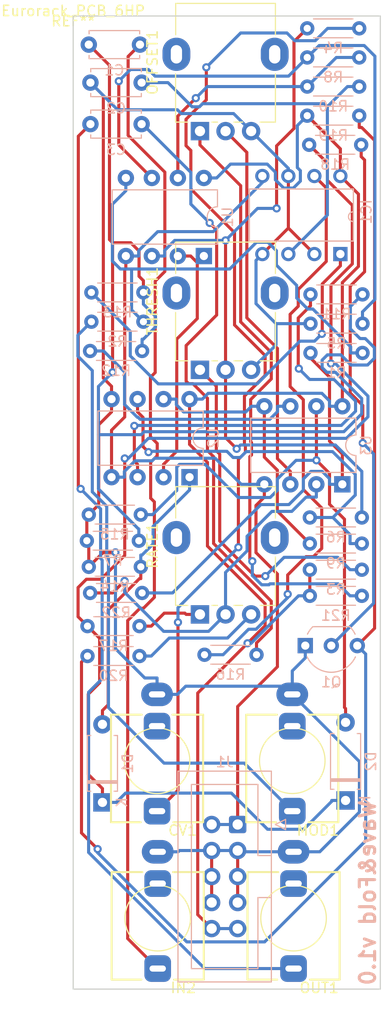
<source format=kicad_pcb>
(kicad_pcb (version 20171130) (host pcbnew "(5.1.10-1-10_14)")

  (general
    (thickness 1.6)
    (drawings 1)
    (tracks 593)
    (zones 0)
    (modules 41)
    (nets 34)
  )

  (page A4)
  (layers
    (0 F.Cu signal)
    (31 B.Cu signal)
    (32 B.Adhes user)
    (33 F.Adhes user)
    (34 B.Paste user)
    (35 F.Paste user)
    (36 B.SilkS user)
    (37 F.SilkS user)
    (38 B.Mask user)
    (39 F.Mask user)
    (40 Dwgs.User user)
    (41 Cmts.User user)
    (42 Eco1.User user)
    (43 Eco2.User user)
    (44 Edge.Cuts user)
    (45 Margin user)
    (46 B.CrtYd user)
    (47 F.CrtYd user)
    (48 B.Fab user)
    (49 F.Fab user)
  )

  (setup
    (last_trace_width 0.25)
    (trace_clearance 0.3)
    (zone_clearance 0.508)
    (zone_45_only no)
    (trace_min 0.2)
    (via_size 0.8)
    (via_drill 0.4)
    (via_min_size 0.4)
    (via_min_drill 0.3)
    (uvia_size 0.3)
    (uvia_drill 0.1)
    (uvias_allowed no)
    (uvia_min_size 0.2)
    (uvia_min_drill 0.1)
    (edge_width 0.05)
    (segment_width 0.2)
    (pcb_text_width 0.3)
    (pcb_text_size 1.5 1.5)
    (mod_edge_width 0.12)
    (mod_text_size 1 1)
    (mod_text_width 0.15)
    (pad_size 1.524 1.524)
    (pad_drill 0.762)
    (pad_to_mask_clearance 0)
    (aux_axis_origin 0 0)
    (visible_elements FFFFFF7F)
    (pcbplotparams
      (layerselection 0x010fc_ffffffff)
      (usegerberextensions false)
      (usegerberattributes true)
      (usegerberadvancedattributes true)
      (creategerberjobfile true)
      (excludeedgelayer true)
      (linewidth 0.100000)
      (plotframeref false)
      (viasonmask false)
      (mode 1)
      (useauxorigin false)
      (hpglpennumber 1)
      (hpglpenspeed 20)
      (hpglpendiameter 15.000000)
      (psnegative false)
      (psa4output false)
      (plotreference true)
      (plotvalue true)
      (plotinvisibletext false)
      (padsonsilk false)
      (subtractmaskfromsilk false)
      (outputformat 1)
      (mirror false)
      (drillshape 1)
      (scaleselection 1)
      (outputdirectory ""))
  )

  (net 0 "")
  (net 1 "Net-(C1-Pad2)")
  (net 2 "Net-(C1-Pad1)")
  (net 3 "Net-(C2-Pad2)")
  (net 4 GND)
  (net 5 "Net-(C3-Pad2)")
  (net 6 "Net-(C3-Pad1)")
  (net 7 "Net-(CV1-PadT)")
  (net 8 "Net-(D1-Pad2)")
  (net 9 "Net-(D1-Pad1)")
  (net 10 "Net-(D2-Pad2)")
  (net 11 +12V)
  (net 12 "Net-(IC1-Pad7)")
  (net 13 -12V)
  (net 14 "Net-(IC1-Pad1)")
  (net 15 "Net-(MOD1-PadT)")
  (net 16 "Net-(Q1-Pad3)")
  (net 17 "Net-(Q1-Pad2)")
  (net 18 "Net-(R1-Pad2)")
  (net 19 FOLD_IN)
  (net 20 "Net-(R3-Pad2)")
  (net 21 "Net-(R4-Pad1)")
  (net 22 "Net-(R5-Pad2)")
  (net 23 "Net-(R6-Pad1)")
  (net 24 "Net-(R10-Pad1)")
  (net 25 "Net-(R9-Pad1)")
  (net 26 "Net-(R11-Pad1)")
  (net 27 "Net-(R12-Pad1)")
  (net 28 "Net-(R17-Pad2)")
  (net 29 "Net-(R20-Pad2)")
  (net 30 "Net-(R22-Pad1)")
  (net 31 "Net-(U1-Pad1)")
  (net 32 "Net-(OFFSET1-Pad2)")
  (net 33 "Net-(OFFSET1-Pad1)")

  (net_class Default "This is the default net class."
    (clearance 0.3)
    (trace_width 0.25)
    (via_dia 0.8)
    (via_drill 0.4)
    (uvia_dia 0.3)
    (uvia_drill 0.1)
    (add_net +12V)
    (add_net -12V)
    (add_net FOLD_IN)
    (add_net GND)
    (add_net "Net-(C1-Pad1)")
    (add_net "Net-(C1-Pad2)")
    (add_net "Net-(C2-Pad2)")
    (add_net "Net-(C3-Pad1)")
    (add_net "Net-(C3-Pad2)")
    (add_net "Net-(CV1-PadT)")
    (add_net "Net-(D1-Pad1)")
    (add_net "Net-(D1-Pad2)")
    (add_net "Net-(D2-Pad2)")
    (add_net "Net-(IC1-Pad1)")
    (add_net "Net-(IC1-Pad7)")
    (add_net "Net-(MOD1-PadT)")
    (add_net "Net-(OFFSET1-Pad1)")
    (add_net "Net-(OFFSET1-Pad2)")
    (add_net "Net-(Q1-Pad2)")
    (add_net "Net-(Q1-Pad3)")
    (add_net "Net-(R1-Pad2)")
    (add_net "Net-(R10-Pad1)")
    (add_net "Net-(R11-Pad1)")
    (add_net "Net-(R12-Pad1)")
    (add_net "Net-(R17-Pad2)")
    (add_net "Net-(R20-Pad2)")
    (add_net "Net-(R22-Pad1)")
    (add_net "Net-(R3-Pad2)")
    (add_net "Net-(R4-Pad1)")
    (add_net "Net-(R5-Pad2)")
    (add_net "Net-(R6-Pad1)")
    (add_net "Net-(R9-Pad1)")
    (add_net "Net-(U1-Pad1)")
  )

  (module Resistor_THT:R_Axial_DIN0204_L3.6mm_D1.6mm_P5.08mm_Horizontal (layer B.Cu) (tedit 5AE5139B) (tstamp 613FEA32)
    (at 80.645 112.141)
    (descr "Resistor, Axial_DIN0204 series, Axial, Horizontal, pin pitch=5.08mm, 0.167W, length*diameter=3.6*1.6mm^2, http://cdn-reichelt.de/documents/datenblatt/B400/1_4W%23YAG.pdf")
    (tags "Resistor Axial_DIN0204 series Axial Horizontal pin pitch 5.08mm 0.167W length 3.6mm diameter 1.6mm")
    (path /6148D29C)
    (fp_text reference R22 (at 2.54 1.92) (layer B.SilkS)
      (effects (font (size 1 1) (thickness 0.15)) (justify mirror))
    )
    (fp_text value 100k (at 2.54 -1.92) (layer B.Fab)
      (effects (font (size 1 1) (thickness 0.15)) (justify mirror))
    )
    (fp_text user %R (at 2.54 0) (layer B.Fab)
      (effects (font (size 0.72 0.72) (thickness 0.108)) (justify mirror))
    )
    (fp_line (start 0.74 0.8) (end 0.74 -0.8) (layer B.Fab) (width 0.1))
    (fp_line (start 0.74 -0.8) (end 4.34 -0.8) (layer B.Fab) (width 0.1))
    (fp_line (start 4.34 -0.8) (end 4.34 0.8) (layer B.Fab) (width 0.1))
    (fp_line (start 4.34 0.8) (end 0.74 0.8) (layer B.Fab) (width 0.1))
    (fp_line (start 0 0) (end 0.74 0) (layer B.Fab) (width 0.1))
    (fp_line (start 5.08 0) (end 4.34 0) (layer B.Fab) (width 0.1))
    (fp_line (start 0.62 0.92) (end 4.46 0.92) (layer B.SilkS) (width 0.12))
    (fp_line (start 0.62 -0.92) (end 4.46 -0.92) (layer B.SilkS) (width 0.12))
    (fp_line (start -0.95 1.05) (end -0.95 -1.05) (layer B.CrtYd) (width 0.05))
    (fp_line (start -0.95 -1.05) (end 6.03 -1.05) (layer B.CrtYd) (width 0.05))
    (fp_line (start 6.03 -1.05) (end 6.03 1.05) (layer B.CrtYd) (width 0.05))
    (fp_line (start 6.03 1.05) (end -0.95 1.05) (layer B.CrtYd) (width 0.05))
    (pad 2 thru_hole oval (at 5.08 0) (size 1.4 1.4) (drill 0.7) (layers *.Cu *.Mask)
      (net 19 FOLD_IN))
    (pad 1 thru_hole circle (at 0 0) (size 1.4 1.4) (drill 0.7) (layers *.Cu *.Mask)
      (net 30 "Net-(R22-Pad1)"))
    (model ${KISYS3DMOD}/Resistor_THT.3dshapes/R_Axial_DIN0204_L3.6mm_D1.6mm_P5.08mm_Horizontal.wrl
      (at (xyz 0 0 0))
      (scale (xyz 1 1 1))
      (rotate (xyz 0 0 0))
    )
  )

  (module Resistor_THT:R_Axial_DIN0204_L3.6mm_D1.6mm_P5.08mm_Horizontal (layer B.Cu) (tedit 5AE5139B) (tstamp 613FEA1A)
    (at 102.108 112.422)
    (descr "Resistor, Axial_DIN0204 series, Axial, Horizontal, pin pitch=5.08mm, 0.167W, length*diameter=3.6*1.6mm^2, http://cdn-reichelt.de/documents/datenblatt/B400/1_4W%23YAG.pdf")
    (tags "Resistor Axial_DIN0204 series Axial Horizontal pin pitch 5.08mm 0.167W length 3.6mm diameter 1.6mm")
    (path /61492033)
    (fp_text reference R21 (at 2.54 1.92) (layer B.SilkS)
      (effects (font (size 1 1) (thickness 0.15)) (justify mirror))
    )
    (fp_text value 100k (at 2.54 -1.92) (layer B.Fab)
      (effects (font (size 1 1) (thickness 0.15)) (justify mirror))
    )
    (fp_text user %R (at 2.54 0) (layer B.Fab)
      (effects (font (size 0.72 0.72) (thickness 0.108)) (justify mirror))
    )
    (fp_line (start 0.74 0.8) (end 0.74 -0.8) (layer B.Fab) (width 0.1))
    (fp_line (start 0.74 -0.8) (end 4.34 -0.8) (layer B.Fab) (width 0.1))
    (fp_line (start 4.34 -0.8) (end 4.34 0.8) (layer B.Fab) (width 0.1))
    (fp_line (start 4.34 0.8) (end 0.74 0.8) (layer B.Fab) (width 0.1))
    (fp_line (start 0 0) (end 0.74 0) (layer B.Fab) (width 0.1))
    (fp_line (start 5.08 0) (end 4.34 0) (layer B.Fab) (width 0.1))
    (fp_line (start 0.62 0.92) (end 4.46 0.92) (layer B.SilkS) (width 0.12))
    (fp_line (start 0.62 -0.92) (end 4.46 -0.92) (layer B.SilkS) (width 0.12))
    (fp_line (start -0.95 1.05) (end -0.95 -1.05) (layer B.CrtYd) (width 0.05))
    (fp_line (start -0.95 -1.05) (end 6.03 -1.05) (layer B.CrtYd) (width 0.05))
    (fp_line (start 6.03 -1.05) (end 6.03 1.05) (layer B.CrtYd) (width 0.05))
    (fp_line (start 6.03 1.05) (end -0.95 1.05) (layer B.CrtYd) (width 0.05))
    (pad 2 thru_hole oval (at 5.08 0) (size 1.4 1.4) (drill 0.7) (layers *.Cu *.Mask)
      (net 33 "Net-(OFFSET1-Pad1)"))
    (pad 1 thru_hole circle (at 0 0) (size 1.4 1.4) (drill 0.7) (layers *.Cu *.Mask)
      (net 11 +12V))
    (model ${KISYS3DMOD}/Resistor_THT.3dshapes/R_Axial_DIN0204_L3.6mm_D1.6mm_P5.08mm_Horizontal.wrl
      (at (xyz 0 0 0))
      (scale (xyz 1 1 1))
      (rotate (xyz 0 0 0))
    )
  )

  (module Resistor_THT:R_Axial_DIN0204_L3.6mm_D1.6mm_P5.08mm_Horizontal (layer B.Cu) (tedit 5AE5139B) (tstamp 613FEA02)
    (at 80.391 118.3)
    (descr "Resistor, Axial_DIN0204 series, Axial, Horizontal, pin pitch=5.08mm, 0.167W, length*diameter=3.6*1.6mm^2, http://cdn-reichelt.de/documents/datenblatt/B400/1_4W%23YAG.pdf")
    (tags "Resistor Axial_DIN0204 series Axial Horizontal pin pitch 5.08mm 0.167W length 3.6mm diameter 1.6mm")
    (path /61477B81)
    (fp_text reference R20 (at 2.54 1.92) (layer B.SilkS)
      (effects (font (size 1 1) (thickness 0.15)) (justify mirror))
    )
    (fp_text value 47k (at 2.54 -1.92) (layer B.Fab)
      (effects (font (size 1 1) (thickness 0.15)) (justify mirror))
    )
    (fp_text user %R (at 2.54 0) (layer B.Fab)
      (effects (font (size 0.72 0.72) (thickness 0.108)) (justify mirror))
    )
    (fp_line (start 0.74 0.8) (end 0.74 -0.8) (layer B.Fab) (width 0.1))
    (fp_line (start 0.74 -0.8) (end 4.34 -0.8) (layer B.Fab) (width 0.1))
    (fp_line (start 4.34 -0.8) (end 4.34 0.8) (layer B.Fab) (width 0.1))
    (fp_line (start 4.34 0.8) (end 0.74 0.8) (layer B.Fab) (width 0.1))
    (fp_line (start 0 0) (end 0.74 0) (layer B.Fab) (width 0.1))
    (fp_line (start 5.08 0) (end 4.34 0) (layer B.Fab) (width 0.1))
    (fp_line (start 0.62 0.92) (end 4.46 0.92) (layer B.SilkS) (width 0.12))
    (fp_line (start 0.62 -0.92) (end 4.46 -0.92) (layer B.SilkS) (width 0.12))
    (fp_line (start -0.95 1.05) (end -0.95 -1.05) (layer B.CrtYd) (width 0.05))
    (fp_line (start -0.95 -1.05) (end 6.03 -1.05) (layer B.CrtYd) (width 0.05))
    (fp_line (start 6.03 -1.05) (end 6.03 1.05) (layer B.CrtYd) (width 0.05))
    (fp_line (start 6.03 1.05) (end -0.95 1.05) (layer B.CrtYd) (width 0.05))
    (pad 2 thru_hole oval (at 5.08 0) (size 1.4 1.4) (drill 0.7) (layers *.Cu *.Mask)
      (net 29 "Net-(R20-Pad2)"))
    (pad 1 thru_hole circle (at 0 0) (size 1.4 1.4) (drill 0.7) (layers *.Cu *.Mask)
      (net 16 "Net-(Q1-Pad3)"))
    (model ${KISYS3DMOD}/Resistor_THT.3dshapes/R_Axial_DIN0204_L3.6mm_D1.6mm_P5.08mm_Horizontal.wrl
      (at (xyz 0 0 0))
      (scale (xyz 1 1 1))
      (rotate (xyz 0 0 0))
    )
  )

  (module Resistor_THT:R_Axial_DIN0204_L3.6mm_D1.6mm_P5.08mm_Horizontal (layer B.Cu) (tedit 5AE5139B) (tstamp 613FE9EA)
    (at 101.854 65.5479)
    (descr "Resistor, Axial_DIN0204 series, Axial, Horizontal, pin pitch=5.08mm, 0.167W, length*diameter=3.6*1.6mm^2, http://cdn-reichelt.de/documents/datenblatt/B400/1_4W%23YAG.pdf")
    (tags "Resistor Axial_DIN0204 series Axial Horizontal pin pitch 5.08mm 0.167W length 3.6mm diameter 1.6mm")
    (path /61476443)
    (fp_text reference R19 (at 2.54 1.92) (layer B.SilkS)
      (effects (font (size 1 1) (thickness 0.15)) (justify mirror))
    )
    (fp_text value 10k (at 2.54 -1.92) (layer B.Fab)
      (effects (font (size 1 1) (thickness 0.15)) (justify mirror))
    )
    (fp_text user %R (at 2.54 0) (layer B.Fab)
      (effects (font (size 0.72 0.72) (thickness 0.108)) (justify mirror))
    )
    (fp_line (start 0.74 0.8) (end 0.74 -0.8) (layer B.Fab) (width 0.1))
    (fp_line (start 0.74 -0.8) (end 4.34 -0.8) (layer B.Fab) (width 0.1))
    (fp_line (start 4.34 -0.8) (end 4.34 0.8) (layer B.Fab) (width 0.1))
    (fp_line (start 4.34 0.8) (end 0.74 0.8) (layer B.Fab) (width 0.1))
    (fp_line (start 0 0) (end 0.74 0) (layer B.Fab) (width 0.1))
    (fp_line (start 5.08 0) (end 4.34 0) (layer B.Fab) (width 0.1))
    (fp_line (start 0.62 0.92) (end 4.46 0.92) (layer B.SilkS) (width 0.12))
    (fp_line (start 0.62 -0.92) (end 4.46 -0.92) (layer B.SilkS) (width 0.12))
    (fp_line (start -0.95 1.05) (end -0.95 -1.05) (layer B.CrtYd) (width 0.05))
    (fp_line (start -0.95 -1.05) (end 6.03 -1.05) (layer B.CrtYd) (width 0.05))
    (fp_line (start 6.03 -1.05) (end 6.03 1.05) (layer B.CrtYd) (width 0.05))
    (fp_line (start 6.03 1.05) (end -0.95 1.05) (layer B.CrtYd) (width 0.05))
    (pad 2 thru_hole oval (at 5.08 0) (size 1.4 1.4) (drill 0.7) (layers *.Cu *.Mask)
      (net 16 "Net-(Q1-Pad3)"))
    (pad 1 thru_hole circle (at 0 0) (size 1.4 1.4) (drill 0.7) (layers *.Cu *.Mask)
      (net 11 +12V))
    (model ${KISYS3DMOD}/Resistor_THT.3dshapes/R_Axial_DIN0204_L3.6mm_D1.6mm_P5.08mm_Horizontal.wrl
      (at (xyz 0 0 0))
      (scale (xyz 1 1 1))
      (rotate (xyz 0 0 0))
    )
  )

  (module Resistor_THT:R_Axial_DIN0204_L3.6mm_D1.6mm_P5.08mm_Horizontal (layer B.Cu) (tedit 5AE5139B) (tstamp 613FE9D2)
    (at 102.044 68.3895)
    (descr "Resistor, Axial_DIN0204 series, Axial, Horizontal, pin pitch=5.08mm, 0.167W, length*diameter=3.6*1.6mm^2, http://cdn-reichelt.de/documents/datenblatt/B400/1_4W%23YAG.pdf")
    (tags "Resistor Axial_DIN0204 series Axial Horizontal pin pitch 5.08mm 0.167W length 3.6mm diameter 1.6mm")
    (path /6146FE12)
    (fp_text reference R18 (at 2.54 1.92) (layer B.SilkS)
      (effects (font (size 1 1) (thickness 0.15)) (justify mirror))
    )
    (fp_text value 10k (at 2.54 -1.92) (layer B.Fab)
      (effects (font (size 1 1) (thickness 0.15)) (justify mirror))
    )
    (fp_text user %R (at 2.54 0) (layer B.Fab)
      (effects (font (size 0.72 0.72) (thickness 0.108)) (justify mirror))
    )
    (fp_line (start 0.74 0.8) (end 0.74 -0.8) (layer B.Fab) (width 0.1))
    (fp_line (start 0.74 -0.8) (end 4.34 -0.8) (layer B.Fab) (width 0.1))
    (fp_line (start 4.34 -0.8) (end 4.34 0.8) (layer B.Fab) (width 0.1))
    (fp_line (start 4.34 0.8) (end 0.74 0.8) (layer B.Fab) (width 0.1))
    (fp_line (start 0 0) (end 0.74 0) (layer B.Fab) (width 0.1))
    (fp_line (start 5.08 0) (end 4.34 0) (layer B.Fab) (width 0.1))
    (fp_line (start 0.62 0.92) (end 4.46 0.92) (layer B.SilkS) (width 0.12))
    (fp_line (start 0.62 -0.92) (end 4.46 -0.92) (layer B.SilkS) (width 0.12))
    (fp_line (start -0.95 1.05) (end -0.95 -1.05) (layer B.CrtYd) (width 0.05))
    (fp_line (start -0.95 -1.05) (end 6.03 -1.05) (layer B.CrtYd) (width 0.05))
    (fp_line (start 6.03 -1.05) (end 6.03 1.05) (layer B.CrtYd) (width 0.05))
    (fp_line (start 6.03 1.05) (end -0.95 1.05) (layer B.CrtYd) (width 0.05))
    (pad 2 thru_hole oval (at 5.08 0) (size 1.4 1.4) (drill 0.7) (layers *.Cu *.Mask)
      (net 17 "Net-(Q1-Pad2)"))
    (pad 1 thru_hole circle (at 0 0) (size 1.4 1.4) (drill 0.7) (layers *.Cu *.Mask)
      (net 9 "Net-(D1-Pad1)"))
    (model ${KISYS3DMOD}/Resistor_THT.3dshapes/R_Axial_DIN0204_L3.6mm_D1.6mm_P5.08mm_Horizontal.wrl
      (at (xyz 0 0 0))
      (scale (xyz 1 1 1))
      (rotate (xyz 0 0 0))
    )
  )

  (module Resistor_THT:R_Axial_DIN0204_L3.6mm_D1.6mm_P5.08mm_Horizontal (layer B.Cu) (tedit 5AE5139B) (tstamp 613FE9BA)
    (at 80.391 115.38)
    (descr "Resistor, Axial_DIN0204 series, Axial, Horizontal, pin pitch=5.08mm, 0.167W, length*diameter=3.6*1.6mm^2, http://cdn-reichelt.de/documents/datenblatt/B400/1_4W%23YAG.pdf")
    (tags "Resistor Axial_DIN0204 series Axial Horizontal pin pitch 5.08mm 0.167W length 3.6mm diameter 1.6mm")
    (path /61470F56)
    (fp_text reference R17 (at 2.54 1.92) (layer B.SilkS)
      (effects (font (size 1 1) (thickness 0.15)) (justify mirror))
    )
    (fp_text value 47k (at 2.54 -1.92) (layer B.Fab)
      (effects (font (size 1 1) (thickness 0.15)) (justify mirror))
    )
    (fp_text user %R (at 2.54 0) (layer B.Fab)
      (effects (font (size 0.72 0.72) (thickness 0.108)) (justify mirror))
    )
    (fp_line (start 0.74 0.8) (end 0.74 -0.8) (layer B.Fab) (width 0.1))
    (fp_line (start 0.74 -0.8) (end 4.34 -0.8) (layer B.Fab) (width 0.1))
    (fp_line (start 4.34 -0.8) (end 4.34 0.8) (layer B.Fab) (width 0.1))
    (fp_line (start 4.34 0.8) (end 0.74 0.8) (layer B.Fab) (width 0.1))
    (fp_line (start 0 0) (end 0.74 0) (layer B.Fab) (width 0.1))
    (fp_line (start 5.08 0) (end 4.34 0) (layer B.Fab) (width 0.1))
    (fp_line (start 0.62 0.92) (end 4.46 0.92) (layer B.SilkS) (width 0.12))
    (fp_line (start 0.62 -0.92) (end 4.46 -0.92) (layer B.SilkS) (width 0.12))
    (fp_line (start -0.95 1.05) (end -0.95 -1.05) (layer B.CrtYd) (width 0.05))
    (fp_line (start -0.95 -1.05) (end 6.03 -1.05) (layer B.CrtYd) (width 0.05))
    (fp_line (start 6.03 -1.05) (end 6.03 1.05) (layer B.CrtYd) (width 0.05))
    (fp_line (start 6.03 1.05) (end -0.95 1.05) (layer B.CrtYd) (width 0.05))
    (pad 2 thru_hole oval (at 5.08 0) (size 1.4 1.4) (drill 0.7) (layers *.Cu *.Mask)
      (net 28 "Net-(R17-Pad2)"))
    (pad 1 thru_hole circle (at 0 0) (size 1.4 1.4) (drill 0.7) (layers *.Cu *.Mask)
      (net 9 "Net-(D1-Pad1)"))
    (model ${KISYS3DMOD}/Resistor_THT.3dshapes/R_Axial_DIN0204_L3.6mm_D1.6mm_P5.08mm_Horizontal.wrl
      (at (xyz 0 0 0))
      (scale (xyz 1 1 1))
      (rotate (xyz 0 0 0))
    )
  )

  (module Resistor_THT:R_Axial_DIN0204_L3.6mm_D1.6mm_P5.08mm_Horizontal (layer B.Cu) (tedit 5AE5139B) (tstamp 613FE9A2)
    (at 91.821 118.174)
    (descr "Resistor, Axial_DIN0204 series, Axial, Horizontal, pin pitch=5.08mm, 0.167W, length*diameter=3.6*1.6mm^2, http://cdn-reichelt.de/documents/datenblatt/B400/1_4W%23YAG.pdf")
    (tags "Resistor Axial_DIN0204 series Axial Horizontal pin pitch 5.08mm 0.167W length 3.6mm diameter 1.6mm")
    (path /61499C52)
    (fp_text reference R16 (at 2.54 1.92) (layer B.SilkS)
      (effects (font (size 1 1) (thickness 0.15)) (justify mirror))
    )
    (fp_text value 4.7k (at 2.54 -1.92) (layer B.Fab)
      (effects (font (size 1 1) (thickness 0.15)) (justify mirror))
    )
    (fp_text user %R (at 2.54 0) (layer B.Fab)
      (effects (font (size 0.72 0.72) (thickness 0.108)) (justify mirror))
    )
    (fp_line (start 0.74 0.8) (end 0.74 -0.8) (layer B.Fab) (width 0.1))
    (fp_line (start 0.74 -0.8) (end 4.34 -0.8) (layer B.Fab) (width 0.1))
    (fp_line (start 4.34 -0.8) (end 4.34 0.8) (layer B.Fab) (width 0.1))
    (fp_line (start 4.34 0.8) (end 0.74 0.8) (layer B.Fab) (width 0.1))
    (fp_line (start 0 0) (end 0.74 0) (layer B.Fab) (width 0.1))
    (fp_line (start 5.08 0) (end 4.34 0) (layer B.Fab) (width 0.1))
    (fp_line (start 0.62 0.92) (end 4.46 0.92) (layer B.SilkS) (width 0.12))
    (fp_line (start 0.62 -0.92) (end 4.46 -0.92) (layer B.SilkS) (width 0.12))
    (fp_line (start -0.95 1.05) (end -0.95 -1.05) (layer B.CrtYd) (width 0.05))
    (fp_line (start -0.95 -1.05) (end 6.03 -1.05) (layer B.CrtYd) (width 0.05))
    (fp_line (start 6.03 -1.05) (end 6.03 1.05) (layer B.CrtYd) (width 0.05))
    (fp_line (start 6.03 1.05) (end -0.95 1.05) (layer B.CrtYd) (width 0.05))
    (pad 2 thru_hole oval (at 5.08 0) (size 1.4 1.4) (drill 0.7) (layers *.Cu *.Mask)
      (net 5 "Net-(C3-Pad2)"))
    (pad 1 thru_hole circle (at 0 0) (size 1.4 1.4) (drill 0.7) (layers *.Cu *.Mask)
      (net 12 "Net-(IC1-Pad7)"))
    (model ${KISYS3DMOD}/Resistor_THT.3dshapes/R_Axial_DIN0204_L3.6mm_D1.6mm_P5.08mm_Horizontal.wrl
      (at (xyz 0 0 0))
      (scale (xyz 1 1 1))
      (rotate (xyz 0 0 0))
    )
  )

  (module Resistor_THT:R_Axial_DIN0204_L3.6mm_D1.6mm_P5.08mm_Horizontal (layer B.Cu) (tedit 5AE5139B) (tstamp 613FE98A)
    (at 80.518 104.494)
    (descr "Resistor, Axial_DIN0204 series, Axial, Horizontal, pin pitch=5.08mm, 0.167W, length*diameter=3.6*1.6mm^2, http://cdn-reichelt.de/documents/datenblatt/B400/1_4W%23YAG.pdf")
    (tags "Resistor Axial_DIN0204 series Axial Horizontal pin pitch 5.08mm 0.167W length 3.6mm diameter 1.6mm")
    (path /61468E16)
    (fp_text reference R15 (at 2.54 1.92) (layer B.SilkS)
      (effects (font (size 1 1) (thickness 0.15)) (justify mirror))
    )
    (fp_text value 100k (at 2.54 -1.92) (layer B.Fab)
      (effects (font (size 1 1) (thickness 0.15)) (justify mirror))
    )
    (fp_text user %R (at 2.54 0) (layer B.Fab)
      (effects (font (size 0.72 0.72) (thickness 0.108)) (justify mirror))
    )
    (fp_line (start 0.74 0.8) (end 0.74 -0.8) (layer B.Fab) (width 0.1))
    (fp_line (start 0.74 -0.8) (end 4.34 -0.8) (layer B.Fab) (width 0.1))
    (fp_line (start 4.34 -0.8) (end 4.34 0.8) (layer B.Fab) (width 0.1))
    (fp_line (start 4.34 0.8) (end 0.74 0.8) (layer B.Fab) (width 0.1))
    (fp_line (start 0 0) (end 0.74 0) (layer B.Fab) (width 0.1))
    (fp_line (start 5.08 0) (end 4.34 0) (layer B.Fab) (width 0.1))
    (fp_line (start 0.62 0.92) (end 4.46 0.92) (layer B.SilkS) (width 0.12))
    (fp_line (start 0.62 -0.92) (end 4.46 -0.92) (layer B.SilkS) (width 0.12))
    (fp_line (start -0.95 1.05) (end -0.95 -1.05) (layer B.CrtYd) (width 0.05))
    (fp_line (start -0.95 -1.05) (end 6.03 -1.05) (layer B.CrtYd) (width 0.05))
    (fp_line (start 6.03 -1.05) (end 6.03 1.05) (layer B.CrtYd) (width 0.05))
    (fp_line (start 6.03 1.05) (end -0.95 1.05) (layer B.CrtYd) (width 0.05))
    (pad 2 thru_hole oval (at 5.08 0) (size 1.4 1.4) (drill 0.7) (layers *.Cu *.Mask)
      (net 10 "Net-(D2-Pad2)"))
    (pad 1 thru_hole circle (at 0 0) (size 1.4 1.4) (drill 0.7) (layers *.Cu *.Mask)
      (net 4 GND))
    (model ${KISYS3DMOD}/Resistor_THT.3dshapes/R_Axial_DIN0204_L3.6mm_D1.6mm_P5.08mm_Horizontal.wrl
      (at (xyz 0 0 0))
      (scale (xyz 1 1 1))
      (rotate (xyz 0 0 0))
    )
  )

  (module Resistor_THT:R_Axial_DIN0204_L3.6mm_D1.6mm_P5.08mm_Horizontal (layer B.Cu) (tedit 5AE5139B) (tstamp 613FE972)
    (at 80.518 109.592)
    (descr "Resistor, Axial_DIN0204 series, Axial, Horizontal, pin pitch=5.08mm, 0.167W, length*diameter=3.6*1.6mm^2, http://cdn-reichelt.de/documents/datenblatt/B400/1_4W%23YAG.pdf")
    (tags "Resistor Axial_DIN0204 series Axial Horizontal pin pitch 5.08mm 0.167W length 3.6mm diameter 1.6mm")
    (path /6146877A)
    (fp_text reference R14 (at 2.54 1.92) (layer B.SilkS)
      (effects (font (size 1 1) (thickness 0.15)) (justify mirror))
    )
    (fp_text value 100k (at 2.54 -1.92) (layer B.Fab)
      (effects (font (size 1 1) (thickness 0.15)) (justify mirror))
    )
    (fp_text user %R (at 2.54 0) (layer B.Fab)
      (effects (font (size 0.72 0.72) (thickness 0.108)) (justify mirror))
    )
    (fp_line (start 0.74 0.8) (end 0.74 -0.8) (layer B.Fab) (width 0.1))
    (fp_line (start 0.74 -0.8) (end 4.34 -0.8) (layer B.Fab) (width 0.1))
    (fp_line (start 4.34 -0.8) (end 4.34 0.8) (layer B.Fab) (width 0.1))
    (fp_line (start 4.34 0.8) (end 0.74 0.8) (layer B.Fab) (width 0.1))
    (fp_line (start 0 0) (end 0.74 0) (layer B.Fab) (width 0.1))
    (fp_line (start 5.08 0) (end 4.34 0) (layer B.Fab) (width 0.1))
    (fp_line (start 0.62 0.92) (end 4.46 0.92) (layer B.SilkS) (width 0.12))
    (fp_line (start 0.62 -0.92) (end 4.46 -0.92) (layer B.SilkS) (width 0.12))
    (fp_line (start -0.95 1.05) (end -0.95 -1.05) (layer B.CrtYd) (width 0.05))
    (fp_line (start -0.95 -1.05) (end 6.03 -1.05) (layer B.CrtYd) (width 0.05))
    (fp_line (start 6.03 -1.05) (end 6.03 1.05) (layer B.CrtYd) (width 0.05))
    (fp_line (start 6.03 1.05) (end -0.95 1.05) (layer B.CrtYd) (width 0.05))
    (pad 2 thru_hole oval (at 5.08 0) (size 1.4 1.4) (drill 0.7) (layers *.Cu *.Mask)
      (net 8 "Net-(D1-Pad2)"))
    (pad 1 thru_hole circle (at 0 0) (size 1.4 1.4) (drill 0.7) (layers *.Cu *.Mask)
      (net 4 GND))
    (model ${KISYS3DMOD}/Resistor_THT.3dshapes/R_Axial_DIN0204_L3.6mm_D1.6mm_P5.08mm_Horizontal.wrl
      (at (xyz 0 0 0))
      (scale (xyz 1 1 1))
      (rotate (xyz 0 0 0))
    )
  )

  (module Resistor_THT:R_Axial_DIN0204_L3.6mm_D1.6mm_P5.08mm_Horizontal (layer B.Cu) (tedit 5AE5139B) (tstamp 613FE95A)
    (at 80.772 82.804)
    (descr "Resistor, Axial_DIN0204 series, Axial, Horizontal, pin pitch=5.08mm, 0.167W, length*diameter=3.6*1.6mm^2, http://cdn-reichelt.de/documents/datenblatt/B400/1_4W%23YAG.pdf")
    (tags "Resistor Axial_DIN0204 series Axial Horizontal pin pitch 5.08mm 0.167W length 3.6mm diameter 1.6mm")
    (path /614627F0)
    (fp_text reference R13 (at 2.54 1.92) (layer B.SilkS)
      (effects (font (size 1 1) (thickness 0.15)) (justify mirror))
    )
    (fp_text value 33k (at 2.54 -1.92) (layer B.Fab)
      (effects (font (size 1 1) (thickness 0.15)) (justify mirror))
    )
    (fp_text user %R (at 2.54 0) (layer B.Fab)
      (effects (font (size 0.72 0.72) (thickness 0.108)) (justify mirror))
    )
    (fp_line (start 0.74 0.8) (end 0.74 -0.8) (layer B.Fab) (width 0.1))
    (fp_line (start 0.74 -0.8) (end 4.34 -0.8) (layer B.Fab) (width 0.1))
    (fp_line (start 4.34 -0.8) (end 4.34 0.8) (layer B.Fab) (width 0.1))
    (fp_line (start 4.34 0.8) (end 0.74 0.8) (layer B.Fab) (width 0.1))
    (fp_line (start 0 0) (end 0.74 0) (layer B.Fab) (width 0.1))
    (fp_line (start 5.08 0) (end 4.34 0) (layer B.Fab) (width 0.1))
    (fp_line (start 0.62 0.92) (end 4.46 0.92) (layer B.SilkS) (width 0.12))
    (fp_line (start 0.62 -0.92) (end 4.46 -0.92) (layer B.SilkS) (width 0.12))
    (fp_line (start -0.95 1.05) (end -0.95 -1.05) (layer B.CrtYd) (width 0.05))
    (fp_line (start -0.95 -1.05) (end 6.03 -1.05) (layer B.CrtYd) (width 0.05))
    (fp_line (start 6.03 -1.05) (end 6.03 1.05) (layer B.CrtYd) (width 0.05))
    (fp_line (start 6.03 1.05) (end -0.95 1.05) (layer B.CrtYd) (width 0.05))
    (pad 2 thru_hole oval (at 5.08 0) (size 1.4 1.4) (drill 0.7) (layers *.Cu *.Mask)
      (net 2 "Net-(C1-Pad1)"))
    (pad 1 thru_hole circle (at 0 0) (size 1.4 1.4) (drill 0.7) (layers *.Cu *.Mask)
      (net 14 "Net-(IC1-Pad1)"))
    (model ${KISYS3DMOD}/Resistor_THT.3dshapes/R_Axial_DIN0204_L3.6mm_D1.6mm_P5.08mm_Horizontal.wrl
      (at (xyz 0 0 0))
      (scale (xyz 1 1 1))
      (rotate (xyz 0 0 0))
    )
  )

  (module Resistor_THT:R_Axial_DIN0204_L3.6mm_D1.6mm_P5.08mm_Horizontal (layer B.Cu) (tedit 5AE5139B) (tstamp 613FE942)
    (at 80.645 88.519)
    (descr "Resistor, Axial_DIN0204 series, Axial, Horizontal, pin pitch=5.08mm, 0.167W, length*diameter=3.6*1.6mm^2, http://cdn-reichelt.de/documents/datenblatt/B400/1_4W%23YAG.pdf")
    (tags "Resistor Axial_DIN0204 series Axial Horizontal pin pitch 5.08mm 0.167W length 3.6mm diameter 1.6mm")
    (path /6144B640)
    (fp_text reference R12 (at 2.54 1.92) (layer B.SilkS)
      (effects (font (size 1 1) (thickness 0.15)) (justify mirror))
    )
    (fp_text value 33k (at 2.54 -1.92) (layer B.Fab)
      (effects (font (size 1 1) (thickness 0.15)) (justify mirror))
    )
    (fp_text user %R (at 2.54 0) (layer B.Fab)
      (effects (font (size 0.72 0.72) (thickness 0.108)) (justify mirror))
    )
    (fp_line (start 0.74 0.8) (end 0.74 -0.8) (layer B.Fab) (width 0.1))
    (fp_line (start 0.74 -0.8) (end 4.34 -0.8) (layer B.Fab) (width 0.1))
    (fp_line (start 4.34 -0.8) (end 4.34 0.8) (layer B.Fab) (width 0.1))
    (fp_line (start 4.34 0.8) (end 0.74 0.8) (layer B.Fab) (width 0.1))
    (fp_line (start 0 0) (end 0.74 0) (layer B.Fab) (width 0.1))
    (fp_line (start 5.08 0) (end 4.34 0) (layer B.Fab) (width 0.1))
    (fp_line (start 0.62 0.92) (end 4.46 0.92) (layer B.SilkS) (width 0.12))
    (fp_line (start 0.62 -0.92) (end 4.46 -0.92) (layer B.SilkS) (width 0.12))
    (fp_line (start -0.95 1.05) (end -0.95 -1.05) (layer B.CrtYd) (width 0.05))
    (fp_line (start -0.95 -1.05) (end 6.03 -1.05) (layer B.CrtYd) (width 0.05))
    (fp_line (start 6.03 -1.05) (end 6.03 1.05) (layer B.CrtYd) (width 0.05))
    (fp_line (start 6.03 1.05) (end -0.95 1.05) (layer B.CrtYd) (width 0.05))
    (pad 2 thru_hole oval (at 5.08 0) (size 1.4 1.4) (drill 0.7) (layers *.Cu *.Mask)
      (net 2 "Net-(C1-Pad1)"))
    (pad 1 thru_hole circle (at 0 0) (size 1.4 1.4) (drill 0.7) (layers *.Cu *.Mask)
      (net 27 "Net-(R12-Pad1)"))
    (model ${KISYS3DMOD}/Resistor_THT.3dshapes/R_Axial_DIN0204_L3.6mm_D1.6mm_P5.08mm_Horizontal.wrl
      (at (xyz 0 0 0))
      (scale (xyz 1 1 1))
      (rotate (xyz 0 0 0))
    )
  )

  (module Resistor_THT:R_Axial_DIN0204_L3.6mm_D1.6mm_P5.08mm_Horizontal (layer B.Cu) (tedit 5AE5139B) (tstamp 613FE92A)
    (at 102.172 82.9945)
    (descr "Resistor, Axial_DIN0204 series, Axial, Horizontal, pin pitch=5.08mm, 0.167W, length*diameter=3.6*1.6mm^2, http://cdn-reichelt.de/documents/datenblatt/B400/1_4W%23YAG.pdf")
    (tags "Resistor Axial_DIN0204 series Axial Horizontal pin pitch 5.08mm 0.167W length 3.6mm diameter 1.6mm")
    (path /6144BB7D)
    (fp_text reference R11 (at 2.54 1.92) (layer B.SilkS)
      (effects (font (size 1 1) (thickness 0.15)) (justify mirror))
    )
    (fp_text value 33k (at 2.54 -1.92) (layer B.Fab)
      (effects (font (size 1 1) (thickness 0.15)) (justify mirror))
    )
    (fp_text user %R (at 2.54 0) (layer B.Fab)
      (effects (font (size 0.72 0.72) (thickness 0.108)) (justify mirror))
    )
    (fp_line (start 0.74 0.8) (end 0.74 -0.8) (layer B.Fab) (width 0.1))
    (fp_line (start 0.74 -0.8) (end 4.34 -0.8) (layer B.Fab) (width 0.1))
    (fp_line (start 4.34 -0.8) (end 4.34 0.8) (layer B.Fab) (width 0.1))
    (fp_line (start 4.34 0.8) (end 0.74 0.8) (layer B.Fab) (width 0.1))
    (fp_line (start 0 0) (end 0.74 0) (layer B.Fab) (width 0.1))
    (fp_line (start 5.08 0) (end 4.34 0) (layer B.Fab) (width 0.1))
    (fp_line (start 0.62 0.92) (end 4.46 0.92) (layer B.SilkS) (width 0.12))
    (fp_line (start 0.62 -0.92) (end 4.46 -0.92) (layer B.SilkS) (width 0.12))
    (fp_line (start -0.95 1.05) (end -0.95 -1.05) (layer B.CrtYd) (width 0.05))
    (fp_line (start -0.95 -1.05) (end 6.03 -1.05) (layer B.CrtYd) (width 0.05))
    (fp_line (start 6.03 -1.05) (end 6.03 1.05) (layer B.CrtYd) (width 0.05))
    (fp_line (start 6.03 1.05) (end -0.95 1.05) (layer B.CrtYd) (width 0.05))
    (pad 2 thru_hole oval (at 5.08 0) (size 1.4 1.4) (drill 0.7) (layers *.Cu *.Mask)
      (net 2 "Net-(C1-Pad1)"))
    (pad 1 thru_hole circle (at 0 0) (size 1.4 1.4) (drill 0.7) (layers *.Cu *.Mask)
      (net 26 "Net-(R11-Pad1)"))
    (model ${KISYS3DMOD}/Resistor_THT.3dshapes/R_Axial_DIN0204_L3.6mm_D1.6mm_P5.08mm_Horizontal.wrl
      (at (xyz 0 0 0))
      (scale (xyz 1 1 1))
      (rotate (xyz 0 0 0))
    )
  )

  (module Resistor_THT:R_Axial_DIN0204_L3.6mm_D1.6mm_P5.08mm_Horizontal (layer B.Cu) (tedit 5AE5139B) (tstamp 613FE912)
    (at 101.854 62.7062)
    (descr "Resistor, Axial_DIN0204 series, Axial, Horizontal, pin pitch=5.08mm, 0.167W, length*diameter=3.6*1.6mm^2, http://cdn-reichelt.de/documents/datenblatt/B400/1_4W%23YAG.pdf")
    (tags "Resistor Axial_DIN0204 series Axial Horizontal pin pitch 5.08mm 0.167W length 3.6mm diameter 1.6mm")
    (path /614B7F01)
    (fp_text reference R10 (at 2.54 1.92) (layer B.SilkS)
      (effects (font (size 1 1) (thickness 0.15)) (justify mirror))
    )
    (fp_text value 10k (at 2.54 -1.92) (layer B.Fab)
      (effects (font (size 1 1) (thickness 0.15)) (justify mirror))
    )
    (fp_text user %R (at 2.54 0) (layer B.Fab)
      (effects (font (size 0.72 0.72) (thickness 0.108)) (justify mirror))
    )
    (fp_line (start 0.74 0.8) (end 0.74 -0.8) (layer B.Fab) (width 0.1))
    (fp_line (start 0.74 -0.8) (end 4.34 -0.8) (layer B.Fab) (width 0.1))
    (fp_line (start 4.34 -0.8) (end 4.34 0.8) (layer B.Fab) (width 0.1))
    (fp_line (start 4.34 0.8) (end 0.74 0.8) (layer B.Fab) (width 0.1))
    (fp_line (start 0 0) (end 0.74 0) (layer B.Fab) (width 0.1))
    (fp_line (start 5.08 0) (end 4.34 0) (layer B.Fab) (width 0.1))
    (fp_line (start 0.62 0.92) (end 4.46 0.92) (layer B.SilkS) (width 0.12))
    (fp_line (start 0.62 -0.92) (end 4.46 -0.92) (layer B.SilkS) (width 0.12))
    (fp_line (start -0.95 1.05) (end -0.95 -1.05) (layer B.CrtYd) (width 0.05))
    (fp_line (start -0.95 -1.05) (end 6.03 -1.05) (layer B.CrtYd) (width 0.05))
    (fp_line (start 6.03 -1.05) (end 6.03 1.05) (layer B.CrtYd) (width 0.05))
    (fp_line (start 6.03 1.05) (end -0.95 1.05) (layer B.CrtYd) (width 0.05))
    (pad 2 thru_hole oval (at 5.08 0) (size 1.4 1.4) (drill 0.7) (layers *.Cu *.Mask)
      (net 3 "Net-(C2-Pad2)"))
    (pad 1 thru_hole circle (at 0 0) (size 1.4 1.4) (drill 0.7) (layers *.Cu *.Mask)
      (net 24 "Net-(R10-Pad1)"))
    (model ${KISYS3DMOD}/Resistor_THT.3dshapes/R_Axial_DIN0204_L3.6mm_D1.6mm_P5.08mm_Horizontal.wrl
      (at (xyz 0 0 0))
      (scale (xyz 1 1 1))
      (rotate (xyz 0 0 0))
    )
  )

  (module Resistor_THT:R_Axial_DIN0204_L3.6mm_D1.6mm_P5.08mm_Horizontal (layer B.Cu) (tedit 5AE5139B) (tstamp 613FE8FA)
    (at 102.108 107.324)
    (descr "Resistor, Axial_DIN0204 series, Axial, Horizontal, pin pitch=5.08mm, 0.167W, length*diameter=3.6*1.6mm^2, http://cdn-reichelt.de/documents/datenblatt/B400/1_4W%23YAG.pdf")
    (tags "Resistor Axial_DIN0204 series Axial Horizontal pin pitch 5.08mm 0.167W length 3.6mm diameter 1.6mm")
    (path /61416301)
    (fp_text reference R9 (at 2.54 1.92) (layer B.SilkS)
      (effects (font (size 1 1) (thickness 0.15)) (justify mirror))
    )
    (fp_text value 100k (at 2.54 -1.92) (layer B.Fab)
      (effects (font (size 1 1) (thickness 0.15)) (justify mirror))
    )
    (fp_text user %R (at 2.54 0) (layer B.Fab)
      (effects (font (size 0.72 0.72) (thickness 0.108)) (justify mirror))
    )
    (fp_line (start 0.74 0.8) (end 0.74 -0.8) (layer B.Fab) (width 0.1))
    (fp_line (start 0.74 -0.8) (end 4.34 -0.8) (layer B.Fab) (width 0.1))
    (fp_line (start 4.34 -0.8) (end 4.34 0.8) (layer B.Fab) (width 0.1))
    (fp_line (start 4.34 0.8) (end 0.74 0.8) (layer B.Fab) (width 0.1))
    (fp_line (start 0 0) (end 0.74 0) (layer B.Fab) (width 0.1))
    (fp_line (start 5.08 0) (end 4.34 0) (layer B.Fab) (width 0.1))
    (fp_line (start 0.62 0.92) (end 4.46 0.92) (layer B.SilkS) (width 0.12))
    (fp_line (start 0.62 -0.92) (end 4.46 -0.92) (layer B.SilkS) (width 0.12))
    (fp_line (start -0.95 1.05) (end -0.95 -1.05) (layer B.CrtYd) (width 0.05))
    (fp_line (start -0.95 -1.05) (end 6.03 -1.05) (layer B.CrtYd) (width 0.05))
    (fp_line (start 6.03 -1.05) (end 6.03 1.05) (layer B.CrtYd) (width 0.05))
    (fp_line (start 6.03 1.05) (end -0.95 1.05) (layer B.CrtYd) (width 0.05))
    (pad 2 thru_hole oval (at 5.08 0) (size 1.4 1.4) (drill 0.7) (layers *.Cu *.Mask)
      (net 23 "Net-(R6-Pad1)"))
    (pad 1 thru_hole circle (at 0 0) (size 1.4 1.4) (drill 0.7) (layers *.Cu *.Mask)
      (net 25 "Net-(R9-Pad1)"))
    (model ${KISYS3DMOD}/Resistor_THT.3dshapes/R_Axial_DIN0204_L3.6mm_D1.6mm_P5.08mm_Horizontal.wrl
      (at (xyz 0 0 0))
      (scale (xyz 1 1 1))
      (rotate (xyz 0 0 0))
    )
  )

  (module Resistor_THT:R_Axial_DIN0204_L3.6mm_D1.6mm_P5.08mm_Horizontal (layer B.Cu) (tedit 5AE5139B) (tstamp 613FE8E2)
    (at 101.854 59.8646)
    (descr "Resistor, Axial_DIN0204 series, Axial, Horizontal, pin pitch=5.08mm, 0.167W, length*diameter=3.6*1.6mm^2, http://cdn-reichelt.de/documents/datenblatt/B400/1_4W%23YAG.pdf")
    (tags "Resistor Axial_DIN0204 series Axial Horizontal pin pitch 5.08mm 0.167W length 3.6mm diameter 1.6mm")
    (path /614B711B)
    (fp_text reference R8 (at 2.54 1.92) (layer B.SilkS)
      (effects (font (size 1 1) (thickness 0.15)) (justify mirror))
    )
    (fp_text value 10k (at 2.54 -1.92) (layer B.Fab)
      (effects (font (size 1 1) (thickness 0.15)) (justify mirror))
    )
    (fp_text user %R (at 2.54 0) (layer B.Fab)
      (effects (font (size 0.72 0.72) (thickness 0.108)) (justify mirror))
    )
    (fp_line (start 0.74 0.8) (end 0.74 -0.8) (layer B.Fab) (width 0.1))
    (fp_line (start 0.74 -0.8) (end 4.34 -0.8) (layer B.Fab) (width 0.1))
    (fp_line (start 4.34 -0.8) (end 4.34 0.8) (layer B.Fab) (width 0.1))
    (fp_line (start 4.34 0.8) (end 0.74 0.8) (layer B.Fab) (width 0.1))
    (fp_line (start 0 0) (end 0.74 0) (layer B.Fab) (width 0.1))
    (fp_line (start 5.08 0) (end 4.34 0) (layer B.Fab) (width 0.1))
    (fp_line (start 0.62 0.92) (end 4.46 0.92) (layer B.SilkS) (width 0.12))
    (fp_line (start 0.62 -0.92) (end 4.46 -0.92) (layer B.SilkS) (width 0.12))
    (fp_line (start -0.95 1.05) (end -0.95 -1.05) (layer B.CrtYd) (width 0.05))
    (fp_line (start -0.95 -1.05) (end 6.03 -1.05) (layer B.CrtYd) (width 0.05))
    (fp_line (start 6.03 -1.05) (end 6.03 1.05) (layer B.CrtYd) (width 0.05))
    (fp_line (start 6.03 1.05) (end -0.95 1.05) (layer B.CrtYd) (width 0.05))
    (pad 2 thru_hole oval (at 5.08 0) (size 1.4 1.4) (drill 0.7) (layers *.Cu *.Mask)
      (net 24 "Net-(R10-Pad1)"))
    (pad 1 thru_hole circle (at 0 0) (size 1.4 1.4) (drill 0.7) (layers *.Cu *.Mask)
      (net 22 "Net-(R5-Pad2)"))
    (model ${KISYS3DMOD}/Resistor_THT.3dshapes/R_Axial_DIN0204_L3.6mm_D1.6mm_P5.08mm_Horizontal.wrl
      (at (xyz 0 0 0))
      (scale (xyz 1 1 1))
      (rotate (xyz 0 0 0))
    )
  )

  (module Resistor_THT:R_Axial_DIN0204_L3.6mm_D1.6mm_P5.08mm_Horizontal (layer B.Cu) (tedit 5AE5139B) (tstamp 613FE8CA)
    (at 80.3275 107.043)
    (descr "Resistor, Axial_DIN0204 series, Axial, Horizontal, pin pitch=5.08mm, 0.167W, length*diameter=3.6*1.6mm^2, http://cdn-reichelt.de/documents/datenblatt/B400/1_4W%23YAG.pdf")
    (tags "Resistor Axial_DIN0204 series Axial Horizontal pin pitch 5.08mm 0.167W length 3.6mm diameter 1.6mm")
    (path /61460399)
    (fp_text reference R7 (at 2.54 1.92) (layer B.SilkS)
      (effects (font (size 1 1) (thickness 0.15)) (justify mirror))
    )
    (fp_text value 100k (at 2.54 -1.92) (layer B.Fab)
      (effects (font (size 1 1) (thickness 0.15)) (justify mirror))
    )
    (fp_text user %R (at 2.54 0) (layer B.Fab)
      (effects (font (size 0.72 0.72) (thickness 0.108)) (justify mirror))
    )
    (fp_line (start 0.74 0.8) (end 0.74 -0.8) (layer B.Fab) (width 0.1))
    (fp_line (start 0.74 -0.8) (end 4.34 -0.8) (layer B.Fab) (width 0.1))
    (fp_line (start 4.34 -0.8) (end 4.34 0.8) (layer B.Fab) (width 0.1))
    (fp_line (start 4.34 0.8) (end 0.74 0.8) (layer B.Fab) (width 0.1))
    (fp_line (start 0 0) (end 0.74 0) (layer B.Fab) (width 0.1))
    (fp_line (start 5.08 0) (end 4.34 0) (layer B.Fab) (width 0.1))
    (fp_line (start 0.62 0.92) (end 4.46 0.92) (layer B.SilkS) (width 0.12))
    (fp_line (start 0.62 -0.92) (end 4.46 -0.92) (layer B.SilkS) (width 0.12))
    (fp_line (start -0.95 1.05) (end -0.95 -1.05) (layer B.CrtYd) (width 0.05))
    (fp_line (start -0.95 -1.05) (end 6.03 -1.05) (layer B.CrtYd) (width 0.05))
    (fp_line (start 6.03 -1.05) (end 6.03 1.05) (layer B.CrtYd) (width 0.05))
    (fp_line (start 6.03 1.05) (end -0.95 1.05) (layer B.CrtYd) (width 0.05))
    (pad 2 thru_hole oval (at 5.08 0) (size 1.4 1.4) (drill 0.7) (layers *.Cu *.Mask)
      (net 2 "Net-(C1-Pad1)"))
    (pad 1 thru_hole circle (at 0 0) (size 1.4 1.4) (drill 0.7) (layers *.Cu *.Mask)
      (net 4 GND))
    (model ${KISYS3DMOD}/Resistor_THT.3dshapes/R_Axial_DIN0204_L3.6mm_D1.6mm_P5.08mm_Horizontal.wrl
      (at (xyz 0 0 0))
      (scale (xyz 1 1 1))
      (rotate (xyz 0 0 0))
    )
  )

  (module Resistor_THT:R_Axial_DIN0204_L3.6mm_D1.6mm_P5.08mm_Horizontal (layer B.Cu) (tedit 5AE5139B) (tstamp 613FE8B2)
    (at 102.108 104.775)
    (descr "Resistor, Axial_DIN0204 series, Axial, Horizontal, pin pitch=5.08mm, 0.167W, length*diameter=3.6*1.6mm^2, http://cdn-reichelt.de/documents/datenblatt/B400/1_4W%23YAG.pdf")
    (tags "Resistor Axial_DIN0204 series Axial Horizontal pin pitch 5.08mm 0.167W length 3.6mm diameter 1.6mm")
    (path /6141852C)
    (fp_text reference R6 (at 2.54 1.92) (layer B.SilkS)
      (effects (font (size 1 1) (thickness 0.15)) (justify mirror))
    )
    (fp_text value 100k (at 2.54 -1.92) (layer B.Fab)
      (effects (font (size 1 1) (thickness 0.15)) (justify mirror))
    )
    (fp_text user %R (at 2.54 0) (layer B.Fab)
      (effects (font (size 0.72 0.72) (thickness 0.108)) (justify mirror))
    )
    (fp_line (start 0.74 0.8) (end 0.74 -0.8) (layer B.Fab) (width 0.1))
    (fp_line (start 0.74 -0.8) (end 4.34 -0.8) (layer B.Fab) (width 0.1))
    (fp_line (start 4.34 -0.8) (end 4.34 0.8) (layer B.Fab) (width 0.1))
    (fp_line (start 4.34 0.8) (end 0.74 0.8) (layer B.Fab) (width 0.1))
    (fp_line (start 0 0) (end 0.74 0) (layer B.Fab) (width 0.1))
    (fp_line (start 5.08 0) (end 4.34 0) (layer B.Fab) (width 0.1))
    (fp_line (start 0.62 0.92) (end 4.46 0.92) (layer B.SilkS) (width 0.12))
    (fp_line (start 0.62 -0.92) (end 4.46 -0.92) (layer B.SilkS) (width 0.12))
    (fp_line (start -0.95 1.05) (end -0.95 -1.05) (layer B.CrtYd) (width 0.05))
    (fp_line (start -0.95 -1.05) (end 6.03 -1.05) (layer B.CrtYd) (width 0.05))
    (fp_line (start 6.03 -1.05) (end 6.03 1.05) (layer B.CrtYd) (width 0.05))
    (fp_line (start 6.03 1.05) (end -0.95 1.05) (layer B.CrtYd) (width 0.05))
    (pad 2 thru_hole oval (at 5.08 0) (size 1.4 1.4) (drill 0.7) (layers *.Cu *.Mask)
      (net 21 "Net-(R4-Pad1)"))
    (pad 1 thru_hole circle (at 0 0) (size 1.4 1.4) (drill 0.7) (layers *.Cu *.Mask)
      (net 23 "Net-(R6-Pad1)"))
    (model ${KISYS3DMOD}/Resistor_THT.3dshapes/R_Axial_DIN0204_L3.6mm_D1.6mm_P5.08mm_Horizontal.wrl
      (at (xyz 0 0 0))
      (scale (xyz 1 1 1))
      (rotate (xyz 0 0 0))
    )
  )

  (module Resistor_THT:R_Axial_DIN0204_L3.6mm_D1.6mm_P5.08mm_Horizontal (layer B.Cu) (tedit 5AE5139B) (tstamp 613FE89A)
    (at 102.172 85.852)
    (descr "Resistor, Axial_DIN0204 series, Axial, Horizontal, pin pitch=5.08mm, 0.167W, length*diameter=3.6*1.6mm^2, http://cdn-reichelt.de/documents/datenblatt/B400/1_4W%23YAG.pdf")
    (tags "Resistor Axial_DIN0204 series Axial Horizontal pin pitch 5.08mm 0.167W length 3.6mm diameter 1.6mm")
    (path /614BD4A3)
    (fp_text reference R5 (at 2.54 1.92) (layer B.SilkS)
      (effects (font (size 1 1) (thickness 0.15)) (justify mirror))
    )
    (fp_text value 33k (at 2.54 -1.92) (layer B.Fab)
      (effects (font (size 1 1) (thickness 0.15)) (justify mirror))
    )
    (fp_text user %R (at 2.54 0) (layer B.Fab)
      (effects (font (size 0.72 0.72) (thickness 0.108)) (justify mirror))
    )
    (fp_line (start 0.74 0.8) (end 0.74 -0.8) (layer B.Fab) (width 0.1))
    (fp_line (start 0.74 -0.8) (end 4.34 -0.8) (layer B.Fab) (width 0.1))
    (fp_line (start 4.34 -0.8) (end 4.34 0.8) (layer B.Fab) (width 0.1))
    (fp_line (start 4.34 0.8) (end 0.74 0.8) (layer B.Fab) (width 0.1))
    (fp_line (start 0 0) (end 0.74 0) (layer B.Fab) (width 0.1))
    (fp_line (start 5.08 0) (end 4.34 0) (layer B.Fab) (width 0.1))
    (fp_line (start 0.62 0.92) (end 4.46 0.92) (layer B.SilkS) (width 0.12))
    (fp_line (start 0.62 -0.92) (end 4.46 -0.92) (layer B.SilkS) (width 0.12))
    (fp_line (start -0.95 1.05) (end -0.95 -1.05) (layer B.CrtYd) (width 0.05))
    (fp_line (start -0.95 -1.05) (end 6.03 -1.05) (layer B.CrtYd) (width 0.05))
    (fp_line (start 6.03 -1.05) (end 6.03 1.05) (layer B.CrtYd) (width 0.05))
    (fp_line (start 6.03 1.05) (end -0.95 1.05) (layer B.CrtYd) (width 0.05))
    (pad 2 thru_hole oval (at 5.08 0) (size 1.4 1.4) (drill 0.7) (layers *.Cu *.Mask)
      (net 22 "Net-(R5-Pad2)"))
    (pad 1 thru_hole circle (at 0 0) (size 1.4 1.4) (drill 0.7) (layers *.Cu *.Mask)
      (net 4 GND))
    (model ${KISYS3DMOD}/Resistor_THT.3dshapes/R_Axial_DIN0204_L3.6mm_D1.6mm_P5.08mm_Horizontal.wrl
      (at (xyz 0 0 0))
      (scale (xyz 1 1 1))
      (rotate (xyz 0 0 0))
    )
  )

  (module Resistor_THT:R_Axial_DIN0204_L3.6mm_D1.6mm_P5.08mm_Horizontal (layer B.Cu) (tedit 5AE5139B) (tstamp 613FE882)
    (at 101.854 57.023)
    (descr "Resistor, Axial_DIN0204 series, Axial, Horizontal, pin pitch=5.08mm, 0.167W, length*diameter=3.6*1.6mm^2, http://cdn-reichelt.de/documents/datenblatt/B400/1_4W%23YAG.pdf")
    (tags "Resistor Axial_DIN0204 series Axial Horizontal pin pitch 5.08mm 0.167W length 3.6mm diameter 1.6mm")
    (path /6144F9BE)
    (fp_text reference R4 (at 2.54 1.92) (layer B.SilkS)
      (effects (font (size 1 1) (thickness 0.15)) (justify mirror))
    )
    (fp_text value 10k (at 2.54 -1.92) (layer B.Fab)
      (effects (font (size 1 1) (thickness 0.15)) (justify mirror))
    )
    (fp_text user %R (at 2.54 0) (layer B.Fab)
      (effects (font (size 0.72 0.72) (thickness 0.108)) (justify mirror))
    )
    (fp_line (start 0.74 0.8) (end 0.74 -0.8) (layer B.Fab) (width 0.1))
    (fp_line (start 0.74 -0.8) (end 4.34 -0.8) (layer B.Fab) (width 0.1))
    (fp_line (start 4.34 -0.8) (end 4.34 0.8) (layer B.Fab) (width 0.1))
    (fp_line (start 4.34 0.8) (end 0.74 0.8) (layer B.Fab) (width 0.1))
    (fp_line (start 0 0) (end 0.74 0) (layer B.Fab) (width 0.1))
    (fp_line (start 5.08 0) (end 4.34 0) (layer B.Fab) (width 0.1))
    (fp_line (start 0.62 0.92) (end 4.46 0.92) (layer B.SilkS) (width 0.12))
    (fp_line (start 0.62 -0.92) (end 4.46 -0.92) (layer B.SilkS) (width 0.12))
    (fp_line (start -0.95 1.05) (end -0.95 -1.05) (layer B.CrtYd) (width 0.05))
    (fp_line (start -0.95 -1.05) (end 6.03 -1.05) (layer B.CrtYd) (width 0.05))
    (fp_line (start 6.03 -1.05) (end 6.03 1.05) (layer B.CrtYd) (width 0.05))
    (fp_line (start 6.03 1.05) (end -0.95 1.05) (layer B.CrtYd) (width 0.05))
    (pad 2 thru_hole oval (at 5.08 0) (size 1.4 1.4) (drill 0.7) (layers *.Cu *.Mask)
      (net 7 "Net-(CV1-PadT)"))
    (pad 1 thru_hole circle (at 0 0) (size 1.4 1.4) (drill 0.7) (layers *.Cu *.Mask)
      (net 21 "Net-(R4-Pad1)"))
    (model ${KISYS3DMOD}/Resistor_THT.3dshapes/R_Axial_DIN0204_L3.6mm_D1.6mm_P5.08mm_Horizontal.wrl
      (at (xyz 0 0 0))
      (scale (xyz 1 1 1))
      (rotate (xyz 0 0 0))
    )
  )

  (module Resistor_THT:R_Axial_DIN0204_L3.6mm_D1.6mm_P5.08mm_Horizontal (layer B.Cu) (tedit 5AE5139B) (tstamp 613FE86A)
    (at 102.108 109.873)
    (descr "Resistor, Axial_DIN0204 series, Axial, Horizontal, pin pitch=5.08mm, 0.167W, length*diameter=3.6*1.6mm^2, http://cdn-reichelt.de/documents/datenblatt/B400/1_4W%23YAG.pdf")
    (tags "Resistor Axial_DIN0204 series Axial Horizontal pin pitch 5.08mm 0.167W length 3.6mm diameter 1.6mm")
    (path /613F9301)
    (fp_text reference R3 (at 2.54 1.92) (layer B.SilkS)
      (effects (font (size 1 1) (thickness 0.15)) (justify mirror))
    )
    (fp_text value 100k (at 2.54 -1.92) (layer B.Fab)
      (effects (font (size 1 1) (thickness 0.15)) (justify mirror))
    )
    (fp_text user %R (at 2.54 0) (layer B.Fab)
      (effects (font (size 0.72 0.72) (thickness 0.108)) (justify mirror))
    )
    (fp_line (start 0.74 0.8) (end 0.74 -0.8) (layer B.Fab) (width 0.1))
    (fp_line (start 0.74 -0.8) (end 4.34 -0.8) (layer B.Fab) (width 0.1))
    (fp_line (start 4.34 -0.8) (end 4.34 0.8) (layer B.Fab) (width 0.1))
    (fp_line (start 4.34 0.8) (end 0.74 0.8) (layer B.Fab) (width 0.1))
    (fp_line (start 0 0) (end 0.74 0) (layer B.Fab) (width 0.1))
    (fp_line (start 5.08 0) (end 4.34 0) (layer B.Fab) (width 0.1))
    (fp_line (start 0.62 0.92) (end 4.46 0.92) (layer B.SilkS) (width 0.12))
    (fp_line (start 0.62 -0.92) (end 4.46 -0.92) (layer B.SilkS) (width 0.12))
    (fp_line (start -0.95 1.05) (end -0.95 -1.05) (layer B.CrtYd) (width 0.05))
    (fp_line (start -0.95 -1.05) (end 6.03 -1.05) (layer B.CrtYd) (width 0.05))
    (fp_line (start 6.03 -1.05) (end 6.03 1.05) (layer B.CrtYd) (width 0.05))
    (fp_line (start 6.03 1.05) (end -0.95 1.05) (layer B.CrtYd) (width 0.05))
    (pad 2 thru_hole oval (at 5.08 0) (size 1.4 1.4) (drill 0.7) (layers *.Cu *.Mask)
      (net 20 "Net-(R3-Pad2)"))
    (pad 1 thru_hole circle (at 0 0) (size 1.4 1.4) (drill 0.7) (layers *.Cu *.Mask)
      (net 11 +12V))
    (model ${KISYS3DMOD}/Resistor_THT.3dshapes/R_Axial_DIN0204_L3.6mm_D1.6mm_P5.08mm_Horizontal.wrl
      (at (xyz 0 0 0))
      (scale (xyz 1 1 1))
      (rotate (xyz 0 0 0))
    )
  )

  (module Resistor_THT:R_Axial_DIN0204_L3.6mm_D1.6mm_P5.08mm_Horizontal (layer B.Cu) (tedit 5AE5139B) (tstamp 613FE852)
    (at 80.772 85.6615)
    (descr "Resistor, Axial_DIN0204 series, Axial, Horizontal, pin pitch=5.08mm, 0.167W, length*diameter=3.6*1.6mm^2, http://cdn-reichelt.de/documents/datenblatt/B400/1_4W%23YAG.pdf")
    (tags "Resistor Axial_DIN0204 series Axial Horizontal pin pitch 5.08mm 0.167W length 3.6mm diameter 1.6mm")
    (path /614AF054)
    (fp_text reference R2 (at 2.54 1.92) (layer B.SilkS)
      (effects (font (size 1 1) (thickness 0.15)) (justify mirror))
    )
    (fp_text value 33k (at 2.54 -1.92) (layer B.Fab)
      (effects (font (size 1 1) (thickness 0.15)) (justify mirror))
    )
    (fp_text user %R (at 2.54 0) (layer B.Fab)
      (effects (font (size 0.72 0.72) (thickness 0.108)) (justify mirror))
    )
    (fp_line (start 0.74 0.8) (end 0.74 -0.8) (layer B.Fab) (width 0.1))
    (fp_line (start 0.74 -0.8) (end 4.34 -0.8) (layer B.Fab) (width 0.1))
    (fp_line (start 4.34 -0.8) (end 4.34 0.8) (layer B.Fab) (width 0.1))
    (fp_line (start 4.34 0.8) (end 0.74 0.8) (layer B.Fab) (width 0.1))
    (fp_line (start 0 0) (end 0.74 0) (layer B.Fab) (width 0.1))
    (fp_line (start 5.08 0) (end 4.34 0) (layer B.Fab) (width 0.1))
    (fp_line (start 0.62 0.92) (end 4.46 0.92) (layer B.SilkS) (width 0.12))
    (fp_line (start 0.62 -0.92) (end 4.46 -0.92) (layer B.SilkS) (width 0.12))
    (fp_line (start -0.95 1.05) (end -0.95 -1.05) (layer B.CrtYd) (width 0.05))
    (fp_line (start -0.95 -1.05) (end 6.03 -1.05) (layer B.CrtYd) (width 0.05))
    (fp_line (start 6.03 -1.05) (end 6.03 1.05) (layer B.CrtYd) (width 0.05))
    (fp_line (start 6.03 1.05) (end -0.95 1.05) (layer B.CrtYd) (width 0.05))
    (pad 2 thru_hole oval (at 5.08 0) (size 1.4 1.4) (drill 0.7) (layers *.Cu *.Mask)
      (net 18 "Net-(R1-Pad2)"))
    (pad 1 thru_hole circle (at 0 0) (size 1.4 1.4) (drill 0.7) (layers *.Cu *.Mask)
      (net 15 "Net-(MOD1-PadT)"))
    (model ${KISYS3DMOD}/Resistor_THT.3dshapes/R_Axial_DIN0204_L3.6mm_D1.6mm_P5.08mm_Horizontal.wrl
      (at (xyz 0 0 0))
      (scale (xyz 1 1 1))
      (rotate (xyz 0 0 0))
    )
  )

  (module Resistor_THT:R_Axial_DIN0204_L3.6mm_D1.6mm_P5.08mm_Horizontal (layer B.Cu) (tedit 5AE5139B) (tstamp 613FE83A)
    (at 102.172 88.7095)
    (descr "Resistor, Axial_DIN0204 series, Axial, Horizontal, pin pitch=5.08mm, 0.167W, length*diameter=3.6*1.6mm^2, http://cdn-reichelt.de/documents/datenblatt/B400/1_4W%23YAG.pdf")
    (tags "Resistor Axial_DIN0204 series Axial Horizontal pin pitch 5.08mm 0.167W length 3.6mm diameter 1.6mm")
    (path /614AE345)
    (fp_text reference R1 (at 2.54 1.92) (layer B.SilkS)
      (effects (font (size 1 1) (thickness 0.15)) (justify mirror))
    )
    (fp_text value 33k (at 2.54 -1.92) (layer B.Fab)
      (effects (font (size 1 1) (thickness 0.15)) (justify mirror))
    )
    (fp_text user %R (at 2.54 0) (layer B.Fab)
      (effects (font (size 0.72 0.72) (thickness 0.108)) (justify mirror))
    )
    (fp_line (start 0.74 0.8) (end 0.74 -0.8) (layer B.Fab) (width 0.1))
    (fp_line (start 0.74 -0.8) (end 4.34 -0.8) (layer B.Fab) (width 0.1))
    (fp_line (start 4.34 -0.8) (end 4.34 0.8) (layer B.Fab) (width 0.1))
    (fp_line (start 4.34 0.8) (end 0.74 0.8) (layer B.Fab) (width 0.1))
    (fp_line (start 0 0) (end 0.74 0) (layer B.Fab) (width 0.1))
    (fp_line (start 5.08 0) (end 4.34 0) (layer B.Fab) (width 0.1))
    (fp_line (start 0.62 0.92) (end 4.46 0.92) (layer B.SilkS) (width 0.12))
    (fp_line (start 0.62 -0.92) (end 4.46 -0.92) (layer B.SilkS) (width 0.12))
    (fp_line (start -0.95 1.05) (end -0.95 -1.05) (layer B.CrtYd) (width 0.05))
    (fp_line (start -0.95 -1.05) (end 6.03 -1.05) (layer B.CrtYd) (width 0.05))
    (fp_line (start 6.03 -1.05) (end 6.03 1.05) (layer B.CrtYd) (width 0.05))
    (fp_line (start 6.03 1.05) (end -0.95 1.05) (layer B.CrtYd) (width 0.05))
    (pad 2 thru_hole oval (at 5.08 0) (size 1.4 1.4) (drill 0.7) (layers *.Cu *.Mask)
      (net 18 "Net-(R1-Pad2)"))
    (pad 1 thru_hole circle (at 0 0) (size 1.4 1.4) (drill 0.7) (layers *.Cu *.Mask)
      (net 19 FOLD_IN))
    (model ${KISYS3DMOD}/Resistor_THT.3dshapes/R_Axial_DIN0204_L3.6mm_D1.6mm_P5.08mm_Horizontal.wrl
      (at (xyz 0 0 0))
      (scale (xyz 1 1 1))
      (rotate (xyz 0 0 0))
    )
  )

  (module Diode_THT:D_A-405_P7.62mm_Horizontal (layer B.Cu) (tedit 5AE50CD5) (tstamp 613FE76D)
    (at 105.6 132.398 90)
    (descr "Diode, A-405 series, Axial, Horizontal, pin pitch=7.62mm, , length*diameter=5.2*2.7mm^2, , http://www.diodes.com/_files/packages/A-405.pdf")
    (tags "Diode A-405 series Axial Horizontal pin pitch 7.62mm  length 5.2mm diameter 2.7mm")
    (path /6146D6F7)
    (fp_text reference D2 (at 3.81 2.47 90) (layer B.SilkS)
      (effects (font (size 1 1) (thickness 0.15)) (justify mirror))
    )
    (fp_text value D (at 3.81 -2.47 90) (layer B.Fab)
      (effects (font (size 1 1) (thickness 0.15)) (justify mirror))
    )
    (fp_text user K (at 0 1.9 90) (layer B.SilkS)
      (effects (font (size 1 1) (thickness 0.15)) (justify mirror))
    )
    (fp_text user K (at 0 1.9 90) (layer B.Fab)
      (effects (font (size 1 1) (thickness 0.15)) (justify mirror))
    )
    (fp_text user %R (at 4.2 0 90) (layer B.Fab)
      (effects (font (size 1 1) (thickness 0.15)) (justify mirror))
    )
    (fp_line (start 1.21 1.35) (end 1.21 -1.35) (layer B.Fab) (width 0.1))
    (fp_line (start 1.21 -1.35) (end 6.41 -1.35) (layer B.Fab) (width 0.1))
    (fp_line (start 6.41 -1.35) (end 6.41 1.35) (layer B.Fab) (width 0.1))
    (fp_line (start 6.41 1.35) (end 1.21 1.35) (layer B.Fab) (width 0.1))
    (fp_line (start 0 0) (end 1.21 0) (layer B.Fab) (width 0.1))
    (fp_line (start 7.62 0) (end 6.41 0) (layer B.Fab) (width 0.1))
    (fp_line (start 1.99 1.35) (end 1.99 -1.35) (layer B.Fab) (width 0.1))
    (fp_line (start 2.09 1.35) (end 2.09 -1.35) (layer B.Fab) (width 0.1))
    (fp_line (start 1.89 1.35) (end 1.89 -1.35) (layer B.Fab) (width 0.1))
    (fp_line (start 1.09 1.14) (end 1.09 1.47) (layer B.SilkS) (width 0.12))
    (fp_line (start 1.09 1.47) (end 6.53 1.47) (layer B.SilkS) (width 0.12))
    (fp_line (start 6.53 1.47) (end 6.53 1.14) (layer B.SilkS) (width 0.12))
    (fp_line (start 1.09 -1.14) (end 1.09 -1.47) (layer B.SilkS) (width 0.12))
    (fp_line (start 1.09 -1.47) (end 6.53 -1.47) (layer B.SilkS) (width 0.12))
    (fp_line (start 6.53 -1.47) (end 6.53 -1.14) (layer B.SilkS) (width 0.12))
    (fp_line (start 1.99 1.47) (end 1.99 -1.47) (layer B.SilkS) (width 0.12))
    (fp_line (start 2.11 1.47) (end 2.11 -1.47) (layer B.SilkS) (width 0.12))
    (fp_line (start 1.87 1.47) (end 1.87 -1.47) (layer B.SilkS) (width 0.12))
    (fp_line (start -1.15 1.6) (end -1.15 -1.6) (layer B.CrtYd) (width 0.05))
    (fp_line (start -1.15 -1.6) (end 8.77 -1.6) (layer B.CrtYd) (width 0.05))
    (fp_line (start 8.77 -1.6) (end 8.77 1.6) (layer B.CrtYd) (width 0.05))
    (fp_line (start 8.77 1.6) (end -1.15 1.6) (layer B.CrtYd) (width 0.05))
    (pad 2 thru_hole oval (at 7.62 0 90) (size 1.8 1.8) (drill 0.9) (layers *.Cu *.Mask)
      (net 10 "Net-(D2-Pad2)"))
    (pad 1 thru_hole rect (at 0 0 90) (size 1.8 1.8) (drill 0.9) (layers *.Cu *.Mask)
      (net 9 "Net-(D1-Pad1)"))
    (model ${KISYS3DMOD}/Diode_THT.3dshapes/D_A-405_P7.62mm_Horizontal.wrl
      (at (xyz 0 0 0))
      (scale (xyz 1 1 1))
      (rotate (xyz 0 0 0))
    )
  )

  (module Diode_THT:D_A-405_P7.62mm_Horizontal (layer B.Cu) (tedit 5AE50CD5) (tstamp 613FE74E)
    (at 81.8515 132.588 90)
    (descr "Diode, A-405 series, Axial, Horizontal, pin pitch=7.62mm, , length*diameter=5.2*2.7mm^2, , http://www.diodes.com/_files/packages/A-405.pdf")
    (tags "Diode A-405 series Axial Horizontal pin pitch 7.62mm  length 5.2mm diameter 2.7mm")
    (path /6146B951)
    (fp_text reference D1 (at 3.81 2.47 90) (layer B.SilkS)
      (effects (font (size 1 1) (thickness 0.15)) (justify mirror))
    )
    (fp_text value D (at 3.81 -2.47 90) (layer B.Fab)
      (effects (font (size 1 1) (thickness 0.15)) (justify mirror))
    )
    (fp_text user K (at 0 1.9 90) (layer B.SilkS)
      (effects (font (size 1 1) (thickness 0.15)) (justify mirror))
    )
    (fp_text user K (at 0 1.9 90) (layer B.Fab)
      (effects (font (size 1 1) (thickness 0.15)) (justify mirror))
    )
    (fp_text user %R (at 4.2 0 90) (layer B.Fab)
      (effects (font (size 1 1) (thickness 0.15)) (justify mirror))
    )
    (fp_line (start 1.21 1.35) (end 1.21 -1.35) (layer B.Fab) (width 0.1))
    (fp_line (start 1.21 -1.35) (end 6.41 -1.35) (layer B.Fab) (width 0.1))
    (fp_line (start 6.41 -1.35) (end 6.41 1.35) (layer B.Fab) (width 0.1))
    (fp_line (start 6.41 1.35) (end 1.21 1.35) (layer B.Fab) (width 0.1))
    (fp_line (start 0 0) (end 1.21 0) (layer B.Fab) (width 0.1))
    (fp_line (start 7.62 0) (end 6.41 0) (layer B.Fab) (width 0.1))
    (fp_line (start 1.99 1.35) (end 1.99 -1.35) (layer B.Fab) (width 0.1))
    (fp_line (start 2.09 1.35) (end 2.09 -1.35) (layer B.Fab) (width 0.1))
    (fp_line (start 1.89 1.35) (end 1.89 -1.35) (layer B.Fab) (width 0.1))
    (fp_line (start 1.09 1.14) (end 1.09 1.47) (layer B.SilkS) (width 0.12))
    (fp_line (start 1.09 1.47) (end 6.53 1.47) (layer B.SilkS) (width 0.12))
    (fp_line (start 6.53 1.47) (end 6.53 1.14) (layer B.SilkS) (width 0.12))
    (fp_line (start 1.09 -1.14) (end 1.09 -1.47) (layer B.SilkS) (width 0.12))
    (fp_line (start 1.09 -1.47) (end 6.53 -1.47) (layer B.SilkS) (width 0.12))
    (fp_line (start 6.53 -1.47) (end 6.53 -1.14) (layer B.SilkS) (width 0.12))
    (fp_line (start 1.99 1.47) (end 1.99 -1.47) (layer B.SilkS) (width 0.12))
    (fp_line (start 2.11 1.47) (end 2.11 -1.47) (layer B.SilkS) (width 0.12))
    (fp_line (start 1.87 1.47) (end 1.87 -1.47) (layer B.SilkS) (width 0.12))
    (fp_line (start -1.15 1.6) (end -1.15 -1.6) (layer B.CrtYd) (width 0.05))
    (fp_line (start -1.15 -1.6) (end 8.77 -1.6) (layer B.CrtYd) (width 0.05))
    (fp_line (start 8.77 -1.6) (end 8.77 1.6) (layer B.CrtYd) (width 0.05))
    (fp_line (start 8.77 1.6) (end -1.15 1.6) (layer B.CrtYd) (width 0.05))
    (pad 2 thru_hole oval (at 7.62 0 90) (size 1.8 1.8) (drill 0.9) (layers *.Cu *.Mask)
      (net 8 "Net-(D1-Pad2)"))
    (pad 1 thru_hole rect (at 0 0 90) (size 1.8 1.8) (drill 0.9) (layers *.Cu *.Mask)
      (net 9 "Net-(D1-Pad1)"))
    (model ${KISYS3DMOD}/Diode_THT.3dshapes/D_A-405_P7.62mm_Horizontal.wrl
      (at (xyz 0 0 0))
      (scale (xyz 1 1 1))
      (rotate (xyz 0 0 0))
    )
  )

  (module Package_TO_SOT_THT:TO-92_Inline_Wide (layer B.Cu) (tedit 5A02FF81) (tstamp 613FE822)
    (at 101.664 117.284)
    (descr "TO-92 leads in-line, wide, drill 0.75mm (see NXP sot054_po.pdf)")
    (tags "to-92 sc-43 sc-43a sot54 PA33 transistor")
    (path /61517EF2)
    (fp_text reference Q1 (at 2.54 3.56) (layer B.SilkS)
      (effects (font (size 1 1) (thickness 0.15)) (justify mirror))
    )
    (fp_text value 2N3904 (at 2.54 -2.79) (layer B.Fab)
      (effects (font (size 1 1) (thickness 0.15)) (justify mirror))
    )
    (fp_arc (start 2.54 0) (end 4.34 -1.85) (angle 20) (layer B.SilkS) (width 0.12))
    (fp_arc (start 2.54 0) (end 2.54 2.48) (angle 135) (layer B.Fab) (width 0.1))
    (fp_arc (start 2.54 0) (end 2.54 2.48) (angle -135) (layer B.Fab) (width 0.1))
    (fp_arc (start 2.54 0) (end 2.54 2.6) (angle -65) (layer B.SilkS) (width 0.12))
    (fp_arc (start 2.54 0) (end 2.54 2.6) (angle 65) (layer B.SilkS) (width 0.12))
    (fp_arc (start 2.54 0) (end 0.74 -1.85) (angle -20) (layer B.SilkS) (width 0.12))
    (fp_text user %R (at 2.54 0) (layer B.Fab)
      (effects (font (size 1 1) (thickness 0.15)) (justify mirror))
    )
    (fp_line (start 0.74 -1.85) (end 4.34 -1.85) (layer B.SilkS) (width 0.12))
    (fp_line (start 0.8 -1.75) (end 4.3 -1.75) (layer B.Fab) (width 0.1))
    (fp_line (start -1.01 2.73) (end 6.09 2.73) (layer B.CrtYd) (width 0.05))
    (fp_line (start -1.01 2.73) (end -1.01 -2.01) (layer B.CrtYd) (width 0.05))
    (fp_line (start 6.09 -2.01) (end 6.09 2.73) (layer B.CrtYd) (width 0.05))
    (fp_line (start 6.09 -2.01) (end -1.01 -2.01) (layer B.CrtYd) (width 0.05))
    (pad 1 thru_hole rect (at 0 0) (size 1.5 1.5) (drill 0.8) (layers *.Cu *.Mask)
      (net 4 GND))
    (pad 3 thru_hole circle (at 5.08 0) (size 1.5 1.5) (drill 0.8) (layers *.Cu *.Mask)
      (net 16 "Net-(Q1-Pad3)"))
    (pad 2 thru_hole circle (at 2.54 0) (size 1.5 1.5) (drill 0.8) (layers *.Cu *.Mask)
      (net 17 "Net-(Q1-Pad2)"))
    (model ${KISYS3DMOD}/Package_TO_SOT_THT.3dshapes/TO-92_Inline_Wide.wrl
      (at (xyz 0 0 0))
      (scale (xyz 1 1 1))
      (rotate (xyz 0 0 0))
    )
  )

  (module Module:Eurorack_PCB_6HP_small (layer F.Cu) (tedit 6117BFB2) (tstamp 61401268)
    (at 78.994 55.8165)
    (fp_text reference REF** (at 0 0.5) (layer F.SilkS)
      (effects (font (size 1 1) (thickness 0.15)))
    )
    (fp_text value Eurorack_PCB_6HP (at 0 -0.5) (layer F.SilkS)
      (effects (font (size 1 1) (thickness 0.15)))
    )
    (fp_line (start 0 0) (end 30 0) (layer Edge.Cuts) (width 0.12))
    (fp_line (start 0 0) (end 0 95) (layer Edge.Cuts) (width 0.12))
    (fp_line (start 0 95) (end 30 95) (layer Edge.Cuts) (width 0.12))
    (fp_line (start 30 0) (end 30 95) (layer Edge.Cuts) (width 0.12))
  )

  (module Package_DIP:DIP-8_W7.62mm (layer B.Cu) (tedit 5A02E8C5) (tstamp 613FEADD)
    (at 105.283 101.536 90)
    (descr "8-lead though-hole mounted DIP package, row spacing 7.62 mm (300 mils)")
    (tags "THT DIP DIL PDIP 2.54mm 7.62mm 300mil")
    (path /6142E1F3)
    (fp_text reference U3 (at 3.81 2.33 90) (layer B.SilkS)
      (effects (font (size 1 1) (thickness 0.15)) (justify mirror))
    )
    (fp_text value TL072 (at 3.81 -9.95 90) (layer B.Fab)
      (effects (font (size 1 1) (thickness 0.15)) (justify mirror))
    )
    (fp_text user %R (at 3.81 -3.81 90) (layer B.Fab)
      (effects (font (size 1 1) (thickness 0.15)) (justify mirror))
    )
    (fp_arc (start 3.81 1.33) (end 2.81 1.33) (angle 180) (layer B.SilkS) (width 0.12))
    (fp_line (start 1.635 1.27) (end 6.985 1.27) (layer B.Fab) (width 0.1))
    (fp_line (start 6.985 1.27) (end 6.985 -8.89) (layer B.Fab) (width 0.1))
    (fp_line (start 6.985 -8.89) (end 0.635 -8.89) (layer B.Fab) (width 0.1))
    (fp_line (start 0.635 -8.89) (end 0.635 0.27) (layer B.Fab) (width 0.1))
    (fp_line (start 0.635 0.27) (end 1.635 1.27) (layer B.Fab) (width 0.1))
    (fp_line (start 2.81 1.33) (end 1.16 1.33) (layer B.SilkS) (width 0.12))
    (fp_line (start 1.16 1.33) (end 1.16 -8.95) (layer B.SilkS) (width 0.12))
    (fp_line (start 1.16 -8.95) (end 6.46 -8.95) (layer B.SilkS) (width 0.12))
    (fp_line (start 6.46 -8.95) (end 6.46 1.33) (layer B.SilkS) (width 0.12))
    (fp_line (start 6.46 1.33) (end 4.81 1.33) (layer B.SilkS) (width 0.12))
    (fp_line (start -1.1 1.55) (end -1.1 -9.15) (layer B.CrtYd) (width 0.05))
    (fp_line (start -1.1 -9.15) (end 8.7 -9.15) (layer B.CrtYd) (width 0.05))
    (fp_line (start 8.7 -9.15) (end 8.7 1.55) (layer B.CrtYd) (width 0.05))
    (fp_line (start 8.7 1.55) (end -1.1 1.55) (layer B.CrtYd) (width 0.05))
    (pad 8 thru_hole oval (at 7.62 0 90) (size 1.6 1.6) (drill 0.8) (layers *.Cu *.Mask)
      (net 11 +12V))
    (pad 4 thru_hole oval (at 0 -7.62 90) (size 1.6 1.6) (drill 0.8) (layers *.Cu *.Mask)
      (net 13 -12V))
    (pad 7 thru_hole oval (at 7.62 -2.54 90) (size 1.6 1.6) (drill 0.8) (layers *.Cu *.Mask)
      (net 10 "Net-(D2-Pad2)"))
    (pad 3 thru_hole oval (at 0 -5.08 90) (size 1.6 1.6) (drill 0.8) (layers *.Cu *.Mask)
      (net 32 "Net-(OFFSET1-Pad2)"))
    (pad 6 thru_hole oval (at 7.62 -5.08 90) (size 1.6 1.6) (drill 0.8) (layers *.Cu *.Mask)
      (net 27 "Net-(R12-Pad1)"))
    (pad 2 thru_hole oval (at 0 -2.54 90) (size 1.6 1.6) (drill 0.8) (layers *.Cu *.Mask)
      (net 30 "Net-(R22-Pad1)"))
    (pad 5 thru_hole oval (at 7.62 -7.62 90) (size 1.6 1.6) (drill 0.8) (layers *.Cu *.Mask)
      (net 25 "Net-(R9-Pad1)"))
    (pad 1 thru_hole rect (at 0 0 90) (size 1.6 1.6) (drill 0.8) (layers *.Cu *.Mask)
      (net 19 FOLD_IN))
    (model ${KISYS3DMOD}/Package_DIP.3dshapes/DIP-8_W7.62mm.wrl
      (at (xyz 0 0 0))
      (scale (xyz 1 1 1))
      (rotate (xyz 0 0 0))
    )
  )

  (module Package_DIP:DIP-8_W7.62mm (layer B.Cu) (tedit 5A02E8C5) (tstamp 613FEAC1)
    (at 90.3605 100.838 90)
    (descr "8-lead though-hole mounted DIP package, row spacing 7.62 mm (300 mils)")
    (tags "THT DIP DIL PDIP 2.54mm 7.62mm 300mil")
    (path /61419FD4)
    (fp_text reference U2 (at 3.81 2.33 90) (layer B.SilkS)
      (effects (font (size 1 1) (thickness 0.15)) (justify mirror))
    )
    (fp_text value TL072 (at 3.81 -9.95 90) (layer B.Fab)
      (effects (font (size 1 1) (thickness 0.15)) (justify mirror))
    )
    (fp_text user %R (at 3.81 -3.81 90) (layer B.Fab)
      (effects (font (size 1 1) (thickness 0.15)) (justify mirror))
    )
    (fp_arc (start 3.81 1.33) (end 2.81 1.33) (angle 180) (layer B.SilkS) (width 0.12))
    (fp_line (start 1.635 1.27) (end 6.985 1.27) (layer B.Fab) (width 0.1))
    (fp_line (start 6.985 1.27) (end 6.985 -8.89) (layer B.Fab) (width 0.1))
    (fp_line (start 6.985 -8.89) (end 0.635 -8.89) (layer B.Fab) (width 0.1))
    (fp_line (start 0.635 -8.89) (end 0.635 0.27) (layer B.Fab) (width 0.1))
    (fp_line (start 0.635 0.27) (end 1.635 1.27) (layer B.Fab) (width 0.1))
    (fp_line (start 2.81 1.33) (end 1.16 1.33) (layer B.SilkS) (width 0.12))
    (fp_line (start 1.16 1.33) (end 1.16 -8.95) (layer B.SilkS) (width 0.12))
    (fp_line (start 1.16 -8.95) (end 6.46 -8.95) (layer B.SilkS) (width 0.12))
    (fp_line (start 6.46 -8.95) (end 6.46 1.33) (layer B.SilkS) (width 0.12))
    (fp_line (start 6.46 1.33) (end 4.81 1.33) (layer B.SilkS) (width 0.12))
    (fp_line (start -1.1 1.55) (end -1.1 -9.15) (layer B.CrtYd) (width 0.05))
    (fp_line (start -1.1 -9.15) (end 8.7 -9.15) (layer B.CrtYd) (width 0.05))
    (fp_line (start 8.7 -9.15) (end 8.7 1.55) (layer B.CrtYd) (width 0.05))
    (fp_line (start 8.7 1.55) (end -1.1 1.55) (layer B.CrtYd) (width 0.05))
    (pad 8 thru_hole oval (at 7.62 0 90) (size 1.6 1.6) (drill 0.8) (layers *.Cu *.Mask)
      (net 11 +12V))
    (pad 4 thru_hole oval (at 0 -7.62 90) (size 1.6 1.6) (drill 0.8) (layers *.Cu *.Mask)
      (net 13 -12V))
    (pad 7 thru_hole oval (at 7.62 -2.54 90) (size 1.6 1.6) (drill 0.8) (layers *.Cu *.Mask)
      (net 25 "Net-(R9-Pad1)"))
    (pad 3 thru_hole oval (at 0 -5.08 90) (size 1.6 1.6) (drill 0.8) (layers *.Cu *.Mask)
      (net 26 "Net-(R11-Pad1)"))
    (pad 6 thru_hole oval (at 7.62 -5.08 90) (size 1.6 1.6) (drill 0.8) (layers *.Cu *.Mask)
      (net 23 "Net-(R6-Pad1)"))
    (pad 2 thru_hole oval (at 0 -2.54 90) (size 1.6 1.6) (drill 0.8) (layers *.Cu *.Mask)
      (net 31 "Net-(U1-Pad1)"))
    (pad 5 thru_hole oval (at 7.62 -7.62 90) (size 1.6 1.6) (drill 0.8) (layers *.Cu *.Mask)
      (net 4 GND))
    (pad 1 thru_hole rect (at 0 0 90) (size 1.6 1.6) (drill 0.8) (layers *.Cu *.Mask)
      (net 8 "Net-(D1-Pad2)"))
    (model ${KISYS3DMOD}/Package_DIP.3dshapes/DIP-8_W7.62mm.wrl
      (at (xyz 0 0 0))
      (scale (xyz 1 1 1))
      (rotate (xyz 0 0 0))
    )
  )

  (module Package_DIP:DIP-8_W7.62mm (layer B.Cu) (tedit 5A02E8C5) (tstamp 613FEAA5)
    (at 91.7575 79.248 90)
    (descr "8-lead though-hole mounted DIP package, row spacing 7.62 mm (300 mils)")
    (tags "THT DIP DIL PDIP 2.54mm 7.62mm 300mil")
    (path /613FA9F8)
    (fp_text reference U1 (at 3.81 2.33 90) (layer B.SilkS)
      (effects (font (size 1 1) (thickness 0.15)) (justify mirror))
    )
    (fp_text value TL072 (at 3.81 -9.95 90) (layer B.Fab)
      (effects (font (size 1 1) (thickness 0.15)) (justify mirror))
    )
    (fp_text user %R (at 3.81 -3.81 90) (layer B.Fab)
      (effects (font (size 1 1) (thickness 0.15)) (justify mirror))
    )
    (fp_arc (start 3.81 1.33) (end 2.81 1.33) (angle 180) (layer B.SilkS) (width 0.12))
    (fp_line (start 1.635 1.27) (end 6.985 1.27) (layer B.Fab) (width 0.1))
    (fp_line (start 6.985 1.27) (end 6.985 -8.89) (layer B.Fab) (width 0.1))
    (fp_line (start 6.985 -8.89) (end 0.635 -8.89) (layer B.Fab) (width 0.1))
    (fp_line (start 0.635 -8.89) (end 0.635 0.27) (layer B.Fab) (width 0.1))
    (fp_line (start 0.635 0.27) (end 1.635 1.27) (layer B.Fab) (width 0.1))
    (fp_line (start 2.81 1.33) (end 1.16 1.33) (layer B.SilkS) (width 0.12))
    (fp_line (start 1.16 1.33) (end 1.16 -8.95) (layer B.SilkS) (width 0.12))
    (fp_line (start 1.16 -8.95) (end 6.46 -8.95) (layer B.SilkS) (width 0.12))
    (fp_line (start 6.46 -8.95) (end 6.46 1.33) (layer B.SilkS) (width 0.12))
    (fp_line (start 6.46 1.33) (end 4.81 1.33) (layer B.SilkS) (width 0.12))
    (fp_line (start -1.1 1.55) (end -1.1 -9.15) (layer B.CrtYd) (width 0.05))
    (fp_line (start -1.1 -9.15) (end 8.7 -9.15) (layer B.CrtYd) (width 0.05))
    (fp_line (start 8.7 -9.15) (end 8.7 1.55) (layer B.CrtYd) (width 0.05))
    (fp_line (start 8.7 1.55) (end -1.1 1.55) (layer B.CrtYd) (width 0.05))
    (pad 8 thru_hole oval (at 7.62 0 90) (size 1.6 1.6) (drill 0.8) (layers *.Cu *.Mask)
      (net 11 +12V))
    (pad 4 thru_hole oval (at 0 -7.62 90) (size 1.6 1.6) (drill 0.8) (layers *.Cu *.Mask)
      (net 13 -12V))
    (pad 7 thru_hole oval (at 7.62 -2.54 90) (size 1.6 1.6) (drill 0.8) (layers *.Cu *.Mask)
      (net 24 "Net-(R10-Pad1)"))
    (pad 3 thru_hole oval (at 0 -5.08 90) (size 1.6 1.6) (drill 0.8) (layers *.Cu *.Mask)
      (net 21 "Net-(R4-Pad1)"))
    (pad 6 thru_hole oval (at 7.62 -5.08 90) (size 1.6 1.6) (drill 0.8) (layers *.Cu *.Mask)
      (net 22 "Net-(R5-Pad2)"))
    (pad 2 thru_hole oval (at 0 -2.54 90) (size 1.6 1.6) (drill 0.8) (layers *.Cu *.Mask)
      (net 31 "Net-(U1-Pad1)"))
    (pad 5 thru_hole oval (at 7.62 -7.62 90) (size 1.6 1.6) (drill 0.8) (layers *.Cu *.Mask)
      (net 18 "Net-(R1-Pad2)"))
    (pad 1 thru_hole rect (at 0 0 90) (size 1.6 1.6) (drill 0.8) (layers *.Cu *.Mask)
      (net 31 "Net-(U1-Pad1)"))
    (model ${KISYS3DMOD}/Package_DIP.3dshapes/DIP-8_W7.62mm.wrl
      (at (xyz 0 0 0))
      (scale (xyz 1 1 1))
      (rotate (xyz 0 0 0))
    )
  )

  (module Potentiometer_THT:Potentiometer_Default_Vertical (layer F.Cu) (tedit 6115285E) (tstamp 613FEA89)
    (at 91.3765 67.056 90)
    (descr "Potentiometer, vertical, 9mm, single, http://www.taiwanalpha.com.tw/downloads?target=products&id=113")
    (tags "potentiometer vertical 9mm single")
    (path /61491345)
    (fp_text reference OFFSET1 (at 6.71 -4.64 270) (layer F.SilkS)
      (effects (font (size 1 1) (thickness 0.15)))
    )
    (fp_text value 100k (at 0 9.86 270) (layer F.Fab)
      (effects (font (size 1 1) (thickness 0.15)))
    )
    (fp_text user %R (at 7.62 2.54 90) (layer F.Fab)
      (effects (font (size 1 1) (thickness 0.15)))
    )
    (fp_line (start -1.15 8.91) (end 12.6 8.91) (layer F.CrtYd) (width 0.05))
    (fp_line (start -1.15 -3.91) (end -1.15 8.91) (layer F.CrtYd) (width 0.05))
    (fp_line (start 12.6 -3.91) (end -1.15 -3.91) (layer F.CrtYd) (width 0.05))
    (fp_line (start 12.6 8.91) (end 12.6 -3.91) (layer F.CrtYd) (width 0.05))
    (fp_line (start 12.47 7.37) (end 12.47 -2.37) (layer F.SilkS) (width 0.12))
    (fp_line (start 0.88 7.37) (end 0.88 5.88) (layer F.SilkS) (width 0.12))
    (fp_line (start 9.41 7.37) (end 12.47 7.37) (layer F.SilkS) (width 0.12))
    (fp_line (start 0.88 -2.38) (end 5.6 -2.38) (layer F.SilkS) (width 0.12))
    (fp_circle (center 7.5 2.5) (end 7.5 -1) (layer F.Fab) (width 0.1))
    (fp_line (start 1 7.25) (end 1 -2.25) (layer F.Fab) (width 0.1))
    (fp_line (start 12.35 7.25) (end 12.35 -2.25) (layer F.Fab) (width 0.1))
    (fp_line (start 1 -2.25) (end 12.35 -2.25) (layer F.Fab) (width 0.1))
    (fp_line (start 1 7.25) (end 12.35 7.25) (layer F.Fab) (width 0.1))
    (fp_line (start 9.41 -2.37) (end 12.47 -2.37) (layer F.SilkS) (width 0.12))
    (fp_line (start 0.88 7.37) (end 5.6 7.37) (layer F.SilkS) (width 0.12))
    (fp_line (start 0.88 -1.19) (end 0.88 -2.37) (layer F.SilkS) (width 0.12))
    (fp_line (start 0.88 1.71) (end 0.88 1.18) (layer F.SilkS) (width 0.12))
    (fp_line (start 0.88 4.16) (end 0.88 3.33) (layer F.SilkS) (width 0.12))
    (fp_circle (center 7.5 2.5) (end 11.2 2.5) (layer B.Fab) (width 0.1))
    (pad "" thru_hole oval (at 7.5 -2.3 180) (size 2.72 3.24) (drill oval 1.1 1.8) (layers *.Cu *.Mask))
    (pad "" thru_hole oval (at 7.5 7.3 180) (size 2.72 3.24) (drill oval 1.1 1.8) (layers *.Cu *.Mask))
    (pad 3 thru_hole circle (at 0 5 180) (size 1.8 1.8) (drill 1) (layers *.Cu *.Mask)
      (net 4 GND))
    (pad 2 thru_hole circle (at 0 2.5 180) (size 1.8 1.8) (drill 1) (layers *.Cu *.Mask)
      (net 32 "Net-(OFFSET1-Pad2)"))
    (pad 1 thru_hole rect (at 0 0 180) (size 1.8 1.8) (drill 1) (layers *.Cu *.Mask)
      (net 33 "Net-(OFFSET1-Pad1)"))
    (model ${KISYS3DMOD}/Potentiometer_THT.3dshapes/Potentiometer_Alpha_RD901F-40-00D_Single_Vertical.wrl
      (at (xyz 0 0 0))
      (scale (xyz 1 1 1))
      (rotate (xyz 0 0 0))
    )
  )

  (module Potentiometer_THT:Potentiometer_Default_Vertical (layer F.Cu) (tedit 6115285E) (tstamp 613FEA6C)
    (at 91.3765 90.3605 90)
    (descr "Potentiometer, vertical, 9mm, single, http://www.taiwanalpha.com.tw/downloads?target=products&id=113")
    (tags "potentiometer vertical 9mm single")
    (path /613F8273)
    (fp_text reference THRESH1 (at 6.71 -4.64 270) (layer F.SilkS)
      (effects (font (size 1 1) (thickness 0.15)))
    )
    (fp_text value 100k (at 0 9.86 270) (layer F.Fab)
      (effects (font (size 1 1) (thickness 0.15)))
    )
    (fp_text user %R (at 7.62 2.54 90) (layer F.Fab)
      (effects (font (size 1 1) (thickness 0.15)))
    )
    (fp_line (start -1.15 8.91) (end 12.6 8.91) (layer F.CrtYd) (width 0.05))
    (fp_line (start -1.15 -3.91) (end -1.15 8.91) (layer F.CrtYd) (width 0.05))
    (fp_line (start 12.6 -3.91) (end -1.15 -3.91) (layer F.CrtYd) (width 0.05))
    (fp_line (start 12.6 8.91) (end 12.6 -3.91) (layer F.CrtYd) (width 0.05))
    (fp_line (start 12.47 7.37) (end 12.47 -2.37) (layer F.SilkS) (width 0.12))
    (fp_line (start 0.88 7.37) (end 0.88 5.88) (layer F.SilkS) (width 0.12))
    (fp_line (start 9.41 7.37) (end 12.47 7.37) (layer F.SilkS) (width 0.12))
    (fp_line (start 0.88 -2.38) (end 5.6 -2.38) (layer F.SilkS) (width 0.12))
    (fp_circle (center 7.5 2.5) (end 7.5 -1) (layer F.Fab) (width 0.1))
    (fp_line (start 1 7.25) (end 1 -2.25) (layer F.Fab) (width 0.1))
    (fp_line (start 12.35 7.25) (end 12.35 -2.25) (layer F.Fab) (width 0.1))
    (fp_line (start 1 -2.25) (end 12.35 -2.25) (layer F.Fab) (width 0.1))
    (fp_line (start 1 7.25) (end 12.35 7.25) (layer F.Fab) (width 0.1))
    (fp_line (start 9.41 -2.37) (end 12.47 -2.37) (layer F.SilkS) (width 0.12))
    (fp_line (start 0.88 7.37) (end 5.6 7.37) (layer F.SilkS) (width 0.12))
    (fp_line (start 0.88 -1.19) (end 0.88 -2.37) (layer F.SilkS) (width 0.12))
    (fp_line (start 0.88 1.71) (end 0.88 1.18) (layer F.SilkS) (width 0.12))
    (fp_line (start 0.88 4.16) (end 0.88 3.33) (layer F.SilkS) (width 0.12))
    (fp_circle (center 7.5 2.5) (end 11.2 2.5) (layer B.Fab) (width 0.1))
    (pad "" thru_hole oval (at 7.5 -2.3 180) (size 2.72 3.24) (drill oval 1.1 1.8) (layers *.Cu *.Mask))
    (pad "" thru_hole oval (at 7.5 7.3 180) (size 2.72 3.24) (drill oval 1.1 1.8) (layers *.Cu *.Mask))
    (pad 3 thru_hole circle (at 0 5 180) (size 1.8 1.8) (drill 1) (layers *.Cu *.Mask)
      (net 4 GND))
    (pad 2 thru_hole circle (at 0 2.5 180) (size 1.8 1.8) (drill 1) (layers *.Cu *.Mask)
      (net 21 "Net-(R4-Pad1)"))
    (pad 1 thru_hole rect (at 0 0 180) (size 1.8 1.8) (drill 1) (layers *.Cu *.Mask)
      (net 20 "Net-(R3-Pad2)"))
    (model ${KISYS3DMOD}/Potentiometer_THT.3dshapes/Potentiometer_Alpha_RD901F-40-00D_Single_Vertical.wrl
      (at (xyz 0 0 0))
      (scale (xyz 1 1 1))
      (rotate (xyz 0 0 0))
    )
  )

  (module Potentiometer_THT:Potentiometer_Default_Vertical (layer F.Cu) (tedit 6115285E) (tstamp 613FEA4F)
    (at 91.3765 114.236 90)
    (descr "Potentiometer, vertical, 9mm, single, http://www.taiwanalpha.com.tw/downloads?target=products&id=113")
    (tags "potentiometer vertical 9mm single")
    (path /61471F20)
    (fp_text reference RATE1 (at 6.71 -4.64 270) (layer F.SilkS)
      (effects (font (size 1 1) (thickness 0.15)))
    )
    (fp_text value 100k (at 0 9.86 270) (layer F.Fab)
      (effects (font (size 1 1) (thickness 0.15)))
    )
    (fp_text user %R (at 7.62 2.54 90) (layer F.Fab)
      (effects (font (size 1 1) (thickness 0.15)))
    )
    (fp_line (start -1.15 8.91) (end 12.6 8.91) (layer F.CrtYd) (width 0.05))
    (fp_line (start -1.15 -3.91) (end -1.15 8.91) (layer F.CrtYd) (width 0.05))
    (fp_line (start 12.6 -3.91) (end -1.15 -3.91) (layer F.CrtYd) (width 0.05))
    (fp_line (start 12.6 8.91) (end 12.6 -3.91) (layer F.CrtYd) (width 0.05))
    (fp_line (start 12.47 7.37) (end 12.47 -2.37) (layer F.SilkS) (width 0.12))
    (fp_line (start 0.88 7.37) (end 0.88 5.88) (layer F.SilkS) (width 0.12))
    (fp_line (start 9.41 7.37) (end 12.47 7.37) (layer F.SilkS) (width 0.12))
    (fp_line (start 0.88 -2.38) (end 5.6 -2.38) (layer F.SilkS) (width 0.12))
    (fp_circle (center 7.5 2.5) (end 7.5 -1) (layer F.Fab) (width 0.1))
    (fp_line (start 1 7.25) (end 1 -2.25) (layer F.Fab) (width 0.1))
    (fp_line (start 12.35 7.25) (end 12.35 -2.25) (layer F.Fab) (width 0.1))
    (fp_line (start 1 -2.25) (end 12.35 -2.25) (layer F.Fab) (width 0.1))
    (fp_line (start 1 7.25) (end 12.35 7.25) (layer F.Fab) (width 0.1))
    (fp_line (start 9.41 -2.37) (end 12.47 -2.37) (layer F.SilkS) (width 0.12))
    (fp_line (start 0.88 7.37) (end 5.6 7.37) (layer F.SilkS) (width 0.12))
    (fp_line (start 0.88 -1.19) (end 0.88 -2.37) (layer F.SilkS) (width 0.12))
    (fp_line (start 0.88 1.71) (end 0.88 1.18) (layer F.SilkS) (width 0.12))
    (fp_line (start 0.88 4.16) (end 0.88 3.33) (layer F.SilkS) (width 0.12))
    (fp_circle (center 7.5 2.5) (end 11.2 2.5) (layer B.Fab) (width 0.1))
    (pad "" thru_hole oval (at 7.5 -2.3 180) (size 2.72 3.24) (drill oval 1.1 1.8) (layers *.Cu *.Mask))
    (pad "" thru_hole oval (at 7.5 7.3 180) (size 2.72 3.24) (drill oval 1.1 1.8) (layers *.Cu *.Mask))
    (pad 3 thru_hole circle (at 0 5 180) (size 1.8 1.8) (drill 1) (layers *.Cu *.Mask)
      (net 29 "Net-(R20-Pad2)"))
    (pad 2 thru_hole circle (at 0 2.5 180) (size 1.8 1.8) (drill 1) (layers *.Cu *.Mask)
      (net 30 "Net-(R22-Pad1)"))
    (pad 1 thru_hole rect (at 0 0 180) (size 1.8 1.8) (drill 1) (layers *.Cu *.Mask)
      (net 28 "Net-(R17-Pad2)"))
    (model ${KISYS3DMOD}/Potentiometer_THT.3dshapes/Potentiometer_Alpha_RD901F-40-00D_Single_Vertical.wrl
      (at (xyz 0 0 0))
      (scale (xyz 1 1 1))
      (rotate (xyz 0 0 0))
    )
  )

  (module Connector_Audio:Jack_3.5mm_Thonkiconn_Vertical (layer F.Cu) (tedit 6115281D) (tstamp 613FE810)
    (at 100.52 143.891 180)
    (descr "T-S-SN Vertical mount jack AKA WQP-WQP518MA or Thonkiconn")
    (tags "WQP-WQP518MA, Thonkiconn")
    (path /6149CFDA)
    (fp_text reference OUT1 (at -2.5 -6.8) (layer F.SilkS)
      (effects (font (size 1 1) (thickness 0.15)))
    )
    (fp_text value OUT (at 0 -5) (layer F.Fab)
      (effects (font (size 1 1) (thickness 0.15)))
    )
    (fp_text user %R (at 4.5 -9.5) (layer F.Fab)
      (effects (font (size 1 1) (thickness 0.15)))
    )
    (fp_text user KEEPOUT (at 0 0 180) (layer Cmts.User)
      (effects (font (size 0.4 0.4) (thickness 0.051)))
    )
    (fp_line (start 5 -7.25) (end 5 7.58) (layer F.CrtYd) (width 0.05))
    (fp_line (start 4.5 -5.98) (end 4.5 4.42) (layer F.Fab) (width 0.1))
    (fp_line (start 4.5 4.5) (end 4.5 -6) (layer F.SilkS) (width 0.2))
    (fp_line (start -4.5 4.5) (end -4.5 -6) (layer F.SilkS) (width 0.2))
    (fp_circle (center 0 0) (end -1.5 0) (layer Dwgs.User) (width 0.12))
    (fp_line (start -0.09 -1.48) (end -1.48 -0.09) (layer Dwgs.User) (width 0.12))
    (fp_line (start 0.58 -1.35) (end -1.36 0.59) (layer Dwgs.User) (width 0.12))
    (fp_line (start 1.07 -1.01) (end -1.01 1.07) (layer Dwgs.User) (width 0.12))
    (fp_line (start 1.42 -0.395) (end -0.4 1.42) (layer Dwgs.User) (width 0.12))
    (fp_line (start 1.41 0.46) (end 0.46 1.41) (layer Dwgs.User) (width 0.12))
    (fp_line (start -4.5 -6) (end -1.6 -6) (layer F.SilkS) (width 0.2))
    (fp_line (start 1.6 -6) (end 4.5 -6) (layer F.SilkS) (width 0.2))
    (fp_line (start -4.5 4.5) (end -1.5 4.5) (layer F.SilkS) (width 0.2))
    (fp_line (start 1.5 4.5) (end 4.5 4.5) (layer F.SilkS) (width 0.2))
    (fp_circle (center 0 0) (end 3.2 0) (layer B.Fab) (width 0.12))
    (fp_line (start -4.5 -5.98) (end -4.5 4.42) (layer F.Fab) (width 0.1))
    (fp_line (start -4.5 -5.98) (end 4.5 -5.98) (layer F.Fab) (width 0.1))
    (fp_line (start -5 -7.25) (end -5 7.58) (layer F.CrtYd) (width 0.05))
    (fp_line (start -5 -7.25) (end 5 -7.25) (layer F.CrtYd) (width 0.05))
    (fp_line (start -5 7.58) (end 5 7.58) (layer F.CrtYd) (width 0.05))
    (fp_line (start -4.5 4.47) (end 4.5 4.47) (layer F.Fab) (width 0.1))
    (fp_circle (center 0 0.02) (end -1.8 0.02) (layer F.Fab) (width 0.1))
    (fp_line (start 0 0) (end 0 -2.03) (layer F.Fab) (width 0.1))
    (fp_circle (center 0 0) (end 3.2 0) (layer F.SilkS) (width 0.12))
    (pad T thru_hole roundrect (at 0 -4.92 180) (size 2.6 2.6) (drill oval 1.6 0.6) (layers *.Cu *.Mask) (roundrect_rratio 0.25)
      (net 6 "Net-(C3-Pad1)"))
    (pad S thru_hole oval (at 0 6.48 180) (size 3.1 2.3) (drill oval 1.6 0.6) (layers *.Cu *.Mask)
      (net 4 GND))
    (pad TN thru_hole roundrect (at 0 3.38 180) (size 2.6 2.6) (drill oval 1.6 0.6) (layers *.Cu *.Mask) (roundrect_rratio 0.25))
    (model ${KISYS3DMOD}/AudioJacks.3dshapes/PJ398SM.step
      (at (xyz 0 0 0))
      (scale (xyz 1 1 1))
      (rotate (xyz 0 0 0))
    )
    (model ${KISYS3DMOD}/AudioJacks.3dshapes/PJ398SM_Hex_nut.step
      (at (xyz 0 0 0))
      (scale (xyz 1 1 1))
      (rotate (xyz 0 0 0))
    )
    (model ${KISYS3DMOD}/AudioJacks.3dshapes/PJ398SM_Knurl_nut.step
      (at (xyz 0 0 0))
      (scale (xyz 1 1 1))
      (rotate (xyz 0 0 0))
    )
  )

  (module Connector_Audio:Jack_3.5mm_Thonkiconn_Vertical (layer F.Cu) (tedit 6115281D) (tstamp 613FE7EF)
    (at 100.394 128.524 180)
    (descr "T-S-SN Vertical mount jack AKA WQP-WQP518MA or Thonkiconn")
    (tags "WQP-WQP518MA, Thonkiconn")
    (path /614A7CCF)
    (fp_text reference MOD1 (at -2.5 -6.8) (layer F.SilkS)
      (effects (font (size 1 1) (thickness 0.15)))
    )
    (fp_text value MOD (at 0 -5) (layer F.Fab)
      (effects (font (size 1 1) (thickness 0.15)))
    )
    (fp_text user %R (at 4.5 -9.5) (layer F.Fab)
      (effects (font (size 1 1) (thickness 0.15)))
    )
    (fp_text user KEEPOUT (at 0 0 180) (layer Cmts.User)
      (effects (font (size 0.4 0.4) (thickness 0.051)))
    )
    (fp_line (start 5 -7.25) (end 5 7.58) (layer F.CrtYd) (width 0.05))
    (fp_line (start 4.5 -5.98) (end 4.5 4.42) (layer F.Fab) (width 0.1))
    (fp_line (start 4.5 4.5) (end 4.5 -6) (layer F.SilkS) (width 0.2))
    (fp_line (start -4.5 4.5) (end -4.5 -6) (layer F.SilkS) (width 0.2))
    (fp_circle (center 0 0) (end -1.5 0) (layer Dwgs.User) (width 0.12))
    (fp_line (start -0.09 -1.48) (end -1.48 -0.09) (layer Dwgs.User) (width 0.12))
    (fp_line (start 0.58 -1.35) (end -1.36 0.59) (layer Dwgs.User) (width 0.12))
    (fp_line (start 1.07 -1.01) (end -1.01 1.07) (layer Dwgs.User) (width 0.12))
    (fp_line (start 1.42 -0.395) (end -0.4 1.42) (layer Dwgs.User) (width 0.12))
    (fp_line (start 1.41 0.46) (end 0.46 1.41) (layer Dwgs.User) (width 0.12))
    (fp_line (start -4.5 -6) (end -1.6 -6) (layer F.SilkS) (width 0.2))
    (fp_line (start 1.6 -6) (end 4.5 -6) (layer F.SilkS) (width 0.2))
    (fp_line (start -4.5 4.5) (end -1.5 4.5) (layer F.SilkS) (width 0.2))
    (fp_line (start 1.5 4.5) (end 4.5 4.5) (layer F.SilkS) (width 0.2))
    (fp_circle (center 0 0) (end 3.2 0) (layer B.Fab) (width 0.12))
    (fp_line (start -4.5 -5.98) (end -4.5 4.42) (layer F.Fab) (width 0.1))
    (fp_line (start -4.5 -5.98) (end 4.5 -5.98) (layer F.Fab) (width 0.1))
    (fp_line (start -5 -7.25) (end -5 7.58) (layer F.CrtYd) (width 0.05))
    (fp_line (start -5 -7.25) (end 5 -7.25) (layer F.CrtYd) (width 0.05))
    (fp_line (start -5 7.58) (end 5 7.58) (layer F.CrtYd) (width 0.05))
    (fp_line (start -4.5 4.47) (end 4.5 4.47) (layer F.Fab) (width 0.1))
    (fp_circle (center 0 0.02) (end -1.8 0.02) (layer F.Fab) (width 0.1))
    (fp_line (start 0 0) (end 0 -2.03) (layer F.Fab) (width 0.1))
    (fp_circle (center 0 0) (end 3.2 0) (layer F.SilkS) (width 0.12))
    (pad T thru_hole roundrect (at 0 -4.92 180) (size 2.6 2.6) (drill oval 1.6 0.6) (layers *.Cu *.Mask) (roundrect_rratio 0.25)
      (net 15 "Net-(MOD1-PadT)"))
    (pad S thru_hole oval (at 0 6.48 180) (size 3.1 2.3) (drill oval 1.6 0.6) (layers *.Cu *.Mask)
      (net 4 GND))
    (pad TN thru_hole roundrect (at 0 3.38 180) (size 2.6 2.6) (drill oval 1.6 0.6) (layers *.Cu *.Mask) (roundrect_rratio 0.25))
    (model ${KISYS3DMOD}/AudioJacks.3dshapes/PJ398SM.step
      (at (xyz 0 0 0))
      (scale (xyz 1 1 1))
      (rotate (xyz 0 0 0))
    )
    (model ${KISYS3DMOD}/AudioJacks.3dshapes/PJ398SM_Hex_nut.step
      (at (xyz 0 0 0))
      (scale (xyz 1 1 1))
      (rotate (xyz 0 0 0))
    )
    (model ${KISYS3DMOD}/AudioJacks.3dshapes/PJ398SM_Knurl_nut.step
      (at (xyz 0 0 0))
      (scale (xyz 1 1 1))
      (rotate (xyz 0 0 0))
    )
  )

  (module Connector_IDC:IDC-Header_2x05_Eurorack (layer B.Cu) (tedit 5EAC9A07) (tstamp 613FE7CE)
    (at 95.0595 134.747 180)
    (descr "Through hole IDC box header, 2x05, 2.54mm pitch, DIN 41651 / IEC 60603-13, double rows, https://docs.google.com/spreadsheets/d/16SsEcesNF15N3Lb4niX7dcUr-NY5_MFPQhobNuNppn4/edit#gid=0")
    (tags "Through hole vertical IDC box header THT 2x05 2.54mm double row")
    (path /61501E46)
    (fp_text reference J1 (at 1.27 6.1) (layer B.SilkS)
      (effects (font (size 1 1) (thickness 0.15)) (justify mirror))
    )
    (fp_text value Conn_Eurorack_5 (at 1.27 -16.26) (layer B.Fab)
      (effects (font (size 1 1) (thickness 0.15)) (justify mirror))
    )
    (fp_text user %R (at 1.27 -5.08 270) (layer B.Fab)
      (effects (font (size 1 1) (thickness 0.15)) (justify mirror))
    )
    (fp_line (start 6.22 5.6) (end -3.68 5.6) (layer B.CrtYd) (width 0.05))
    (fp_line (start 6.22 -15.76) (end 6.22 5.6) (layer B.CrtYd) (width 0.05))
    (fp_line (start -3.68 -15.76) (end 6.22 -15.76) (layer B.CrtYd) (width 0.05))
    (fp_line (start -3.68 5.6) (end -3.68 -15.76) (layer B.CrtYd) (width 0.05))
    (fp_line (start -4.68 -0.5) (end -3.68 0) (layer B.SilkS) (width 0.12))
    (fp_line (start -4.68 0.5) (end -4.68 -0.5) (layer B.SilkS) (width 0.12))
    (fp_line (start -3.68 0) (end -4.68 0.5) (layer B.SilkS) (width 0.12))
    (fp_line (start -1.98 -7.13) (end -3.29 -7.13) (layer B.SilkS) (width 0.12))
    (fp_line (start -1.98 -7.13) (end -1.98 -7.13) (layer B.SilkS) (width 0.12))
    (fp_line (start -1.98 -14.07) (end -1.98 -7.13) (layer B.SilkS) (width 0.12))
    (fp_line (start 4.52 -14.07) (end -1.98 -14.07) (layer B.SilkS) (width 0.12))
    (fp_line (start 4.52 3.91) (end 4.52 -14.07) (layer B.SilkS) (width 0.12))
    (fp_line (start -1.98 3.91) (end 4.52 3.91) (layer B.SilkS) (width 0.12))
    (fp_line (start -1.98 -3.03) (end -1.98 3.91) (layer B.SilkS) (width 0.12))
    (fp_line (start -3.29 -3.03) (end -1.98 -3.03) (layer B.SilkS) (width 0.12))
    (fp_line (start -3.29 -15.37) (end -3.29 5.21) (layer B.SilkS) (width 0.12))
    (fp_line (start 5.83 -15.37) (end -3.29 -15.37) (layer B.SilkS) (width 0.12))
    (fp_line (start 5.83 5.21) (end 5.83 -15.37) (layer B.SilkS) (width 0.12))
    (fp_line (start -3.29 5.21) (end 5.83 5.21) (layer B.SilkS) (width 0.12))
    (fp_line (start -1.98 -7.13) (end -3.18 -7.13) (layer B.Fab) (width 0.1))
    (fp_line (start -1.98 -7.13) (end -1.98 -7.13) (layer B.Fab) (width 0.1))
    (fp_line (start -1.98 -14.07) (end -1.98 -7.13) (layer B.Fab) (width 0.1))
    (fp_line (start 4.52 -14.07) (end -1.98 -14.07) (layer B.Fab) (width 0.1))
    (fp_line (start 4.52 3.91) (end 4.52 -14.07) (layer B.Fab) (width 0.1))
    (fp_line (start -1.98 3.91) (end 4.52 3.91) (layer B.Fab) (width 0.1))
    (fp_line (start -1.98 -3.03) (end -1.98 3.91) (layer B.Fab) (width 0.1))
    (fp_line (start -3.18 -3.03) (end -1.98 -3.03) (layer B.Fab) (width 0.1))
    (fp_line (start -3.18 -15.26) (end -3.18 4.1) (layer B.Fab) (width 0.1))
    (fp_line (start 5.72 -15.26) (end -3.18 -15.26) (layer B.Fab) (width 0.1))
    (fp_line (start 5.72 5.1) (end 5.72 -15.26) (layer B.Fab) (width 0.1))
    (fp_line (start -2.18 5.1) (end 5.72 5.1) (layer B.Fab) (width 0.1))
    (fp_line (start -3.18 4.1) (end -2.18 5.1) (layer B.Fab) (width 0.1))
    (pad 10 thru_hole circle (at 2.54 -10.16 180) (size 1.7 1.7) (drill 1) (layers *.Cu *.Mask)
      (net 11 +12V))
    (pad 8 thru_hole circle (at 2.54 -7.62 180) (size 1.7 1.7) (drill 1) (layers *.Cu *.Mask)
      (net 4 GND))
    (pad 6 thru_hole circle (at 2.54 -5.08 180) (size 1.7 1.7) (drill 1) (layers *.Cu *.Mask)
      (net 4 GND))
    (pad 4 thru_hole circle (at 2.54 -2.54 180) (size 1.7 1.7) (drill 1) (layers *.Cu *.Mask)
      (net 4 GND))
    (pad 2 thru_hole circle (at 2.54 0 180) (size 1.7 1.7) (drill 1) (layers *.Cu *.Mask)
      (net 13 -12V))
    (pad 9 thru_hole circle (at 0 -10.16 180) (size 1.7 1.7) (drill 1) (layers *.Cu *.Mask)
      (net 11 +12V))
    (pad 7 thru_hole circle (at 0 -7.62 180) (size 1.7 1.7) (drill 1) (layers *.Cu *.Mask)
      (net 4 GND))
    (pad 5 thru_hole circle (at 0 -5.08 180) (size 1.7 1.7) (drill 1) (layers *.Cu *.Mask)
      (net 4 GND))
    (pad 3 thru_hole circle (at 0 -2.54 180) (size 1.7 1.7) (drill 1) (layers *.Cu *.Mask)
      (net 4 GND))
    (pad 1 thru_hole roundrect (at 0 0 180) (size 1.7 1.7) (drill 1) (layers *.Cu *.Mask) (roundrect_rratio 0.1470588235294118)
      (net 13 -12V))
    (model ${KISYS3DMOD}/Connector_IDC.3dshapes/IDC-Header_2x05_P2.54mm_Vertical.wrl
      (at (xyz 0 0 0))
      (scale (xyz 1 1 1))
      (rotate (xyz 0 0 0))
    )
  )

  (module Connector_Audio:Jack_3.5mm_Thonkiconn_Vertical (layer F.Cu) (tedit 6115281D) (tstamp 613FE79F)
    (at 87.249 143.891 180)
    (descr "T-S-SN Vertical mount jack AKA WQP-WQP518MA or Thonkiconn")
    (tags "WQP-WQP518MA, Thonkiconn")
    (path /6145EA4E)
    (fp_text reference IN2 (at -2.5 -6.8) (layer F.SilkS)
      (effects (font (size 1 1) (thickness 0.15)))
    )
    (fp_text value IN (at 0 -5) (layer F.Fab)
      (effects (font (size 1 1) (thickness 0.15)))
    )
    (fp_text user %R (at 4.5 -9.5) (layer F.Fab)
      (effects (font (size 1 1) (thickness 0.15)))
    )
    (fp_text user KEEPOUT (at 0 0 180) (layer Cmts.User)
      (effects (font (size 0.4 0.4) (thickness 0.051)))
    )
    (fp_line (start 5 -7.25) (end 5 7.58) (layer F.CrtYd) (width 0.05))
    (fp_line (start 4.5 -5.98) (end 4.5 4.42) (layer F.Fab) (width 0.1))
    (fp_line (start 4.5 4.5) (end 4.5 -6) (layer F.SilkS) (width 0.2))
    (fp_line (start -4.5 4.5) (end -4.5 -6) (layer F.SilkS) (width 0.2))
    (fp_circle (center 0 0) (end -1.5 0) (layer Dwgs.User) (width 0.12))
    (fp_line (start -0.09 -1.48) (end -1.48 -0.09) (layer Dwgs.User) (width 0.12))
    (fp_line (start 0.58 -1.35) (end -1.36 0.59) (layer Dwgs.User) (width 0.12))
    (fp_line (start 1.07 -1.01) (end -1.01 1.07) (layer Dwgs.User) (width 0.12))
    (fp_line (start 1.42 -0.395) (end -0.4 1.42) (layer Dwgs.User) (width 0.12))
    (fp_line (start 1.41 0.46) (end 0.46 1.41) (layer Dwgs.User) (width 0.12))
    (fp_line (start -4.5 -6) (end -1.6 -6) (layer F.SilkS) (width 0.2))
    (fp_line (start 1.6 -6) (end 4.5 -6) (layer F.SilkS) (width 0.2))
    (fp_line (start -4.5 4.5) (end -1.5 4.5) (layer F.SilkS) (width 0.2))
    (fp_line (start 1.5 4.5) (end 4.5 4.5) (layer F.SilkS) (width 0.2))
    (fp_circle (center 0 0) (end 3.2 0) (layer B.Fab) (width 0.12))
    (fp_line (start -4.5 -5.98) (end -4.5 4.42) (layer F.Fab) (width 0.1))
    (fp_line (start -4.5 -5.98) (end 4.5 -5.98) (layer F.Fab) (width 0.1))
    (fp_line (start -5 -7.25) (end -5 7.58) (layer F.CrtYd) (width 0.05))
    (fp_line (start -5 -7.25) (end 5 -7.25) (layer F.CrtYd) (width 0.05))
    (fp_line (start -5 7.58) (end 5 7.58) (layer F.CrtYd) (width 0.05))
    (fp_line (start -4.5 4.47) (end 4.5 4.47) (layer F.Fab) (width 0.1))
    (fp_circle (center 0 0.02) (end -1.8 0.02) (layer F.Fab) (width 0.1))
    (fp_line (start 0 0) (end 0 -2.03) (layer F.Fab) (width 0.1))
    (fp_circle (center 0 0) (end 3.2 0) (layer F.SilkS) (width 0.12))
    (pad T thru_hole roundrect (at 0 -4.92 180) (size 2.6 2.6) (drill oval 1.6 0.6) (layers *.Cu *.Mask) (roundrect_rratio 0.25)
      (net 1 "Net-(C1-Pad2)"))
    (pad S thru_hole oval (at 0 6.48 180) (size 3.1 2.3) (drill oval 1.6 0.6) (layers *.Cu *.Mask)
      (net 4 GND))
    (pad TN thru_hole roundrect (at 0 3.38 180) (size 2.6 2.6) (drill oval 1.6 0.6) (layers *.Cu *.Mask) (roundrect_rratio 0.25))
    (model ${KISYS3DMOD}/AudioJacks.3dshapes/PJ398SM.step
      (at (xyz 0 0 0))
      (scale (xyz 1 1 1))
      (rotate (xyz 0 0 0))
    )
    (model ${KISYS3DMOD}/AudioJacks.3dshapes/PJ398SM_Hex_nut.step
      (at (xyz 0 0 0))
      (scale (xyz 1 1 1))
      (rotate (xyz 0 0 0))
    )
    (model ${KISYS3DMOD}/AudioJacks.3dshapes/PJ398SM_Knurl_nut.step
      (at (xyz 0 0 0))
      (scale (xyz 1 1 1))
      (rotate (xyz 0 0 0))
    )
  )

  (module AD633:DIP8 (layer B.Cu) (tedit 613F8828) (tstamp 613FE77E)
    (at 101.282 75.2475 90)
    (path /61466918)
    (fp_text reference IC1 (at 0.3175 6.35 90) (layer B.SilkS)
      (effects (font (size 1 1) (thickness 0.15)) (justify mirror))
    )
    (fp_text value AD633 (at 0 0 90) (layer B.Fab)
      (effects (font (size 0.787402 0.787402) (thickness 0.15)) (justify mirror))
    )
    (fp_arc (start -0.15875 5.08) (end 0.3175 5.08) (angle -180) (layer B.SilkS) (width 0.127))
    (fp_line (start -2.54 5.08) (end -2.54 -5.08) (layer B.SilkS) (width 0.127))
    (fp_line (start -2.54 -5.08) (end 2.54 -5.08) (layer B.SilkS) (width 0.127))
    (fp_line (start 2.54 -5.08) (end 2.54 5.08) (layer B.SilkS) (width 0.127))
    (fp_line (start 2.54 5.08) (end -2.54 5.08) (layer B.SilkS) (width 0.127))
    (pad 8 thru_hole circle (at 3.81 3.81 90) (size 1.397 1.397) (drill 0.8128) (layers *.Cu *.Mask)
      (net 11 +12V))
    (pad 7 thru_hole circle (at 3.81 1.27 90) (size 1.397 1.397) (drill 0.8128) (layers *.Cu *.Mask)
      (net 12 "Net-(IC1-Pad7)"))
    (pad 6 thru_hole circle (at 3.81 -1.27 90) (size 1.397 1.397) (drill 0.8128) (layers *.Cu *.Mask)
      (net 4 GND))
    (pad 5 thru_hole circle (at 3.81 -3.81 90) (size 1.397 1.397) (drill 0.8128) (layers *.Cu *.Mask)
      (net 13 -12V))
    (pad 4 thru_hole circle (at -3.81 -3.81 90) (size 1.397 1.397) (drill 0.8128) (layers *.Cu *.Mask)
      (net 4 GND))
    (pad 3 thru_hole circle (at -3.81 -1.27 90) (size 1.397 1.397) (drill 0.8128) (layers *.Cu *.Mask)
      (net 3 "Net-(C2-Pad2)"))
    (pad 2 thru_hole circle (at -3.81 1.27 90) (size 1.397 1.397) (drill 0.8128) (layers *.Cu *.Mask)
      (net 4 GND))
    (pad 1 thru_hole rect (at -3.81 3.81 90) (size 1.397 1.397) (drill 0.8128) (layers *.Cu *.Mask)
      (net 14 "Net-(IC1-Pad1)"))
  )

  (module Connector_Audio:Jack_3.5mm_Thonkiconn_Vertical (layer F.Cu) (tedit 6115281D) (tstamp 613FE72F)
    (at 87.1855 128.524 180)
    (descr "T-S-SN Vertical mount jack AKA WQP-WQP518MA or Thonkiconn")
    (tags "WQP-WQP518MA, Thonkiconn")
    (path /6144E3EB)
    (fp_text reference CV1 (at -2.5 -6.8) (layer F.SilkS)
      (effects (font (size 1 1) (thickness 0.15)))
    )
    (fp_text value CV (at 0 -5) (layer F.Fab)
      (effects (font (size 1 1) (thickness 0.15)))
    )
    (fp_text user %R (at 4.5 -9.5) (layer F.Fab)
      (effects (font (size 1 1) (thickness 0.15)))
    )
    (fp_text user KEEPOUT (at 0 0 180) (layer Cmts.User)
      (effects (font (size 0.4 0.4) (thickness 0.051)))
    )
    (fp_line (start 5 -7.25) (end 5 7.58) (layer F.CrtYd) (width 0.05))
    (fp_line (start 4.5 -5.98) (end 4.5 4.42) (layer F.Fab) (width 0.1))
    (fp_line (start 4.5 4.5) (end 4.5 -6) (layer F.SilkS) (width 0.2))
    (fp_line (start -4.5 4.5) (end -4.5 -6) (layer F.SilkS) (width 0.2))
    (fp_circle (center 0 0) (end -1.5 0) (layer Dwgs.User) (width 0.12))
    (fp_line (start -0.09 -1.48) (end -1.48 -0.09) (layer Dwgs.User) (width 0.12))
    (fp_line (start 0.58 -1.35) (end -1.36 0.59) (layer Dwgs.User) (width 0.12))
    (fp_line (start 1.07 -1.01) (end -1.01 1.07) (layer Dwgs.User) (width 0.12))
    (fp_line (start 1.42 -0.395) (end -0.4 1.42) (layer Dwgs.User) (width 0.12))
    (fp_line (start 1.41 0.46) (end 0.46 1.41) (layer Dwgs.User) (width 0.12))
    (fp_line (start -4.5 -6) (end -1.6 -6) (layer F.SilkS) (width 0.2))
    (fp_line (start 1.6 -6) (end 4.5 -6) (layer F.SilkS) (width 0.2))
    (fp_line (start -4.5 4.5) (end -1.5 4.5) (layer F.SilkS) (width 0.2))
    (fp_line (start 1.5 4.5) (end 4.5 4.5) (layer F.SilkS) (width 0.2))
    (fp_circle (center 0 0) (end 3.2 0) (layer B.Fab) (width 0.12))
    (fp_line (start -4.5 -5.98) (end -4.5 4.42) (layer F.Fab) (width 0.1))
    (fp_line (start -4.5 -5.98) (end 4.5 -5.98) (layer F.Fab) (width 0.1))
    (fp_line (start -5 -7.25) (end -5 7.58) (layer F.CrtYd) (width 0.05))
    (fp_line (start -5 -7.25) (end 5 -7.25) (layer F.CrtYd) (width 0.05))
    (fp_line (start -5 7.58) (end 5 7.58) (layer F.CrtYd) (width 0.05))
    (fp_line (start -4.5 4.47) (end 4.5 4.47) (layer F.Fab) (width 0.1))
    (fp_circle (center 0 0.02) (end -1.8 0.02) (layer F.Fab) (width 0.1))
    (fp_line (start 0 0) (end 0 -2.03) (layer F.Fab) (width 0.1))
    (fp_circle (center 0 0) (end 3.2 0) (layer F.SilkS) (width 0.12))
    (pad T thru_hole roundrect (at 0 -4.92 180) (size 2.6 2.6) (drill oval 1.6 0.6) (layers *.Cu *.Mask) (roundrect_rratio 0.25)
      (net 7 "Net-(CV1-PadT)"))
    (pad S thru_hole oval (at 0 6.48 180) (size 3.1 2.3) (drill oval 1.6 0.6) (layers *.Cu *.Mask)
      (net 4 GND))
    (pad TN thru_hole roundrect (at 0 3.38 180) (size 2.6 2.6) (drill oval 1.6 0.6) (layers *.Cu *.Mask) (roundrect_rratio 0.25))
    (model ${KISYS3DMOD}/AudioJacks.3dshapes/PJ398SM.step
      (at (xyz 0 0 0))
      (scale (xyz 1 1 1))
      (rotate (xyz 0 0 0))
    )
    (model ${KISYS3DMOD}/AudioJacks.3dshapes/PJ398SM_Hex_nut.step
      (at (xyz 0 0 0))
      (scale (xyz 1 1 1))
      (rotate (xyz 0 0 0))
    )
    (model ${KISYS3DMOD}/AudioJacks.3dshapes/PJ398SM_Knurl_nut.step
      (at (xyz 0 0 0))
      (scale (xyz 1 1 1))
      (rotate (xyz 0 0 0))
    )
  )

  (module Capacitor_THT:C_Disc_D4.7mm_W2.5mm_P5.00mm (layer B.Cu) (tedit 5AE50EF0) (tstamp 613FE70E)
    (at 80.6785 66.3715)
    (descr "C, Disc series, Radial, pin pitch=5.00mm, , diameter*width=4.7*2.5mm^2, Capacitor, http://www.vishay.com/docs/45233/krseries.pdf")
    (tags "C Disc series Radial pin pitch 5.00mm  diameter 4.7mm width 2.5mm Capacitor")
    (path /6149B7D3)
    (fp_text reference C3 (at 2.5 2.5) (layer B.SilkS)
      (effects (font (size 1 1) (thickness 0.15)) (justify mirror))
    )
    (fp_text value 1uF (at 2.5 -2.5) (layer B.Fab)
      (effects (font (size 1 1) (thickness 0.15)) (justify mirror))
    )
    (fp_text user %R (at 2.5 0) (layer B.Fab)
      (effects (font (size 0.94 0.94) (thickness 0.141)) (justify mirror))
    )
    (fp_line (start 0.15 1.25) (end 0.15 -1.25) (layer B.Fab) (width 0.1))
    (fp_line (start 0.15 -1.25) (end 4.85 -1.25) (layer B.Fab) (width 0.1))
    (fp_line (start 4.85 -1.25) (end 4.85 1.25) (layer B.Fab) (width 0.1))
    (fp_line (start 4.85 1.25) (end 0.15 1.25) (layer B.Fab) (width 0.1))
    (fp_line (start 0.03 1.37) (end 4.97 1.37) (layer B.SilkS) (width 0.12))
    (fp_line (start 0.03 -1.37) (end 4.97 -1.37) (layer B.SilkS) (width 0.12))
    (fp_line (start 0.03 1.37) (end 0.03 1.055) (layer B.SilkS) (width 0.12))
    (fp_line (start 0.03 -1.055) (end 0.03 -1.37) (layer B.SilkS) (width 0.12))
    (fp_line (start 4.97 1.37) (end 4.97 1.055) (layer B.SilkS) (width 0.12))
    (fp_line (start 4.97 -1.055) (end 4.97 -1.37) (layer B.SilkS) (width 0.12))
    (fp_line (start -1.05 1.5) (end -1.05 -1.5) (layer B.CrtYd) (width 0.05))
    (fp_line (start -1.05 -1.5) (end 6.05 -1.5) (layer B.CrtYd) (width 0.05))
    (fp_line (start 6.05 -1.5) (end 6.05 1.5) (layer B.CrtYd) (width 0.05))
    (fp_line (start 6.05 1.5) (end -1.05 1.5) (layer B.CrtYd) (width 0.05))
    (pad 2 thru_hole circle (at 5 0) (size 1.6 1.6) (drill 0.8) (layers *.Cu *.Mask)
      (net 5 "Net-(C3-Pad2)"))
    (pad 1 thru_hole circle (at 0 0) (size 1.6 1.6) (drill 0.8) (layers *.Cu *.Mask)
      (net 6 "Net-(C3-Pad1)"))
    (model ${KISYS3DMOD}/Capacitor_THT.3dshapes/C_Disc_D4.7mm_W2.5mm_P5.00mm.wrl
      (at (xyz 0 0 0))
      (scale (xyz 1 1 1))
      (rotate (xyz 0 0 0))
    )
  )

  (module Capacitor_THT:C_Disc_D4.7mm_W2.5mm_P5.00mm (layer B.Cu) (tedit 5AE50EF0) (tstamp 613FE6F9)
    (at 80.6785 62.3215)
    (descr "C, Disc series, Radial, pin pitch=5.00mm, , diameter*width=4.7*2.5mm^2, Capacitor, http://www.vishay.com/docs/45233/krseries.pdf")
    (tags "C Disc series Radial pin pitch 5.00mm  diameter 4.7mm width 2.5mm Capacitor")
    (path /614C1C22)
    (fp_text reference C2 (at 2.5 2.5) (layer B.SilkS)
      (effects (font (size 1 1) (thickness 0.15)) (justify mirror))
    )
    (fp_text value 3.3nF (at 2.5 -2.5) (layer B.Fab)
      (effects (font (size 1 1) (thickness 0.15)) (justify mirror))
    )
    (fp_text user %R (at 2.5 0) (layer B.Fab)
      (effects (font (size 0.94 0.94) (thickness 0.141)) (justify mirror))
    )
    (fp_line (start 0.15 1.25) (end 0.15 -1.25) (layer B.Fab) (width 0.1))
    (fp_line (start 0.15 -1.25) (end 4.85 -1.25) (layer B.Fab) (width 0.1))
    (fp_line (start 4.85 -1.25) (end 4.85 1.25) (layer B.Fab) (width 0.1))
    (fp_line (start 4.85 1.25) (end 0.15 1.25) (layer B.Fab) (width 0.1))
    (fp_line (start 0.03 1.37) (end 4.97 1.37) (layer B.SilkS) (width 0.12))
    (fp_line (start 0.03 -1.37) (end 4.97 -1.37) (layer B.SilkS) (width 0.12))
    (fp_line (start 0.03 1.37) (end 0.03 1.055) (layer B.SilkS) (width 0.12))
    (fp_line (start 0.03 -1.055) (end 0.03 -1.37) (layer B.SilkS) (width 0.12))
    (fp_line (start 4.97 1.37) (end 4.97 1.055) (layer B.SilkS) (width 0.12))
    (fp_line (start 4.97 -1.055) (end 4.97 -1.37) (layer B.SilkS) (width 0.12))
    (fp_line (start -1.05 1.5) (end -1.05 -1.5) (layer B.CrtYd) (width 0.05))
    (fp_line (start -1.05 -1.5) (end 6.05 -1.5) (layer B.CrtYd) (width 0.05))
    (fp_line (start 6.05 -1.5) (end 6.05 1.5) (layer B.CrtYd) (width 0.05))
    (fp_line (start 6.05 1.5) (end -1.05 1.5) (layer B.CrtYd) (width 0.05))
    (pad 2 thru_hole circle (at 5 0) (size 1.6 1.6) (drill 0.8) (layers *.Cu *.Mask)
      (net 3 "Net-(C2-Pad2)"))
    (pad 1 thru_hole circle (at 0 0) (size 1.6 1.6) (drill 0.8) (layers *.Cu *.Mask)
      (net 4 GND))
    (model ${KISYS3DMOD}/Capacitor_THT.3dshapes/C_Disc_D4.7mm_W2.5mm_P5.00mm.wrl
      (at (xyz 0 0 0))
      (scale (xyz 1 1 1))
      (rotate (xyz 0 0 0))
    )
  )

  (module Capacitor_THT:C_Disc_D4.7mm_W2.5mm_P5.00mm (layer B.Cu) (tedit 5AE50EF0) (tstamp 613FE6E4)
    (at 80.518 58.6105)
    (descr "C, Disc series, Radial, pin pitch=5.00mm, , diameter*width=4.7*2.5mm^2, Capacitor, http://www.vishay.com/docs/45233/krseries.pdf")
    (tags "C Disc series Radial pin pitch 5.00mm  diameter 4.7mm width 2.5mm Capacitor")
    (path /61460174)
    (fp_text reference C1 (at 2.5 2.5) (layer B.SilkS)
      (effects (font (size 1 1) (thickness 0.15)) (justify mirror))
    )
    (fp_text value 1uF (at 2.5 -2.5) (layer B.Fab)
      (effects (font (size 1 1) (thickness 0.15)) (justify mirror))
    )
    (fp_text user %R (at 2.5 0) (layer B.Fab)
      (effects (font (size 0.94 0.94) (thickness 0.141)) (justify mirror))
    )
    (fp_line (start 0.15 1.25) (end 0.15 -1.25) (layer B.Fab) (width 0.1))
    (fp_line (start 0.15 -1.25) (end 4.85 -1.25) (layer B.Fab) (width 0.1))
    (fp_line (start 4.85 -1.25) (end 4.85 1.25) (layer B.Fab) (width 0.1))
    (fp_line (start 4.85 1.25) (end 0.15 1.25) (layer B.Fab) (width 0.1))
    (fp_line (start 0.03 1.37) (end 4.97 1.37) (layer B.SilkS) (width 0.12))
    (fp_line (start 0.03 -1.37) (end 4.97 -1.37) (layer B.SilkS) (width 0.12))
    (fp_line (start 0.03 1.37) (end 0.03 1.055) (layer B.SilkS) (width 0.12))
    (fp_line (start 0.03 -1.055) (end 0.03 -1.37) (layer B.SilkS) (width 0.12))
    (fp_line (start 4.97 1.37) (end 4.97 1.055) (layer B.SilkS) (width 0.12))
    (fp_line (start 4.97 -1.055) (end 4.97 -1.37) (layer B.SilkS) (width 0.12))
    (fp_line (start -1.05 1.5) (end -1.05 -1.5) (layer B.CrtYd) (width 0.05))
    (fp_line (start -1.05 -1.5) (end 6.05 -1.5) (layer B.CrtYd) (width 0.05))
    (fp_line (start 6.05 -1.5) (end 6.05 1.5) (layer B.CrtYd) (width 0.05))
    (fp_line (start 6.05 1.5) (end -1.05 1.5) (layer B.CrtYd) (width 0.05))
    (pad 2 thru_hole circle (at 5 0) (size 1.6 1.6) (drill 0.8) (layers *.Cu *.Mask)
      (net 1 "Net-(C1-Pad2)"))
    (pad 1 thru_hole circle (at 0 0) (size 1.6 1.6) (drill 0.8) (layers *.Cu *.Mask)
      (net 2 "Net-(C1-Pad1)"))
    (model ${KISYS3DMOD}/Capacitor_THT.3dshapes/C_Disc_D4.7mm_W2.5mm_P5.00mm.wrl
      (at (xyz 0 0 0))
      (scale (xyz 1 1 1))
      (rotate (xyz 0 0 0))
    )
  )

  (gr_text "Wave&Fold v1.0" (at 107.7595 141.4145 90) (layer B.SilkS)
    (effects (font (size 1.5 1.5) (thickness 0.3)) (justify mirror))
  )

  (segment (start 87.249 148.811) (end 84.3185 145.8805) (width 0.3) (layer F.Cu) (net 1))
  (segment (start 84.3185 145.8805) (end 84.3185 114.835) (width 0.3) (layer F.Cu) (net 1))
  (segment (start 84.3185 114.835) (end 85.5179 113.6356) (width 0.3) (layer F.Cu) (net 1))
  (segment (start 85.5179 113.6356) (end 85.8573 113.6356) (width 0.3) (layer F.Cu) (net 1))
  (segment (start 85.8573 113.6356) (end 86.9239 112.569) (width 0.3) (layer F.Cu) (net 1))
  (segment (start 86.9239 112.569) (end 86.9239 103.2517) (width 0.3) (layer F.Cu) (net 1))
  (segment (start 86.9239 103.2517) (end 86.5627 102.8905) (width 0.3) (layer F.Cu) (net 1))
  (segment (start 86.5627 102.8905) (end 86.5627 99.3827) (width 0.3) (layer F.Cu) (net 1))
  (segment (start 86.5627 99.3827) (end 87.2015 98.7439) (width 0.3) (layer F.Cu) (net 1))
  (segment (start 87.2015 98.7439) (end 87.2015 97.5456) (width 0.3) (layer F.Cu) (net 1))
  (segment (start 87.2015 97.5456) (end 86.5383 96.8824) (width 0.3) (layer F.Cu) (net 1))
  (segment (start 86.5383 96.8824) (end 86.5383 91.0891) (width 0.3) (layer F.Cu) (net 1))
  (segment (start 86.5383 91.0891) (end 87.0024 90.625) (width 0.3) (layer F.Cu) (net 1))
  (segment (start 87.0024 90.625) (end 87.0024 81.7032) (width 0.3) (layer F.Cu) (net 1))
  (segment (start 87.0024 81.7032) (end 87.9475 80.7581) (width 0.3) (layer F.Cu) (net 1))
  (segment (start 87.9475 80.7581) (end 87.9475 71.0629) (width 0.3) (layer F.Cu) (net 1))
  (segment (start 87.9475 71.0629) (end 84.3591 67.4745) (width 0.3) (layer F.Cu) (net 1))
  (segment (start 84.3591 67.4745) (end 84.3591 59.7694) (width 0.3) (layer F.Cu) (net 1))
  (segment (start 84.3591 59.7694) (end 85.518 58.6105) (width 0.3) (layer F.Cu) (net 1))
  (segment (start 81.4608 96.6897) (end 85.6363 96.6897) (width 0.3) (layer B.Cu) (net 2))
  (segment (start 85.6363 96.6897) (end 85.9248 96.4012) (width 0.3) (layer B.Cu) (net 2))
  (segment (start 85.9248 96.4012) (end 105.4319 96.4012) (width 0.3) (layer B.Cu) (net 2))
  (segment (start 105.4319 96.4012) (end 107.1755 94.6576) (width 0.3) (layer B.Cu) (net 2))
  (segment (start 107.1755 94.6576) (end 107.1755 93.1602) (width 0.3) (layer B.Cu) (net 2))
  (segment (start 107.1755 93.1602) (end 104.6145 90.5992) (width 0.3) (layer B.Cu) (net 2))
  (segment (start 104.6145 90.5992) (end 103.7655 90.5992) (width 0.3) (layer B.Cu) (net 2))
  (segment (start 103.7655 90.5992) (end 103.3088 90.1425) (width 0.3) (layer B.Cu) (net 2))
  (segment (start 103.3088 90.1425) (end 103.3088 89.4102) (width 0.3) (layer B.Cu) (net 2))
  (segment (start 103.3088 89.4102) (end 103.8205 88.8985) (width 0.3) (layer B.Cu) (net 2))
  (segment (start 103.8205 88.8985) (end 105.1404 88.8985) (width 0.3) (layer B.Cu) (net 2))
  (segment (start 105.1404 88.8985) (end 106.1309 89.889) (width 0.3) (layer B.Cu) (net 2))
  (segment (start 106.1309 89.889) (end 107.7497 89.889) (width 0.3) (layer B.Cu) (net 2))
  (segment (start 107.7497 89.889) (end 108.4118 89.2269) (width 0.3) (layer B.Cu) (net 2))
  (segment (start 108.4118 89.2269) (end 108.4118 88.194) (width 0.3) (layer B.Cu) (net 2))
  (segment (start 108.4118 88.194) (end 107.5245 87.3067) (width 0.3) (layer B.Cu) (net 2))
  (segment (start 107.5245 87.3067) (end 107.0147 87.3067) (width 0.3) (layer B.Cu) (net 2))
  (segment (start 107.0147 87.3067) (end 106.0704 86.3624) (width 0.3) (layer B.Cu) (net 2))
  (segment (start 106.0704 86.3624) (end 106.0704 84.1761) (width 0.3) (layer B.Cu) (net 2))
  (segment (start 106.0704 84.1761) (end 107.252 82.9945) (width 0.3) (layer B.Cu) (net 2))
  (segment (start 85.725 88.519) (end 85.725 87.3687) (width 0.3) (layer B.Cu) (net 2))
  (segment (start 85.852 82.804) (end 85.852 83.9543) (width 0.3) (layer B.Cu) (net 2))
  (segment (start 85.852 83.9543) (end 87.0371 85.1394) (width 0.3) (layer B.Cu) (net 2))
  (segment (start 87.0371 85.1394) (end 87.0371 86.1757) (width 0.3) (layer B.Cu) (net 2))
  (segment (start 87.0371 86.1757) (end 85.8441 87.3687) (width 0.3) (layer B.Cu) (net 2))
  (segment (start 85.8441 87.3687) (end 85.725 87.3687) (width 0.3) (layer B.Cu) (net 2))
  (segment (start 81.4608 96.6897) (end 81.4608 101.9837) (width 0.3) (layer B.Cu) (net 2))
  (segment (start 81.4608 101.9837) (end 85.3698 105.8927) (width 0.3) (layer B.Cu) (net 2))
  (segment (start 85.3698 105.8927) (end 85.4075 105.8927) (width 0.3) (layer B.Cu) (net 2))
  (segment (start 82.8429 90.6012) (end 81.4608 91.9833) (width 0.3) (layer B.Cu) (net 2))
  (segment (start 81.4608 91.9833) (end 81.4608 96.6897) (width 0.3) (layer B.Cu) (net 2))
  (segment (start 82.8429 77.9506) (end 82.8429 90.6012) (width 0.3) (layer F.Cu) (net 2))
  (segment (start 82.8429 77.9506) (end 84.6144 77.9506) (width 0.3) (layer F.Cu) (net 2))
  (segment (start 84.6144 77.9506) (end 85.4271 78.7633) (width 0.3) (layer F.Cu) (net 2))
  (segment (start 85.4271 78.7633) (end 85.4271 81.2288) (width 0.3) (layer F.Cu) (net 2))
  (segment (start 85.4271 81.2288) (end 85.852 81.6537) (width 0.3) (layer F.Cu) (net 2))
  (segment (start 80.518 58.6105) (end 82.5375 60.63) (width 0.3) (layer F.Cu) (net 2))
  (segment (start 82.5375 60.63) (end 82.5375 77.6452) (width 0.3) (layer F.Cu) (net 2))
  (segment (start 82.5375 77.6452) (end 82.8429 77.9506) (width 0.3) (layer F.Cu) (net 2))
  (segment (start 85.4075 107.043) (end 85.4075 105.8927) (width 0.3) (layer B.Cu) (net 2))
  (segment (start 85.852 82.804) (end 85.852 81.6537) (width 0.3) (layer F.Cu) (net 2))
  (via (at 82.8429 90.6012) (size 0.8) (layers F.Cu B.Cu) (net 2))
  (segment (start 85.6785 62.3215) (end 88.2538 62.3215) (width 0.3) (layer B.Cu) (net 3))
  (segment (start 88.2538 62.3215) (end 90.616 64.6837) (width 0.3) (layer B.Cu) (net 3))
  (segment (start 90.616 64.6837) (end 91.3203 64.6837) (width 0.3) (layer B.Cu) (net 3))
  (segment (start 91.3203 64.6837) (end 91.6236 64.3804) (width 0.3) (layer B.Cu) (net 3))
  (segment (start 91.6236 64.3804) (end 103.5345 64.3804) (width 0.3) (layer B.Cu) (net 3))
  (segment (start 103.5345 64.3804) (end 103.822 64.6679) (width 0.3) (layer B.Cu) (net 3))
  (segment (start 103.822 64.6679) (end 103.822 75.2475) (width 0.3) (layer B.Cu) (net 3))
  (segment (start 103.822 75.2475) (end 100.012 79.0575) (width 0.3) (layer B.Cu) (net 3))
  (segment (start 103.822 64.6679) (end 105.7837 62.7062) (width 0.3) (layer B.Cu) (net 3))
  (segment (start 106.934 62.7062) (end 105.7837 62.7062) (width 0.3) (layer B.Cu) (net 3))
  (segment (start 80.6785 62.3215) (end 83.3297 64.9727) (width 0.3) (layer B.Cu) (net 4))
  (segment (start 83.3297 64.9727) (end 89.1781 64.9727) (width 0.3) (layer B.Cu) (net 4))
  (segment (start 89.1781 64.9727) (end 89.5476 65.3422) (width 0.3) (layer B.Cu) (net 4))
  (segment (start 89.5476 65.3422) (end 94.6627 65.3422) (width 0.3) (layer B.Cu) (net 4))
  (segment (start 94.6627 65.3422) (end 96.3765 67.056) (width 0.3) (layer B.Cu) (net 4))
  (segment (start 82.7405 93.218) (end 82.7405 91.9677) (width 0.3) (layer F.Cu) (net 4))
  (segment (start 80.6785 62.3215) (end 81.9369 63.5799) (width 0.3) (layer F.Cu) (net 4))
  (segment (start 81.9369 63.5799) (end 81.9369 91.1641) (width 0.3) (layer F.Cu) (net 4))
  (segment (start 81.9369 91.1641) (end 82.7405 91.9677) (width 0.3) (layer F.Cu) (net 4))
  (segment (start 87.1855 122.044) (end 87.1855 120.4437) (width 0.3) (layer B.Cu) (net 4))
  (segment (start 87.1855 120.4437) (end 85.9853 120.4437) (width 0.3) (layer B.Cu) (net 4))
  (segment (start 85.9853 120.4437) (end 83.1231 117.5815) (width 0.3) (layer B.Cu) (net 4))
  (segment (start 83.1231 117.5815) (end 83.1231 108.1807) (width 0.3) (layer B.Cu) (net 4))
  (segment (start 88.1857 122.044) (end 87.1855 122.044) (width 0.3) (layer B.Cu) (net 4))
  (segment (start 83.1231 108.1807) (end 81.9293 108.1807) (width 0.3) (layer F.Cu) (net 4))
  (segment (start 81.9293 108.1807) (end 80.518 109.592) (width 0.3) (layer F.Cu) (net 4))
  (segment (start 82.7405 93.218) (end 82.7405 94.4683) (width 0.3) (layer F.Cu) (net 4))
  (segment (start 82.7405 94.4683) (end 81.4902 95.7186) (width 0.3) (layer F.Cu) (net 4))
  (segment (start 81.4902 95.7186) (end 81.4902 103.5218) (width 0.3) (layer F.Cu) (net 4))
  (segment (start 81.4902 103.5218) (end 80.518 104.494) (width 0.3) (layer F.Cu) (net 4))
  (segment (start 100.012 76.5175) (end 97.472 79.0575) (width 0.3) (layer F.Cu) (net 4))
  (segment (start 100.012 71.4375) (end 100.012 76.5175) (width 0.3) (layer F.Cu) (net 4))
  (segment (start 100.012 76.5175) (end 102.552 79.0575) (width 0.3) (layer F.Cu) (net 4))
  (segment (start 101.664 117.284) (end 101.664 118.4843) (width 0.3) (layer B.Cu) (net 4))
  (segment (start 100.394 121.2438) (end 100.394 119.7543) (width 0.3) (layer B.Cu) (net 4))
  (segment (start 100.394 119.7543) (end 101.664 118.4843) (width 0.3) (layer B.Cu) (net 4))
  (segment (start 100.394 121.2438) (end 89.986 121.2438) (width 0.3) (layer B.Cu) (net 4))
  (segment (start 89.986 121.2438) (end 89.1858 122.044) (width 0.3) (layer B.Cu) (net 4))
  (segment (start 98.8058 85.852) (end 102.172 85.852) (width 0.3) (layer B.Cu) (net 4))
  (segment (start 97.472 79.0575) (end 96.8521 79.6774) (width 0.3) (layer B.Cu) (net 4))
  (segment (start 96.8521 79.6774) (end 96.8521 83.8983) (width 0.3) (layer B.Cu) (net 4))
  (segment (start 96.8521 83.8983) (end 98.8058 85.852) (width 0.3) (layer B.Cu) (net 4))
  (segment (start 96.3765 90.3605) (end 98.8058 87.9312) (width 0.3) (layer B.Cu) (net 4))
  (segment (start 98.8058 87.9312) (end 98.8058 85.852) (width 0.3) (layer B.Cu) (net 4))
  (segment (start 80.3275 107.043) (end 80.3275 104.6845) (width 0.3) (layer F.Cu) (net 4))
  (segment (start 80.3275 104.6845) (end 80.518 104.494) (width 0.3) (layer F.Cu) (net 4))
  (segment (start 80.3275 107.043) (end 80.518 107.2335) (width 0.3) (layer F.Cu) (net 4))
  (segment (start 80.518 107.2335) (end 80.518 109.592) (width 0.3) (layer F.Cu) (net 4))
  (segment (start 88.1857 122.044) (end 89.1858 122.044) (width 0.3) (layer B.Cu) (net 4))
  (segment (start 100.52 137.411) (end 103.078 137.411) (width 0.3) (layer B.Cu) (net 4))
  (segment (start 103.078 137.411) (end 106.9504 133.5386) (width 0.3) (layer B.Cu) (net 4))
  (segment (start 106.9504 133.5386) (end 106.9504 128.6004) (width 0.3) (layer B.Cu) (net 4))
  (segment (start 106.9504 128.6004) (end 100.394 122.044) (width 0.3) (layer B.Cu) (net 4))
  (segment (start 95.0595 137.287) (end 95.1835 137.411) (width 0.3) (layer B.Cu) (net 4))
  (segment (start 95.1835 137.411) (end 100.52 137.411) (width 0.3) (layer B.Cu) (net 4))
  (segment (start 100.012 71.4375) (end 100.012 70.6915) (width 0.3) (layer B.Cu) (net 4))
  (segment (start 100.012 70.6915) (end 96.3765 67.056) (width 0.3) (layer B.Cu) (net 4))
  (segment (start 100.394 122.044) (end 100.394 121.2438) (width 0.3) (layer B.Cu) (net 4))
  (segment (start 87.249 137.411) (end 89.2493 137.411) (width 0.3) (layer B.Cu) (net 4))
  (segment (start 92.5195 137.287) (end 89.3733 137.287) (width 0.3) (layer B.Cu) (net 4))
  (segment (start 89.3733 137.287) (end 89.2493 137.411) (width 0.3) (layer B.Cu) (net 4))
  (segment (start 95.0595 137.287) (end 92.5195 137.287) (width 0.3) (layer B.Cu) (net 4))
  (segment (start 92.5195 139.827) (end 92.5195 142.367) (width 0.3) (layer F.Cu) (net 4))
  (segment (start 92.5195 137.287) (end 92.5195 139.827) (width 0.3) (layer F.Cu) (net 4))
  (segment (start 95.0595 139.827) (end 95.0595 142.367) (width 0.3) (layer F.Cu) (net 4))
  (segment (start 95.0595 137.287) (end 95.0595 139.827) (width 0.3) (layer F.Cu) (net 4))
  (via (at 83.1231 108.1807) (size 0.8) (layers F.Cu B.Cu) (net 4))
  (segment (start 96.901 117.0237) (end 98.3402 115.5845) (width 0.3) (layer F.Cu) (net 5))
  (segment (start 98.3402 115.5845) (end 98.3402 112.9453) (width 0.3) (layer F.Cu) (net 5))
  (segment (start 98.3402 112.9453) (end 92.7086 107.3137) (width 0.3) (layer F.Cu) (net 5))
  (segment (start 92.7086 107.3137) (end 92.7086 98.8402) (width 0.3) (layer F.Cu) (net 5))
  (segment (start 92.7086 98.8402) (end 92.1083 98.2399) (width 0.3) (layer F.Cu) (net 5))
  (segment (start 92.1083 98.2399) (end 92.1083 93.1323) (width 0.3) (layer F.Cu) (net 5))
  (segment (start 92.1083 93.1323) (end 90.6869 91.7109) (width 0.3) (layer F.Cu) (net 5))
  (segment (start 90.6869 91.7109) (end 90.2669 91.7109) (width 0.3) (layer F.Cu) (net 5))
  (segment (start 90.2669 91.7109) (end 90.0261 91.4701) (width 0.3) (layer F.Cu) (net 5))
  (segment (start 90.0261 91.4701) (end 90.0261 87.9902) (width 0.3) (layer F.Cu) (net 5))
  (segment (start 90.0261 87.9902) (end 93.0079 85.0084) (width 0.3) (layer F.Cu) (net 5))
  (segment (start 93.0079 85.0084) (end 93.0079 76.7033) (width 0.3) (layer F.Cu) (net 5))
  (segment (start 93.0079 76.7033) (end 92.3222 76.0176) (width 0.3) (layer F.Cu) (net 5))
  (segment (start 96.901 118.174) (end 96.901 117.0237) (width 0.3) (layer F.Cu) (net 5))
  (segment (start 85.6785 66.3715) (end 85.7729 66.3715) (width 0.3) (layer B.Cu) (net 5))
  (segment (start 85.7729 66.3715) (end 90.4875 71.0861) (width 0.3) (layer B.Cu) (net 5))
  (segment (start 90.4875 71.0861) (end 90.4875 74.1829) (width 0.3) (layer B.Cu) (net 5))
  (segment (start 90.4875 74.1829) (end 92.3222 76.0176) (width 0.3) (layer B.Cu) (net 5))
  (via (at 92.3222 76.0176) (size 0.8) (layers F.Cu B.Cu) (net 5))
  (segment (start 79.7214 101.9814) (end 81.6725 103.9325) (width 0.3) (layer B.Cu) (net 6))
  (segment (start 81.6725 103.9325) (end 81.6725 108.7814) (width 0.3) (layer B.Cu) (net 6))
  (segment (start 81.6725 108.7814) (end 81.8224 108.9313) (width 0.3) (layer B.Cu) (net 6))
  (segment (start 81.8224 108.9313) (end 81.8224 120.5129) (width 0.3) (layer B.Cu) (net 6))
  (segment (start 81.8224 120.5129) (end 80.5011 121.8342) (width 0.3) (layer B.Cu) (net 6))
  (segment (start 80.5011 121.8342) (end 80.5011 137.4728) (width 0.3) (layer B.Cu) (net 6))
  (segment (start 80.5011 137.4728) (end 91.8393 148.811) (width 0.3) (layer B.Cu) (net 6))
  (segment (start 91.8393 148.811) (end 100.52 148.811) (width 0.3) (layer B.Cu) (net 6))
  (segment (start 80.6785 66.3715) (end 79.4946 67.5554) (width 0.3) (layer F.Cu) (net 6))
  (segment (start 79.4946 67.5554) (end 79.4946 101.7546) (width 0.3) (layer F.Cu) (net 6))
  (segment (start 79.4946 101.7546) (end 79.7214 101.9814) (width 0.3) (layer F.Cu) (net 6))
  (via (at 79.7214 101.9814) (size 0.8) (layers F.Cu B.Cu) (net 6))
  (segment (start 95.1289 107.6825) (end 95.1289 99.1052) (width 0.3) (layer F.Cu) (net 7))
  (segment (start 95.1289 99.1052) (end 95.8145 98.4196) (width 0.3) (layer F.Cu) (net 7))
  (segment (start 95.8145 98.4196) (end 95.8145 97.7152) (width 0.3) (layer F.Cu) (net 7))
  (segment (start 95.8145 97.7152) (end 95.7212 97.6219) (width 0.3) (layer F.Cu) (net 7))
  (segment (start 95.7212 97.6219) (end 95.7212 92.9255) (width 0.3) (layer F.Cu) (net 7))
  (segment (start 95.7212 92.9255) (end 97.742 90.9047) (width 0.3) (layer F.Cu) (net 7))
  (segment (start 97.742 90.9047) (end 97.742 88.9667) (width 0.3) (layer F.Cu) (net 7))
  (segment (start 97.742 88.9667) (end 94.755 85.9797) (width 0.3) (layer F.Cu) (net 7))
  (segment (start 94.755 85.9797) (end 94.755 76.9675) (width 0.3) (layer F.Cu) (net 7))
  (segment (start 94.755 76.9675) (end 90.4875 72.7) (width 0.3) (layer F.Cu) (net 7))
  (segment (start 90.4875 72.7) (end 90.4875 68.9458) (width 0.3) (layer F.Cu) (net 7))
  (segment (start 90.4875 68.9458) (end 90.0155 68.4738) (width 0.3) (layer F.Cu) (net 7))
  (segment (start 90.0155 68.4738) (end 90.0155 65.9004) (width 0.3) (layer F.Cu) (net 7))
  (segment (start 90.0155 65.9004) (end 91.2322 64.6837) (width 0.3) (layer F.Cu) (net 7))
  (segment (start 91.2322 64.6837) (end 91.3203 64.6837) (width 0.3) (layer F.Cu) (net 7))
  (segment (start 91.3203 64.6837) (end 91.9974 64.0066) (width 0.3) (layer F.Cu) (net 7))
  (segment (start 91.9974 64.0066) (end 91.9974 60.827) (width 0.3) (layer F.Cu) (net 7))
  (segment (start 89.2291 115.0067) (end 89.2291 113.5823) (width 0.3) (layer B.Cu) (net 7))
  (segment (start 89.2291 113.5823) (end 95.1289 107.6825) (width 0.3) (layer B.Cu) (net 7))
  (segment (start 106.934 57.023) (end 103.8465 57.023) (width 0.3) (layer B.Cu) (net 7))
  (segment (start 103.8465 57.023) (end 102.6413 58.2282) (width 0.3) (layer B.Cu) (net 7))
  (segment (start 102.6413 58.2282) (end 100.629 58.2282) (width 0.3) (layer B.Cu) (net 7))
  (segment (start 100.629 58.2282) (end 99.8754 57.4746) (width 0.3) (layer B.Cu) (net 7))
  (segment (start 99.8754 57.4746) (end 95.3498 57.4746) (width 0.3) (layer B.Cu) (net 7))
  (segment (start 95.3498 57.4746) (end 91.9974 60.827) (width 0.3) (layer B.Cu) (net 7))
  (segment (start 89.2291 115.0067) (end 89.2291 131.4004) (width 0.3) (layer F.Cu) (net 7))
  (segment (start 89.2291 131.4004) (end 87.1855 133.444) (width 0.3) (layer F.Cu) (net 7))
  (via (at 89.2291 115.0067) (size 0.8) (layers F.Cu B.Cu) (net 7))
  (via (at 95.1289 107.6825) (size 0.8) (layers F.Cu B.Cu) (net 7))
  (via (at 91.9974 60.827) (size 0.8) (layers F.Cu B.Cu) (net 7))
  (segment (start 81.8515 124.968) (end 81.8515 123.6177) (width 0.3) (layer F.Cu) (net 8))
  (segment (start 85.598 109.592) (end 85.598 110.7423) (width 0.3) (layer F.Cu) (net 8))
  (segment (start 85.598 110.7423) (end 85.467 110.7423) (width 0.3) (layer F.Cu) (net 8))
  (segment (start 85.467 110.7423) (end 82.4109 113.7984) (width 0.3) (layer F.Cu) (net 8))
  (segment (start 82.4109 113.7984) (end 82.4109 123.0583) (width 0.3) (layer F.Cu) (net 8))
  (segment (start 82.4109 123.0583) (end 81.8515 123.6177) (width 0.3) (layer F.Cu) (net 8))
  (segment (start 85.598 109.592) (end 85.598 108.4417) (width 0.3) (layer B.Cu) (net 8))
  (segment (start 90.3605 100.838) (end 90.3605 102.0883) (width 0.3) (layer B.Cu) (net 8))
  (segment (start 90.3605 102.0883) (end 86.7988 105.65) (width 0.3) (layer B.Cu) (net 8))
  (segment (start 86.7988 105.65) (end 86.7988 107.36) (width 0.3) (layer B.Cu) (net 8))
  (segment (start 86.7988 107.36) (end 85.7171 108.4417) (width 0.3) (layer B.Cu) (net 8))
  (segment (start 85.7171 108.4417) (end 85.598 108.4417) (width 0.3) (layer B.Cu) (net 8))
  (segment (start 84.03 99.0089) (end 84.372 99.0089) (width 0.3) (layer B.Cu) (net 9))
  (segment (start 84.372 99.0089) (end 86.3337 97.0472) (width 0.3) (layer B.Cu) (net 9))
  (segment (start 86.3337 97.0472) (end 105.6869 97.0472) (width 0.3) (layer B.Cu) (net 9))
  (segment (start 105.6869 97.0472) (end 107.7878 94.9463) (width 0.3) (layer B.Cu) (net 9))
  (segment (start 107.7878 94.9463) (end 107.7878 92.9236) (width 0.3) (layer B.Cu) (net 9))
  (segment (start 107.7878 92.9236) (end 104.6131 89.7489) (width 0.3) (layer B.Cu) (net 9))
  (segment (start 104.6131 89.7489) (end 104.1726 89.7489) (width 0.3) (layer B.Cu) (net 9))
  (segment (start 80.391 115.38) (end 79.4716 114.4606) (width 0.3) (layer F.Cu) (net 9))
  (segment (start 79.4716 114.4606) (end 79.4716 111.6144) (width 0.3) (layer F.Cu) (net 9))
  (segment (start 79.4716 111.6144) (end 80.283 110.803) (width 0.3) (layer F.Cu) (net 9))
  (segment (start 80.283 110.803) (end 81.7033 110.803) (width 0.3) (layer F.Cu) (net 9))
  (segment (start 81.7033 110.803) (end 84.03 108.4763) (width 0.3) (layer F.Cu) (net 9))
  (segment (start 84.03 108.4763) (end 84.03 99.0089) (width 0.3) (layer F.Cu) (net 9))
  (segment (start 105.6 132.398) (end 104.2497 132.398) (width 0.3) (layer B.Cu) (net 9))
  (segment (start 81.8515 132.588) (end 83.2018 132.588) (width 0.3) (layer B.Cu) (net 9))
  (segment (start 83.2018 132.588) (end 84.1092 131.6806) (width 0.3) (layer B.Cu) (net 9))
  (segment (start 84.1092 131.6806) (end 94.4462 131.6806) (width 0.3) (layer B.Cu) (net 9))
  (segment (start 94.4462 131.6806) (end 97.9775 135.2119) (width 0.3) (layer B.Cu) (net 9))
  (segment (start 97.9775 135.2119) (end 101.5202 135.2119) (width 0.3) (layer B.Cu) (net 9))
  (segment (start 101.5202 135.2119) (end 104.2497 132.4824) (width 0.3) (layer B.Cu) (net 9))
  (segment (start 104.2497 132.4824) (end 104.2497 132.398) (width 0.3) (layer B.Cu) (net 9))
  (segment (start 102.044 68.3895) (end 103.822 70.1675) (width 0.3) (layer F.Cu) (net 9))
  (segment (start 103.822 70.1675) (end 103.822 71.8584) (width 0.3) (layer F.Cu) (net 9))
  (segment (start 103.822 71.8584) (end 106.2568 74.2932) (width 0.3) (layer F.Cu) (net 9))
  (segment (start 106.2568 74.2932) (end 106.2568 80.0165) (width 0.3) (layer F.Cu) (net 9))
  (segment (start 106.2568 80.0165) (end 104.1726 82.1007) (width 0.3) (layer F.Cu) (net 9))
  (segment (start 104.1726 82.1007) (end 104.1726 89.7489) (width 0.3) (layer F.Cu) (net 9))
  (segment (start 80.391 115.38) (end 81.5775 116.5665) (width 0.3) (layer F.Cu) (net 9))
  (segment (start 81.5775 116.5665) (end 81.5775 120.9181) (width 0.3) (layer F.Cu) (net 9))
  (segment (start 81.5775 120.9181) (end 80.4644 122.0312) (width 0.3) (layer F.Cu) (net 9))
  (segment (start 80.4644 122.0312) (end 80.4644 129.8506) (width 0.3) (layer F.Cu) (net 9))
  (segment (start 80.4644 129.8506) (end 81.8515 131.2377) (width 0.3) (layer F.Cu) (net 9))
  (segment (start 81.8515 132.588) (end 81.8515 131.2377) (width 0.3) (layer F.Cu) (net 9))
  (via (at 104.1726 89.7489) (size 0.8) (layers F.Cu B.Cu) (net 9))
  (via (at 84.03 99.0089) (size 0.8) (layers F.Cu B.Cu) (net 9))
  (segment (start 105.6 124.778) (end 105.6 123.4277) (width 0.3) (layer F.Cu) (net 10))
  (segment (start 105.6 123.4277) (end 105.4933 123.321) (width 0.3) (layer F.Cu) (net 10))
  (segment (start 105.4933 123.321) (end 105.4933 104.9434) (width 0.3) (layer F.Cu) (net 10))
  (segment (start 105.4933 104.9434) (end 104.0326 103.4827) (width 0.3) (layer F.Cu) (net 10))
  (segment (start 104.0326 103.4827) (end 104.0326 100.4718) (width 0.3) (layer F.Cu) (net 10))
  (segment (start 104.0326 100.4718) (end 102.7529 99.1921) (width 0.3) (layer F.Cu) (net 10))
  (segment (start 85.598 104.494) (end 86.7483 104.494) (width 0.3) (layer B.Cu) (net 10))
  (segment (start 102.743 93.916) (end 102.743 95.1663) (width 0.3) (layer F.Cu) (net 10))
  (segment (start 102.7529 99.1921) (end 100.7648 99.1921) (width 0.3) (layer B.Cu) (net 10))
  (segment (start 100.7648 99.1921) (end 98.933 101.0239) (width 0.3) (layer B.Cu) (net 10))
  (segment (start 98.933 101.0239) (end 98.933 102.1274) (width 0.3) (layer B.Cu) (net 10))
  (segment (start 98.933 102.1274) (end 98.2385 102.8219) (width 0.3) (layer B.Cu) (net 10))
  (segment (start 98.2385 102.8219) (end 95.1126 102.8219) (width 0.3) (layer B.Cu) (net 10))
  (segment (start 95.1126 102.8219) (end 91.8784 99.5877) (width 0.3) (layer B.Cu) (net 10))
  (segment (start 91.8784 99.5877) (end 89.374 99.5877) (width 0.3) (layer B.Cu) (net 10))
  (segment (start 89.374 99.5877) (end 89.1101 99.8516) (width 0.3) (layer B.Cu) (net 10))
  (segment (start 89.1101 99.8516) (end 89.1101 102.1322) (width 0.3) (layer B.Cu) (net 10))
  (segment (start 89.1101 102.1322) (end 86.7483 104.494) (width 0.3) (layer B.Cu) (net 10))
  (segment (start 102.743 95.1663) (end 102.7529 95.1762) (width 0.3) (layer F.Cu) (net 10))
  (segment (start 102.7529 95.1762) (end 102.7529 99.1921) (width 0.3) (layer F.Cu) (net 10))
  (via (at 102.7529 99.1921) (size 0.8) (layers F.Cu B.Cu) (net 10))
  (segment (start 90.3605 93.218) (end 90.3605 97.6409) (width 0.3) (layer F.Cu) (net 11))
  (segment (start 90.3605 97.6409) (end 92.1083 99.3887) (width 0.3) (layer F.Cu) (net 11))
  (segment (start 92.1083 99.3887) (end 92.1083 107.5623) (width 0.3) (layer F.Cu) (net 11))
  (segment (start 92.1083 107.5623) (end 97.7399 113.1939) (width 0.3) (layer F.Cu) (net 11))
  (segment (start 97.7399 113.1939) (end 97.7399 115.3346) (width 0.3) (layer F.Cu) (net 11))
  (segment (start 97.7399 115.3346) (end 96.0209 117.0536) (width 0.3) (layer F.Cu) (net 11))
  (segment (start 96.0209 117.0536) (end 91.1602 121.9143) (width 0.3) (layer F.Cu) (net 11))
  (segment (start 91.1602 121.9143) (end 91.1602 143.5477) (width 0.3) (layer F.Cu) (net 11))
  (segment (start 91.1602 143.5477) (end 92.5195 144.907) (width 0.3) (layer F.Cu) (net 11))
  (segment (start 91.6108 93.218) (end 92.1824 92.6464) (width 0.3) (layer B.Cu) (net 11))
  (segment (start 92.1824 92.6464) (end 103.2812 92.6464) (width 0.3) (layer B.Cu) (net 11))
  (segment (start 103.2812 92.6464) (end 104.0327 93.3979) (width 0.3) (layer B.Cu) (net 11))
  (segment (start 104.0327 93.3979) (end 104.0327 93.916) (width 0.3) (layer B.Cu) (net 11))
  (segment (start 105.283 93.916) (end 105.283 81.8392) (width 0.3) (layer F.Cu) (net 11))
  (segment (start 105.283 81.8392) (end 106.8571 80.2651) (width 0.3) (layer F.Cu) (net 11))
  (segment (start 106.8571 80.2651) (end 106.8571 73.2026) (width 0.3) (layer F.Cu) (net 11))
  (segment (start 106.8571 73.2026) (end 105.092 71.4375) (width 0.3) (layer F.Cu) (net 11))
  (segment (start 96.0209 117.0536) (end 96.3725 117.0536) (width 0.3) (layer B.Cu) (net 11))
  (segment (start 96.3725 117.0536) (end 101.0041 112.422) (width 0.3) (layer B.Cu) (net 11))
  (segment (start 101.0041 112.422) (end 102.108 112.422) (width 0.3) (layer B.Cu) (net 11))
  (segment (start 105.283 93.916) (end 104.0327 93.916) (width 0.3) (layer B.Cu) (net 11))
  (segment (start 91.7575 71.628) (end 93.0078 71.628) (width 0.3) (layer B.Cu) (net 11))
  (segment (start 101.854 65.5479) (end 100.8866 66.5153) (width 0.3) (layer B.Cu) (net 11))
  (segment (start 100.8866 66.5153) (end 100.8866 70.6149) (width 0.3) (layer B.Cu) (net 11))
  (segment (start 100.8866 70.6149) (end 101.1831 70.9114) (width 0.3) (layer B.Cu) (net 11))
  (segment (start 101.1831 70.9114) (end 101.1831 71.9345) (width 0.3) (layer B.Cu) (net 11))
  (segment (start 101.1831 71.9345) (end 100.5038 72.6138) (width 0.3) (layer B.Cu) (net 11))
  (segment (start 100.5038 72.6138) (end 99.5526 72.6138) (width 0.3) (layer B.Cu) (net 11))
  (segment (start 99.5526 72.6138) (end 98.742 71.8032) (width 0.3) (layer B.Cu) (net 11))
  (segment (start 98.742 71.8032) (end 98.742 71.0671) (width 0.3) (layer B.Cu) (net 11))
  (segment (start 98.742 71.0671) (end 97.9503 70.2754) (width 0.3) (layer B.Cu) (net 11))
  (segment (start 97.9503 70.2754) (end 94.3604 70.2754) (width 0.3) (layer B.Cu) (net 11))
  (segment (start 94.3604 70.2754) (end 93.0078 71.628) (width 0.3) (layer B.Cu) (net 11))
  (segment (start 105.092 71.4375) (end 105.092 68.7859) (width 0.3) (layer F.Cu) (net 11))
  (segment (start 105.092 68.7859) (end 101.854 65.5479) (width 0.3) (layer F.Cu) (net 11))
  (segment (start 102.108 109.873) (end 102.108 112.422) (width 0.3) (layer F.Cu) (net 11))
  (segment (start 90.3605 93.218) (end 91.6108 93.218) (width 0.3) (layer B.Cu) (net 11))
  (segment (start 95.0595 144.907) (end 92.5195 144.907) (width 0.3) (layer B.Cu) (net 11))
  (via (at 96.0209 117.0536) (size 0.8) (layers F.Cu B.Cu) (net 11))
  (segment (start 99.9455 112.2578) (end 99.9455 110.3859) (width 0.3) (layer F.Cu) (net 12))
  (segment (start 99.9455 110.3859) (end 101.7329 108.5985) (width 0.3) (layer F.Cu) (net 12))
  (segment (start 101.7329 108.5985) (end 102.4625 108.5985) (width 0.3) (layer F.Cu) (net 12))
  (segment (start 102.4625 108.5985) (end 103.2728 107.7882) (width 0.3) (layer F.Cu) (net 12))
  (segment (start 103.2728 107.7882) (end 103.2728 103.8497) (width 0.3) (layer F.Cu) (net 12))
  (segment (start 103.2728 103.8497) (end 101.473 102.0499) (width 0.3) (layer F.Cu) (net 12))
  (segment (start 101.473 102.0499) (end 101.473 93.2758) (width 0.3) (layer F.Cu) (net 12))
  (segment (start 101.473 93.2758) (end 100.1841 91.9869) (width 0.3) (layer F.Cu) (net 12))
  (segment (start 100.1841 91.9869) (end 100.1841 84.9438) (width 0.3) (layer F.Cu) (net 12))
  (segment (start 100.1841 84.9438) (end 100.9751 84.1528) (width 0.3) (layer F.Cu) (net 12))
  (segment (start 100.9751 84.1528) (end 100.9751 82.5159) (width 0.3) (layer F.Cu) (net 12))
  (segment (start 100.9751 82.5159) (end 103.7118 79.7792) (width 0.3) (layer F.Cu) (net 12))
  (segment (start 103.7118 79.7792) (end 103.7118 72.5973) (width 0.3) (layer F.Cu) (net 12))
  (segment (start 103.7118 72.5973) (end 102.552 71.4375) (width 0.3) (layer F.Cu) (net 12))
  (segment (start 91.821 118.174) (end 93.6356 118.174) (width 0.3) (layer B.Cu) (net 12))
  (segment (start 93.6356 118.174) (end 96.1272 115.6824) (width 0.3) (layer B.Cu) (net 12))
  (segment (start 96.1272 115.6824) (end 96.8615 115.6824) (width 0.3) (layer B.Cu) (net 12))
  (segment (start 96.8615 115.6824) (end 99.9455 112.5984) (width 0.3) (layer B.Cu) (net 12))
  (segment (start 99.9455 112.5984) (end 99.9455 112.2578) (width 0.3) (layer B.Cu) (net 12))
  (via (at 99.9455 112.2578) (size 0.8) (layers F.Cu B.Cu) (net 12))
  (segment (start 95.0595 134.747) (end 95.0595 123.228) (width 0.3) (layer F.Cu) (net 13))
  (segment (start 95.0595 123.228) (end 98.9405 119.347) (width 0.3) (layer F.Cu) (net 13))
  (segment (start 98.9405 119.347) (end 98.9405 110.2916) (width 0.3) (layer F.Cu) (net 13))
  (segment (start 98.9405 110.2916) (end 96.8486 108.1997) (width 0.3) (layer F.Cu) (net 13))
  (segment (start 96.8486 108.1997) (end 96.8486 103.6007) (width 0.3) (layer F.Cu) (net 13))
  (segment (start 96.8486 103.6007) (end 97.663 102.7863) (width 0.3) (layer F.Cu) (net 13))
  (segment (start 85.3878 79.248) (end 85.3878 78.7299) (width 0.3) (layer B.Cu) (net 13))
  (segment (start 85.3878 78.7299) (end 87.2498 76.8679) (width 0.3) (layer B.Cu) (net 13))
  (segment (start 87.2498 76.8679) (end 92.6744 76.8679) (width 0.3) (layer B.Cu) (net 13))
  (segment (start 92.6744 76.8679) (end 97.472 72.0703) (width 0.3) (layer B.Cu) (net 13))
  (segment (start 97.472 72.0703) (end 97.472 71.4375) (width 0.3) (layer B.Cu) (net 13))
  (segment (start 83.9908 100.838) (end 83.9908 100.291) (width 0.3) (layer B.Cu) (net 13))
  (segment (start 83.9908 100.291) (end 85.0398 99.242) (width 0.3) (layer B.Cu) (net 13))
  (segment (start 85.0398 99.242) (end 86.7034 99.242) (width 0.3) (layer B.Cu) (net 13))
  (segment (start 86.7034 99.242) (end 86.958 98.9874) (width 0.3) (layer B.Cu) (net 13))
  (segment (start 86.958 98.9874) (end 92.862 98.9874) (width 0.3) (layer B.Cu) (net 13))
  (segment (start 92.862 98.9874) (end 95.4106 101.536) (width 0.3) (layer B.Cu) (net 13))
  (segment (start 95.4106 101.536) (end 96.4127 101.536) (width 0.3) (layer B.Cu) (net 13))
  (segment (start 84.1375 79.248) (end 85.3878 79.248) (width 0.3) (layer B.Cu) (net 13))
  (segment (start 84.1375 80.4983) (end 84.0296 80.6062) (width 0.3) (layer F.Cu) (net 13))
  (segment (start 84.0296 80.6062) (end 84.0296 94.9624) (width 0.3) (layer F.Cu) (net 13))
  (segment (start 84.0296 94.9624) (end 82.7405 96.2515) (width 0.3) (layer F.Cu) (net 13))
  (segment (start 82.7405 96.2515) (end 82.7405 99.5877) (width 0.3) (layer F.Cu) (net 13))
  (segment (start 97.663 101.536) (end 97.663 102.7863) (width 0.3) (layer F.Cu) (net 13))
  (segment (start 97.663 101.536) (end 96.4127 101.536) (width 0.3) (layer B.Cu) (net 13))
  (segment (start 82.7405 100.838) (end 83.9908 100.838) (width 0.3) (layer B.Cu) (net 13))
  (segment (start 82.7405 100.838) (end 82.7405 99.5877) (width 0.3) (layer F.Cu) (net 13))
  (segment (start 84.1375 79.248) (end 84.1375 80.4983) (width 0.3) (layer F.Cu) (net 13))
  (segment (start 95.0595 134.747) (end 92.5195 134.747) (width 0.3) (layer B.Cu) (net 13))
  (segment (start 105.092 79.0575) (end 105.092 80.2063) (width 0.3) (layer F.Cu) (net 14))
  (segment (start 103.285 86.8466) (end 103.3224 86.8092) (width 0.3) (layer F.Cu) (net 14))
  (segment (start 103.3224 86.8092) (end 103.3224 81.9759) (width 0.3) (layer F.Cu) (net 14))
  (segment (start 103.3224 81.9759) (end 105.092 80.2063) (width 0.3) (layer F.Cu) (net 14))
  (segment (start 80.772 82.804) (end 84.5677 86.5997) (width 0.3) (layer B.Cu) (net 14))
  (segment (start 84.5677 86.5997) (end 84.5677 88.997) (width 0.3) (layer B.Cu) (net 14))
  (segment (start 84.5677 88.997) (end 87.3024 91.7317) (width 0.3) (layer B.Cu) (net 14))
  (segment (start 87.3024 91.7317) (end 96.9648 91.7317) (width 0.3) (layer B.Cu) (net 14))
  (segment (start 96.9648 91.7317) (end 101.1374 87.5591) (width 0.3) (layer B.Cu) (net 14))
  (segment (start 101.1374 87.5591) (end 102.5725 87.5591) (width 0.3) (layer B.Cu) (net 14))
  (segment (start 102.5725 87.5591) (end 103.285 86.8466) (width 0.3) (layer B.Cu) (net 14))
  (via (at 103.285 86.8466) (size 0.8) (layers F.Cu B.Cu) (net 14))
  (segment (start 80.772 85.6615) (end 79.4544 86.9791) (width 0.3) (layer B.Cu) (net 15))
  (segment (start 79.4544 86.9791) (end 79.4544 89.0286) (width 0.3) (layer B.Cu) (net 15))
  (segment (start 79.4544 89.0286) (end 80.8604 90.4346) (width 0.3) (layer B.Cu) (net 15))
  (segment (start 80.8604 90.4346) (end 80.8604 102.2713) (width 0.3) (layer B.Cu) (net 15))
  (segment (start 80.8604 102.2713) (end 82.2728 103.6837) (width 0.3) (layer B.Cu) (net 15))
  (segment (start 82.2728 103.6837) (end 82.2728 108.5328) (width 0.3) (layer B.Cu) (net 15))
  (segment (start 82.2728 108.5328) (end 82.4405 108.7005) (width 0.3) (layer B.Cu) (net 15))
  (segment (start 82.4405 108.7005) (end 82.4405 123.3312) (width 0.3) (layer B.Cu) (net 15))
  (segment (start 82.4405 123.3312) (end 87.8638 128.7545) (width 0.3) (layer B.Cu) (net 15))
  (segment (start 87.8638 128.7545) (end 95.7045 128.7545) (width 0.3) (layer B.Cu) (net 15))
  (segment (start 95.7045 128.7545) (end 100.394 133.444) (width 0.3) (layer B.Cu) (net 15))
  (segment (start 80.391 118.3) (end 79.8056 118.8854) (width 0.3) (layer F.Cu) (net 16))
  (segment (start 79.8056 118.8854) (end 79.8056 135.5705) (width 0.3) (layer F.Cu) (net 16))
  (segment (start 79.8056 135.5705) (end 81.3808 137.1457) (width 0.3) (layer F.Cu) (net 16))
  (segment (start 106.744 117.284) (end 107.5636 118.1036) (width 0.3) (layer B.Cu) (net 16))
  (segment (start 107.5636 118.1036) (end 107.5636 136.3352) (width 0.3) (layer B.Cu) (net 16))
  (segment (start 107.5636 136.3352) (end 97.6914 146.2074) (width 0.3) (layer B.Cu) (net 16))
  (segment (start 97.6914 146.2074) (end 90.0892 146.2074) (width 0.3) (layer B.Cu) (net 16))
  (segment (start 90.0892 146.2074) (end 81.3808 137.499) (width 0.3) (layer B.Cu) (net 16))
  (segment (start 81.3808 137.499) (end 81.3808 137.1457) (width 0.3) (layer B.Cu) (net 16))
  (segment (start 106.934 65.5479) (end 106.934 66.6982) (width 0.3) (layer F.Cu) (net 16))
  (segment (start 106.744 117.284) (end 108.4336 115.5944) (width 0.3) (layer F.Cu) (net 16))
  (segment (start 108.4336 115.5944) (end 108.4336 67.9595) (width 0.3) (layer F.Cu) (net 16))
  (segment (start 108.4336 67.9595) (end 107.1723 66.6982) (width 0.3) (layer F.Cu) (net 16))
  (segment (start 107.1723 66.6982) (end 106.934 66.6982) (width 0.3) (layer F.Cu) (net 16))
  (via (at 81.3808 137.1457) (size 0.8) (layers F.Cu B.Cu) (net 16))
  (segment (start 104.204 117.284) (end 108.3384 113.1496) (width 0.3) (layer B.Cu) (net 17))
  (segment (start 108.3384 113.1496) (end 108.3384 98.5648) (width 0.3) (layer B.Cu) (net 17))
  (segment (start 108.3384 98.5648) (end 107.2801 97.5065) (width 0.3) (layer B.Cu) (net 17))
  (segment (start 107.124 69.5398) (end 107.4574 69.8732) (width 0.3) (layer F.Cu) (net 17))
  (segment (start 107.4574 69.8732) (end 107.4574 80.7838) (width 0.3) (layer F.Cu) (net 17))
  (segment (start 107.4574 80.7838) (end 106.0515 82.1897) (width 0.3) (layer F.Cu) (net 17))
  (segment (start 106.0515 82.1897) (end 106.0515 92.6155) (width 0.3) (layer F.Cu) (net 17))
  (segment (start 106.0515 92.6155) (end 107.2801 93.8441) (width 0.3) (layer F.Cu) (net 17))
  (segment (start 107.2801 93.8441) (end 107.2801 97.5065) (width 0.3) (layer F.Cu) (net 17))
  (segment (start 107.124 68.3895) (end 107.124 69.5398) (width 0.3) (layer F.Cu) (net 17))
  (via (at 107.2801 97.5065) (size 0.8) (layers F.Cu B.Cu) (net 17))
  (segment (start 84.6981 80.5145) (end 94.2868 80.5145) (width 0.3) (layer B.Cu) (net 18))
  (segment (start 94.2868 80.5145) (end 96.8927 77.9086) (width 0.3) (layer B.Cu) (net 18))
  (segment (start 96.8927 77.9086) (end 98.0216 77.9086) (width 0.3) (layer B.Cu) (net 18))
  (segment (start 98.0216 77.9086) (end 98.8427 78.7297) (width 0.3) (layer B.Cu) (net 18))
  (segment (start 98.8427 78.7297) (end 98.8427 80.1349) (width 0.3) (layer B.Cu) (net 18))
  (segment (start 98.8427 80.1349) (end 100.8286 82.1208) (width 0.3) (layer B.Cu) (net 18))
  (segment (start 100.8286 82.1208) (end 100.8286 83.3495) (width 0.3) (layer B.Cu) (net 18))
  (segment (start 100.8286 83.3495) (end 101.9023 84.4232) (width 0.3) (layer B.Cu) (net 18))
  (segment (start 101.9023 84.4232) (end 102.4059 84.4232) (width 0.3) (layer B.Cu) (net 18))
  (segment (start 102.4059 84.4232) (end 106.1017 88.119) (width 0.3) (layer B.Cu) (net 18))
  (segment (start 106.1017 88.119) (end 106.1017 88.7095) (width 0.3) (layer B.Cu) (net 18))
  (segment (start 84.1375 72.8783) (end 82.8223 74.1935) (width 0.3) (layer B.Cu) (net 18))
  (segment (start 82.8223 74.1935) (end 82.8223 79.7378) (width 0.3) (layer B.Cu) (net 18))
  (segment (start 82.8223 79.7378) (end 83.599 80.5145) (width 0.3) (layer B.Cu) (net 18))
  (segment (start 83.599 80.5145) (end 84.6981 80.5145) (width 0.3) (layer B.Cu) (net 18))
  (segment (start 84.6981 80.5145) (end 84.6981 84.5076) (width 0.3) (layer B.Cu) (net 18))
  (segment (start 84.6981 84.5076) (end 85.852 85.6615) (width 0.3) (layer B.Cu) (net 18))
  (segment (start 107.252 88.7095) (end 106.1017 88.7095) (width 0.3) (layer B.Cu) (net 18))
  (segment (start 84.1375 71.628) (end 84.1375 72.8783) (width 0.3) (layer B.Cu) (net 18))
  (segment (start 102.172 88.7095) (end 102.172 89.2032) (width 0.3) (layer F.Cu) (net 19))
  (segment (start 102.172 89.2032) (end 104.0327 91.0639) (width 0.3) (layer F.Cu) (net 19))
  (segment (start 104.0327 91.0639) (end 104.0327 97.3288) (width 0.3) (layer F.Cu) (net 19))
  (segment (start 104.0327 97.3288) (end 105.283 98.5791) (width 0.3) (layer F.Cu) (net 19))
  (segment (start 105.283 98.5791) (end 105.283 101.536) (width 0.3) (layer F.Cu) (net 19))
  (segment (start 85.725 112.141) (end 88.7015 112.141) (width 0.3) (layer B.Cu) (net 19))
  (segment (start 88.7015 112.141) (end 97.326 103.5165) (width 0.3) (layer B.Cu) (net 19))
  (segment (start 97.326 103.5165) (end 100.0645 103.5165) (width 0.3) (layer B.Cu) (net 19))
  (segment (start 100.0645 103.5165) (end 101.473 102.108) (width 0.3) (layer B.Cu) (net 19))
  (segment (start 101.473 102.108) (end 101.473 101.0143) (width 0.3) (layer B.Cu) (net 19))
  (segment (start 101.473 101.0143) (end 102.2112 100.2761) (width 0.3) (layer B.Cu) (net 19))
  (segment (start 102.2112 100.2761) (end 103.3198 100.2761) (width 0.3) (layer B.Cu) (net 19))
  (segment (start 103.3198 100.2761) (end 104.0327 100.989) (width 0.3) (layer B.Cu) (net 19))
  (segment (start 104.0327 100.989) (end 104.0327 101.536) (width 0.3) (layer B.Cu) (net 19))
  (segment (start 105.283 101.536) (end 104.0327 101.536) (width 0.3) (layer B.Cu) (net 19))
  (segment (start 106.0377 109.873) (end 104.826 108.6613) (width 0.3) (layer B.Cu) (net 20))
  (segment (start 104.826 108.6613) (end 99.5958 108.6613) (width 0.3) (layer B.Cu) (net 20))
  (segment (start 99.5958 108.6613) (end 97.7607 110.4964) (width 0.3) (layer B.Cu) (net 20))
  (segment (start 97.7607 110.4964) (end 96.7402 110.4964) (width 0.3) (layer F.Cu) (net 20))
  (segment (start 96.7402 110.4964) (end 93.3089 107.0651) (width 0.3) (layer F.Cu) (net 20))
  (segment (start 93.3089 107.0651) (end 93.3089 98.5915) (width 0.3) (layer F.Cu) (net 20))
  (segment (start 93.3089 98.5915) (end 92.973 98.2556) (width 0.3) (layer F.Cu) (net 20))
  (segment (start 92.973 98.2556) (end 92.973 91.957) (width 0.3) (layer F.Cu) (net 20))
  (segment (start 92.973 91.957) (end 91.3765 90.3605) (width 0.3) (layer F.Cu) (net 20))
  (segment (start 107.188 109.873) (end 106.0377 109.873) (width 0.3) (layer B.Cu) (net 20))
  (via (at 97.7607 110.4964) (size 0.8) (layers F.Cu B.Cu) (net 20))
  (segment (start 94.9642 98.0674) (end 95.3372 97.6944) (width 0.3) (layer B.Cu) (net 21))
  (segment (start 95.3372 97.6944) (end 104.6016 97.6944) (width 0.3) (layer B.Cu) (net 21))
  (segment (start 104.6016 97.6944) (end 107.188 100.2808) (width 0.3) (layer B.Cu) (net 21))
  (segment (start 107.188 100.2808) (end 107.188 104.775) (width 0.3) (layer B.Cu) (net 21))
  (segment (start 93.8765 90.3605) (end 93.8765 96.9797) (width 0.3) (layer F.Cu) (net 21))
  (segment (start 93.8765 96.9797) (end 94.9642 98.0674) (width 0.3) (layer F.Cu) (net 21))
  (segment (start 101.854 57.023) (end 100.5603 58.3167) (width 0.3) (layer F.Cu) (net 21))
  (segment (start 100.5603 58.3167) (end 100.5603 66.7987) (width 0.3) (layer F.Cu) (net 21))
  (segment (start 100.5603 66.7987) (end 98.8631 68.4959) (width 0.3) (layer F.Cu) (net 21))
  (segment (start 98.8631 68.4959) (end 98.8631 74.5989) (width 0.3) (layer F.Cu) (net 21))
  (segment (start 93.8765 77.7222) (end 96.9998 74.5989) (width 0.3) (layer B.Cu) (net 21))
  (segment (start 96.9998 74.5989) (end 98.8631 74.5989) (width 0.3) (layer B.Cu) (net 21))
  (segment (start 93.8765 77.7222) (end 93.8765 90.3605) (width 0.3) (layer F.Cu) (net 21))
  (segment (start 86.6775 79.248) (end 87.9278 79.248) (width 0.3) (layer B.Cu) (net 21))
  (segment (start 87.9278 79.248) (end 87.9278 78.701) (width 0.3) (layer B.Cu) (net 21))
  (segment (start 87.9278 78.701) (end 88.9066 77.7222) (width 0.3) (layer B.Cu) (net 21))
  (segment (start 88.9066 77.7222) (end 93.8765 77.7222) (width 0.3) (layer B.Cu) (net 21))
  (via (at 94.9642 98.0674) (size 0.8) (layers F.Cu B.Cu) (net 21))
  (via (at 98.8631 74.5989) (size 0.8) (layers F.Cu B.Cu) (net 21))
  (via (at 93.8765 77.7222) (size 0.8) (layers F.Cu B.Cu) (net 21))
  (segment (start 107.252 85.852) (end 107.252 84.7017) (width 0.3) (layer B.Cu) (net 22))
  (segment (start 101.854 59.8646) (end 103.0197 58.6989) (width 0.3) (layer B.Cu) (net 22))
  (segment (start 103.0197 58.6989) (end 107.4205 58.6989) (width 0.3) (layer B.Cu) (net 22))
  (segment (start 107.4205 58.6989) (end 108.464 59.7424) (width 0.3) (layer B.Cu) (net 22))
  (segment (start 108.464 59.7424) (end 108.464 83.4897) (width 0.3) (layer B.Cu) (net 22))
  (segment (start 108.464 83.4897) (end 107.252 84.7017) (width 0.3) (layer B.Cu) (net 22))
  (segment (start 83.4483 62.1796) (end 84.5879 61.04) (width 0.3) (layer B.Cu) (net 22))
  (segment (start 84.5879 61.04) (end 86.3425 61.04) (width 0.3) (layer B.Cu) (net 22))
  (segment (start 86.3425 61.04) (end 86.9889 61.6864) (width 0.3) (layer B.Cu) (net 22))
  (segment (start 86.9889 61.6864) (end 100.0322 61.6864) (width 0.3) (layer B.Cu) (net 22))
  (segment (start 100.0322 61.6864) (end 101.854 59.8646) (width 0.3) (layer B.Cu) (net 22))
  (segment (start 86.6775 71.628) (end 83.4483 68.3988) (width 0.3) (layer F.Cu) (net 22))
  (segment (start 83.4483 68.3988) (end 83.4483 62.1796) (width 0.3) (layer F.Cu) (net 22))
  (via (at 83.4483 62.1796) (size 0.8) (layers F.Cu B.Cu) (net 22))
  (segment (start 86.3512 98.3917) (end 86.4309 98.312) (width 0.3) (layer B.Cu) (net 23))
  (segment (start 86.4309 98.312) (end 94.0064 98.312) (width 0.3) (layer B.Cu) (net 23))
  (segment (start 94.0064 98.312) (end 94.6121 98.9177) (width 0.3) (layer B.Cu) (net 23))
  (segment (start 94.6121 98.9177) (end 95.3164 98.9177) (width 0.3) (layer B.Cu) (net 23))
  (segment (start 95.3164 98.9177) (end 95.8923 98.3418) (width 0.3) (layer B.Cu) (net 23))
  (segment (start 95.8923 98.3418) (end 104.329 98.3418) (width 0.3) (layer B.Cu) (net 23))
  (segment (start 104.329 98.3418) (end 106.5456 100.5584) (width 0.3) (layer B.Cu) (net 23))
  (segment (start 106.5456 100.5584) (end 106.5456 102.5884) (width 0.3) (layer B.Cu) (net 23))
  (segment (start 106.5456 102.5884) (end 104.359 104.775) (width 0.3) (layer B.Cu) (net 23))
  (segment (start 85.2805 94.4683) (end 85.8157 95.0035) (width 0.3) (layer F.Cu) (net 23))
  (segment (start 85.8157 95.0035) (end 85.8157 97.8562) (width 0.3) (layer F.Cu) (net 23))
  (segment (start 85.8157 97.8562) (end 86.3512 98.3917) (width 0.3) (layer F.Cu) (net 23))
  (segment (start 107.188 107.324) (end 106.0377 107.324) (width 0.3) (layer B.Cu) (net 23))
  (segment (start 104.359 104.775) (end 102.108 104.775) (width 0.3) (layer B.Cu) (net 23))
  (segment (start 104.359 104.775) (end 106.0377 106.4537) (width 0.3) (layer B.Cu) (net 23))
  (segment (start 106.0377 106.4537) (end 106.0377 107.324) (width 0.3) (layer B.Cu) (net 23))
  (segment (start 85.2805 93.218) (end 85.2805 94.4683) (width 0.3) (layer F.Cu) (net 23))
  (via (at 86.3512 98.3917) (size 0.8) (layers F.Cu B.Cu) (net 23))
  (segment (start 90.9681 63.8334) (end 92.0953 62.7062) (width 0.3) (layer B.Cu) (net 24))
  (segment (start 92.0953 62.7062) (end 101.854 62.7062) (width 0.3) (layer B.Cu) (net 24))
  (segment (start 89.2175 71.628) (end 89.2175 65.584) (width 0.3) (layer F.Cu) (net 24))
  (segment (start 89.2175 65.584) (end 90.9681 63.8334) (width 0.3) (layer F.Cu) (net 24))
  (segment (start 101.854 62.7062) (end 104.6956 59.8646) (width 0.3) (layer B.Cu) (net 24))
  (segment (start 104.6956 59.8646) (end 106.934 59.8646) (width 0.3) (layer B.Cu) (net 24))
  (via (at 90.9681 63.8334) (size 0.8) (layers F.Cu B.Cu) (net 24))
  (segment (start 96.4127 93.916) (end 95.8547 94.474) (width 0.3) (layer B.Cu) (net 25))
  (segment (start 95.8547 94.474) (end 89.7798 94.474) (width 0.3) (layer B.Cu) (net 25))
  (segment (start 89.7798 94.474) (end 89.0708 93.765) (width 0.3) (layer B.Cu) (net 25))
  (segment (start 89.0708 93.765) (end 89.0708 93.218) (width 0.3) (layer B.Cu) (net 25))
  (segment (start 97.663 93.916) (end 97.663 98.8809) (width 0.3) (layer F.Cu) (net 25))
  (segment (start 97.663 98.8809) (end 98.933 100.1509) (width 0.3) (layer F.Cu) (net 25))
  (segment (start 98.933 100.1509) (end 98.933 104.149) (width 0.3) (layer F.Cu) (net 25))
  (segment (start 98.933 104.149) (end 102.108 107.324) (width 0.3) (layer F.Cu) (net 25))
  (segment (start 97.663 93.916) (end 96.4127 93.916) (width 0.3) (layer B.Cu) (net 25))
  (segment (start 87.8205 93.218) (end 89.0708 93.218) (width 0.3) (layer B.Cu) (net 25))
  (segment (start 85.2805 100.838) (end 85.2805 99.5877) (width 0.3) (layer F.Cu) (net 26))
  (segment (start 101.0344 90.2434) (end 100.9752 90.1842) (width 0.3) (layer F.Cu) (net 26))
  (segment (start 100.9752 90.1842) (end 100.9752 85.3019) (width 0.3) (layer F.Cu) (net 26))
  (segment (start 100.9752 85.3019) (end 102.172 84.1051) (width 0.3) (layer F.Cu) (net 26))
  (segment (start 102.172 84.1051) (end 102.172 82.9945) (width 0.3) (layer F.Cu) (net 26))
  (segment (start 84.9654 95.8304) (end 85.0081 95.7877) (width 0.3) (layer B.Cu) (net 26))
  (segment (start 85.0081 95.7877) (end 105.1873 95.7877) (width 0.3) (layer B.Cu) (net 26))
  (segment (start 105.1873 95.7877) (end 106.575 94.4) (width 0.3) (layer B.Cu) (net 26))
  (segment (start 106.575 94.4) (end 106.575 93.4088) (width 0.3) (layer B.Cu) (net 26))
  (segment (start 106.575 93.4088) (end 104.4644 91.2982) (width 0.3) (layer B.Cu) (net 26))
  (segment (start 104.4644 91.2982) (end 102.0892 91.2982) (width 0.3) (layer B.Cu) (net 26))
  (segment (start 102.0892 91.2982) (end 101.0344 90.2434) (width 0.3) (layer B.Cu) (net 26))
  (segment (start 85.2805 99.5877) (end 84.9654 99.2726) (width 0.3) (layer F.Cu) (net 26))
  (segment (start 84.9654 99.2726) (end 84.9654 95.8304) (width 0.3) (layer F.Cu) (net 26))
  (via (at 101.0344 90.2434) (size 0.8) (layers F.Cu B.Cu) (net 26))
  (via (at 84.9654 95.8304) (size 0.8) (layers F.Cu B.Cu) (net 26))
  (segment (start 98.9527 93.916) (end 98.9527 94.4341) (width 0.3) (layer B.Cu) (net 27))
  (segment (start 98.9527 94.4341) (end 98.1997 95.1871) (width 0.3) (layer B.Cu) (net 27))
  (segment (start 98.1997 95.1871) (end 85.5246 95.1871) (width 0.3) (layer B.Cu) (net 27))
  (segment (start 85.5246 95.1871) (end 85.3176 94.9801) (width 0.3) (layer B.Cu) (net 27))
  (segment (start 85.3176 94.9801) (end 85.2489 94.9801) (width 0.3) (layer B.Cu) (net 27))
  (segment (start 85.2489 94.9801) (end 84.0105 93.7417) (width 0.3) (layer B.Cu) (net 27))
  (segment (start 84.0105 93.7417) (end 84.0105 90.5663) (width 0.3) (layer B.Cu) (net 27))
  (segment (start 84.0105 90.5663) (end 81.9632 88.519) (width 0.3) (layer B.Cu) (net 27))
  (segment (start 81.9632 88.519) (end 80.645 88.519) (width 0.3) (layer B.Cu) (net 27))
  (segment (start 100.203 93.916) (end 98.9527 93.916) (width 0.3) (layer B.Cu) (net 27))
  (segment (start 85.471 115.38) (end 86.6213 115.38) (width 0.3) (layer F.Cu) (net 28))
  (segment (start 91.3765 114.236) (end 90.0262 114.236) (width 0.3) (layer F.Cu) (net 28))
  (segment (start 90.0262 114.236) (end 89.9025 114.1123) (width 0.3) (layer F.Cu) (net 28))
  (segment (start 89.9025 114.1123) (end 87.889 114.1123) (width 0.3) (layer F.Cu) (net 28))
  (segment (start 87.889 114.1123) (end 86.6213 115.38) (width 0.3) (layer F.Cu) (net 28))
  (segment (start 86.6213 118.3) (end 88.3784 116.5429) (width 0.3) (layer B.Cu) (net 29))
  (segment (start 88.3784 116.5429) (end 94.0696 116.5429) (width 0.3) (layer B.Cu) (net 29))
  (segment (start 94.0696 116.5429) (end 96.3765 114.236) (width 0.3) (layer B.Cu) (net 29))
  (segment (start 85.471 118.3) (end 86.6213 118.3) (width 0.3) (layer B.Cu) (net 29))
  (segment (start 93.8765 114.236) (end 93.8765 110.1374) (width 0.3) (layer B.Cu) (net 30))
  (segment (start 93.8765 110.1374) (end 95.9792 108.0347) (width 0.3) (layer B.Cu) (net 30))
  (segment (start 95.9792 108.0347) (end 95.9792 106.6088) (width 0.3) (layer B.Cu) (net 30))
  (segment (start 95.9792 106.6088) (end 98.4092 104.1788) (width 0.3) (layer B.Cu) (net 30))
  (segment (start 98.4092 104.1788) (end 100.3487 104.1788) (width 0.3) (layer B.Cu) (net 30))
  (segment (start 100.3487 104.1788) (end 101.7412 102.7863) (width 0.3) (layer B.Cu) (net 30))
  (segment (start 101.7412 102.7863) (end 102.743 102.7863) (width 0.3) (layer B.Cu) (net 30))
  (segment (start 84.0121 110.9646) (end 82.8357 112.141) (width 0.3) (layer F.Cu) (net 30))
  (segment (start 82.8357 112.141) (end 80.645 112.141) (width 0.3) (layer F.Cu) (net 30))
  (segment (start 93.8765 114.236) (end 92.221 115.8915) (width 0.3) (layer B.Cu) (net 30))
  (segment (start 92.221 115.8915) (end 87.8294 115.8915) (width 0.3) (layer B.Cu) (net 30))
  (segment (start 87.8294 115.8915) (end 84.0121 112.0742) (width 0.3) (layer B.Cu) (net 30))
  (segment (start 84.0121 112.0742) (end 84.0121 110.9646) (width 0.3) (layer B.Cu) (net 30))
  (segment (start 102.743 101.536) (end 102.743 102.7863) (width 0.3) (layer B.Cu) (net 30))
  (via (at 84.0121 110.9646) (size 0.8) (layers F.Cu B.Cu) (net 30))
  (segment (start 91.1127 79.8928) (end 90.4678 79.248) (width 0.3) (layer F.Cu) (net 31))
  (segment (start 87.8205 99.5877) (end 89.1101 98.2981) (width 0.3) (layer F.Cu) (net 31))
  (segment (start 89.1101 98.2981) (end 89.1101 87.3593) (width 0.3) (layer F.Cu) (net 31))
  (segment (start 89.1101 87.3593) (end 91.1127 85.3567) (width 0.3) (layer F.Cu) (net 31))
  (segment (start 91.1127 85.3567) (end 91.1127 79.8929) (width 0.3) (layer F.Cu) (net 31))
  (segment (start 91.1127 79.8929) (end 91.1127 79.8928) (width 0.3) (layer F.Cu) (net 31))
  (segment (start 91.7575 79.248) (end 91.1127 79.8928) (width 0.3) (layer F.Cu) (net 31))
  (segment (start 89.2175 79.248) (end 90.4678 79.248) (width 0.3) (layer F.Cu) (net 31))
  (segment (start 87.8205 100.838) (end 87.8205 99.5877) (width 0.3) (layer F.Cu) (net 31))
  (segment (start 93.8765 67.056) (end 95.9556 69.1351) (width 0.3) (layer F.Cu) (net 32))
  (segment (start 95.9556 69.1351) (end 95.9556 85.2786) (width 0.3) (layer F.Cu) (net 32))
  (segment (start 95.9556 85.2786) (end 98.9426 88.2656) (width 0.3) (layer F.Cu) (net 32))
  (segment (start 98.9426 88.2656) (end 98.9426 99.0253) (width 0.3) (layer F.Cu) (net 32))
  (segment (start 98.9426 99.0253) (end 100.203 100.2857) (width 0.3) (layer F.Cu) (net 32))
  (segment (start 100.203 101.536) (end 100.203 100.2857) (width 0.3) (layer F.Cu) (net 32))
  (segment (start 96.4899 109.0435) (end 96.2481 108.8017) (width 0.3) (layer F.Cu) (net 33))
  (segment (start 96.2481 108.8017) (end 96.2481 98.8349) (width 0.3) (layer F.Cu) (net 33))
  (segment (start 96.2481 98.8349) (end 96.4148 98.6682) (width 0.3) (layer F.Cu) (net 33))
  (segment (start 96.4148 98.6682) (end 96.4148 97.4666) (width 0.3) (layer F.Cu) (net 33))
  (segment (start 96.4148 97.4666) (end 96.3314 97.3832) (width 0.3) (layer F.Cu) (net 33))
  (segment (start 96.3314 97.3832) (end 96.3314 93.2599) (width 0.3) (layer F.Cu) (net 33))
  (segment (start 96.3314 93.2599) (end 98.3423 91.249) (width 0.3) (layer F.Cu) (net 33))
  (segment (start 98.3423 91.249) (end 98.3423 88.6667) (width 0.3) (layer F.Cu) (net 33))
  (segment (start 98.3423 88.6667) (end 95.3553 85.6797) (width 0.3) (layer F.Cu) (net 33))
  (segment (start 95.3553 85.6797) (end 95.3553 72.3851) (width 0.3) (layer F.Cu) (net 33))
  (segment (start 95.3553 72.3851) (end 91.3765 68.4063) (width 0.3) (layer F.Cu) (net 33))
  (segment (start 106.0377 112.422) (end 104.8653 111.2496) (width 0.3) (layer B.Cu) (net 33))
  (segment (start 104.8653 111.2496) (end 98.21 111.2496) (width 0.3) (layer B.Cu) (net 33))
  (segment (start 98.21 111.2496) (end 98.1129 111.3467) (width 0.3) (layer B.Cu) (net 33))
  (segment (start 98.1129 111.3467) (end 97.4086 111.3467) (width 0.3) (layer B.Cu) (net 33))
  (segment (start 97.4086 111.3467) (end 96.4899 110.428) (width 0.3) (layer B.Cu) (net 33))
  (segment (start 96.4899 110.428) (end 96.4899 109.0435) (width 0.3) (layer B.Cu) (net 33))
  (segment (start 91.3765 67.056) (end 91.3765 68.4063) (width 0.3) (layer F.Cu) (net 33))
  (segment (start 107.188 112.422) (end 106.0377 112.422) (width 0.3) (layer B.Cu) (net 33))
  (via (at 96.4899 109.0435) (size 0.8) (layers F.Cu B.Cu) (net 33))

)

</source>
